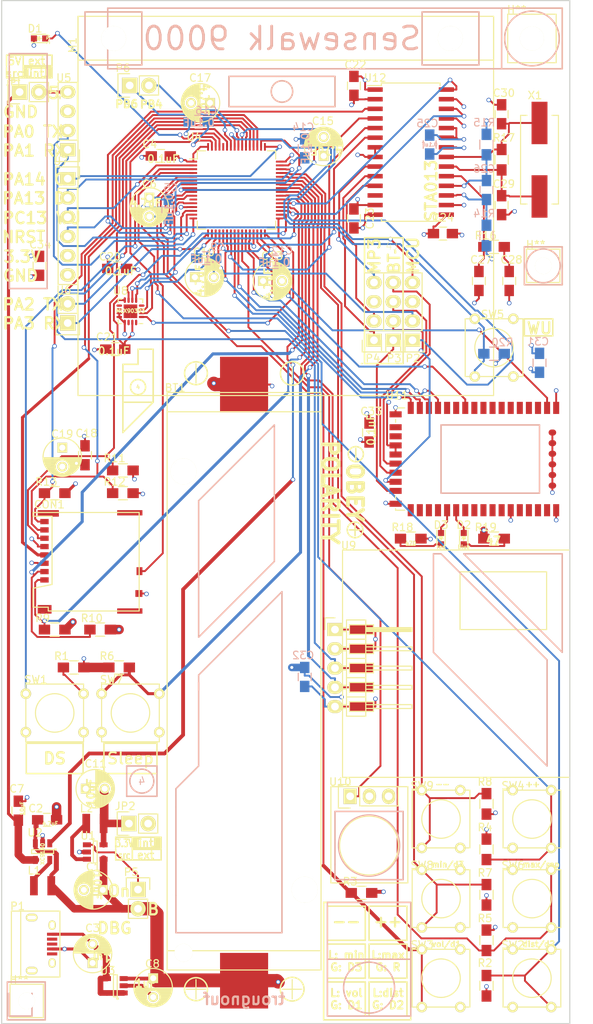
<source format=kicad_pcb>
(kicad_pcb (version 4) (host pcbnew 4.0.2-stable)
  (title_block (title "SenseWalk2: Minimalistic version") (rev 1) (company "University of Central Florida\\nSenior Design G23\\nBenoit Brummer\\n\\n\\n"))
  (layers (0 F.Cu signal) (1 In1.Cu power hide) (2 In2.Cu power hide) (31 B.Cu signal) (34 B.Paste user) (35 F.Paste user) (36 B.SilkS user) (37 F.SilkS user) (38 B.Mask user) (39 F.Mask user) (44 Edge.Cuts user))
  (net 0 "")
  (net 1 GND)
  (net 2 +BATT)
  (net 3 +5V)
  (net 4 +3V3)
  (net 5 PD2_SD-CMD)
  (net 6 PC10_SD-D2)
  (net 7 PC11_SD-D3)
  (net 8 PC12_SD-CK)
  (net 9 PC8_SD-D0)
  (net 10 PC9_SD-D1)
  (net 11 PA15_SD-DET)
  (net 12 "Net-(L2-Pad1)")
  (net 13 /in5)
  (net 14 /in6)
  (net 15 /in7)
  (net 16 /in8)
  (net 17 /in1)
  (net 18 /in2)
  (net 19 /in3)
  (net 20 /in4)
  (net 21 PC13_dbg)
  (net 22 NRST)
  (net 23 PC0_MP3-SCL)
  (net 24 PC1_MP3-SDA)
  (net 25 PC2_MAG-MISO)
  (net 26 PA0_las)
  (net 27 PA1_las)
  (net 28 PA2_UART)
  (net 29 PA3_UART)
  (net 30 PA4_BTpcm-Sync)
  (net 31 PA5_MP3-SCK)
  (net 32 PA6_BT-RTS)
  (net 33 PA7_MP3-SDI)
  (net 34 PC4_BT-RX)
  (net 35 PC5_BT-TX)
  (net 36 PB1_BT-CTS)
  (net 37 PB2_BT-GP2)
  (net 38 PB10_MAG-SPC)
  (net 39 "Net-(D1-Pad2)")
  (net 40 PB12_MAG-INT)
  (net 41 PB13_MAG-TRIG)
  (net 42 PB14_MP3-RST)
  (net 43 PB15_MAG-MOSI)
  (net 44 PC6_MP3-DR)
  (net 45 PA9_GPS-RX)
  (net 46 PA13_dbg)
  (net 47 PA14_dbg)
  (net 48 PB3_BTpcm-CLK)
  (net 49 PB5_BTpcm-IN)
  (net 50 PB7_GPS-TX)
  (net 51 PB9_MAG-CS)
  (net 52 "Net-(P4-Pad4)")
  (net 53 "Net-(P4-Pad1)")
  (net 54 "Net-(P4-Pad2)")
  (net 55 "Net-(C26-Pad1)")
  (net 56 "Net-(C28-Pad1)")
  (net 57 "Net-(C29-Pad1)")
  (net 58 "Net-(C27-Pad1)")
  (net 59 "Net-(D2-Pad2)")
  (net 60 "Net-(D2-Pad1)")
  (net 61 "Net-(D3-Pad2)")
  (net 62 "Net-(D3-Pad1)")
  (net 63 "Net-(P3-Pad1)")
  (net 64 "Net-(P3-Pad2)")
  (net 65 "Net-(P3-Pad3)")
  (net 66 "Net-(P3-Pad4)")
  (net 67 "Net-(L1-Pad2)")
  (net 68 "Net-(C3-Pad2)")
  (net 69 "Net-(C26-Pad2)")
  (net 70 "Net-(C30-Pad1)")
  (net 71 PB0_mic)
  (net 72 PB11_BT-GP9)
  (net 73 x-in-1)
  (net 74 x-in-2)
  (net 75 /3VEN)
  (net 76 /5VEN)
  (net 77 "Net-(C7-Pad1)")
  (net 78 "Net-(C11-Pad2)")
  (module con-trougnouf:mountinghole2.2 (layer F.Cu) (at 40.3 172)
    (fp_text reference H** (at -1 -2.8) (layer F.SilkS))
    (fp_text value H2.2)
    (pad "" np_thru_hole circle (at 0 0) (size 2.2 2.2) (drill 2.2) (layers *.Cu *.Mask F.SilkS))
  )
  (module con-trougnouf:INMP401-bb (layer F.Cu) (at 83 145 90)
    (fp_text reference U10 (at 1.9 -1.3 180) (layer F.SilkS))
    (fp_text value ADMP401-BB)
    (pad 1 thru_hole rect (at 0 0 90) (size 2.032 1.7272) (drill 1.016) (layers *.Cu *.Mask F.SilkS) (net 71 PB0_mic))
    (pad 2 thru_hole oval (at 0 2.54 90) (size 2.032 1.7272) (drill 1.016) (layers *.Cu *.Mask F.SilkS) (net 1 GND))
    (pad 3 thru_hole oval (at 0 5.08 90) (size 2.032 1.7272) (drill 1.016) (layers *.Cu *.Mask F.SilkS) (net 4 +3V3))
  )
  (module Pin_Headers:Pin_Header_Straight_1x04 (layer F.Cu) (at 86.15 84.82 180)
    (fp_text reference P4 (at 0.15 -2.38 180) (layer F.SilkS))
    (fp_text value CONN_01X04)
    (pad 1 thru_hole rect (at 0 0 180) (size 2.032 1.7272) (drill 1.016) (layers *.Cu *.Mask F.SilkS) (net 53 "Net-(P4-Pad1)"))
    (pad 2 thru_hole oval (at 0 2.54 180) (size 2.032 1.7272) (drill 1.016) (layers *.Cu *.Mask F.SilkS) (net 54 "Net-(P4-Pad2)"))
    (pad 3 thru_hole oval (at 0 5.08 180) (size 2.032 1.7272) (drill 1.016) (layers *.Cu *.Mask F.SilkS))
    (pad 4 thru_hole oval (at 0 7.62 180) (size 2.032 1.7272) (drill 1.016) (layers *.Cu *.Mask F.SilkS) (net 52 "Net-(P4-Pad4)"))
  )
  (module con-trougnouf:18650BatteryHolder (layer F.Cu) (at 69 173 270)
    (fp_text reference BT1 (at -81.9 9.1 360) (layer F.SilkS))
    (fp_text value Battery)
    (pad "" np_thru_hole oval (at -70.87 8 270) (size 3.45 3.45) (drill 3.45) (layers *.Cu *.Mask F.SilkS))
    (pad 1 smd rect (at -3.67 0 270) (size 7.34 6.35) (layers F.Cu F.Paste F.Mask) (net 2 +BATT))
    (pad 2 smd rect (at -82.33 0 270) (size 7.34 6.35) (layers F.Cu F.Paste F.Mask) (net 1 GND))
    (pad "" np_thru_hole oval (at -7.34 8 270) (size 2.39 2.39) (drill 2.39) (layers *.Cu *.Mask F.SilkS))
    (pad "" np_thru_hole oval (at -15.67 -8 270) (size 3.45 3.45) (drill 3.45) (layers *.Cu *.Mask F.SilkS))
  )
  (module con-trougnouf:LS20031+H (layer F.Cu) (at 81 123)
    (fp_text reference U9 (at 1.8 -11.1) (layer F.SilkS))
    (fp_text value LS20031)
    (pad 5 thru_hole rect (at 0 0) (size 2.032 1.7272) (drill 1.016) (layers *.Cu *.Mask F.SilkS) (net 1 GND))
    (pad 4 thru_hole oval (at 0 2.54) (size 2.032 1.7272) (drill 1.016) (layers *.Cu *.Mask F.SilkS) (net 1 GND))
    (pad 3 thru_hole oval (at 0 5.08) (size 2.032 1.7272) (drill 1.016) (layers *.Cu *.Mask F.SilkS) (net 50 PB7_GPS-TX))
    (pad 2 thru_hole oval (at 0 7.62) (size 2.032 1.7272) (drill 1.016) (layers *.Cu *.Mask F.SilkS) (net 45 PA9_GPS-RX))
    (pad 1 thru_hole oval (at 0 10.16) (size 2.032 1.7272) (drill 1.016) (layers *.Cu *.Mask F.SilkS) (net 4 +3V3))
    (pad 5 smd rect (at 3.49 0) (size 3.05 1.27) (layers F.Cu F.Paste F.Mask) (net 1 GND))
    (pad 4 smd rect (at 3.49 2.54) (size 3.05 1.27) (layers F.Cu F.Paste F.Mask) (net 1 GND))
    (pad 3 smd rect (at 3.49 5.08) (size 3.05 1.27) (layers F.Cu F.Paste F.Mask) (net 50 PB7_GPS-TX))
    (pad 2 smd rect (at 3.49 7.62) (size 3.05 1.27) (layers F.Cu F.Paste F.Mask) (net 45 PA9_GPS-RX))
    (pad 1 smd rect (at 3.49 10.16) (size 3.05 1.27) (layers F.Cu F.Paste F.Mask) (net 4 +3V3))
  )
  (module Capacitors_ThroughHole:C_Radial_D5_L11_P2.5 (layer F.Cu) (at 50.35 157.35 180)
    (fp_text reference C1 (at 1.25 3.05 180) (layer F.SilkS))
    (fp_text value 10uF)
    (pad 1 thru_hole rect (at 0 0 180) (size 1.3 1.3) (drill 0.8) (layers *.Cu *.Mask F.SilkS) (net 2 +BATT))
    (pad 2 thru_hole circle (at 2.5 0 180) (size 1.3 1.3) (drill 0.8) (layers *.Cu *.Mask F.SilkS) (net 1 GND))
  )
  (module con-trougnouf:MicroSD (layer F.Cu) (at 42.65 112.05 90)
    (fp_text reference CON1 (at 5.55 0.65 180) (layer F.SilkS))
    (fp_text value uSD_Card)
    (pad 6 smd rect (at -2.2 0 90) (size 0.7 1.1) (layers F.Cu F.Paste F.Mask) (net 1 GND))
    (pad 3 smd rect (at 1.1 0 90) (size 0.7 1.1) (layers F.Cu F.Paste F.Mask) (net 5 PD2_SD-CMD))
    (pad ~ smd rect (at 4.38 0.5 90) (size 0.86 2.8) (layers F.Cu F.Paste F.Mask))
    (pad 1 smd rect (at 3.3 0 90) (size 0.7 1.1) (layers F.Cu F.Paste F.Mask) (net 6 PC10_SD-D2))
    (pad 2 smd rect (at 2.2 0 90) (size 0.7 1.1) (layers F.Cu F.Paste F.Mask) (net 7 PC11_SD-D3))
    (pad 4 smd rect (at 0 0 90) (size 0.7 1.1) (layers F.Cu F.Paste F.Mask) (net 4 +3V3))
    (pad 5 smd rect (at -1.1 0 90) (size 0.7 1.1) (layers F.Cu F.Paste F.Mask) (net 8 PC12_SD-CK))
    (pad 7 smd rect (at -3.3 0 90) (size 0.7 1.1) (layers F.Cu F.Paste F.Mask) (net 9 PC8_SD-D0))
    (pad 8 smd rect (at -4.4 0 90) (size 0.7 1.1) (layers F.Cu F.Paste F.Mask) (net 10 PC9_SD-D1))
    (pad ~ smd rect (at -8.28 0.015 90) (size 1.14 1.83) (layers F.Cu F.Paste F.Mask))
    (pad ~ smd rect (at -8.5 11.265 90) (size 0.7 3.33) (layers F.Cu F.Paste F.Mask))
    (pad 6 smd rect (at -6.19 12.465 90) (size 0.9 0.93) (layers F.Cu F.Paste F.Mask) (net 1 GND))
    (pad 9 smd rect (at -3.24 12.54 90) (size 1.05 0.78) (layers F.Cu F.Paste F.Mask) (net 11 PA15_SD-DET))
    (pad ~ smd rect (at 4.46 11.265 90) (size 0.7 3.33) (layers F.Cu F.Paste F.Mask))
  )
  (module BT:RN-52 (layer F.Cu) (at 102 100.5 270)
    (fp_text reference U11 (at -8.4 12.8 360) (layer F.SilkS))
    (fp_text value RN-52)
    (pad 28 smd rect (at 6.75 11 270) (size 1.6 0.8) (layers F.Cu F.Paste F.Mask))
    (pad 27 smd rect (at 5.9 13 270) (size 0.8 1.6) (layers F.Cu F.Paste F.Mask) (net 1 GND))
    (pad 19 smd rect (at -4.2 13 270) (size 0.8 1.6) (layers F.Cu F.Paste F.Mask))
    (pad 1 smd rect (at -6.75 -8.2 270) (size 1.6 0.8) (layers F.Cu F.Paste F.Mask) (net 1 GND))
    (pad 2 smd rect (at -6.75 -7 270) (size 1.6 0.8) (layers F.Cu F.Paste F.Mask) (net 37 PB2_BT-GP2))
    (pad 3 smd rect (at -6.75 -5.8 270) (size 1.6 0.8) (layers F.Cu F.Paste F.Mask))
    (pad 4 smd rect (at -6.75 -4.6 270) (size 1.6 0.8) (layers F.Cu F.Paste F.Mask))
    (pad 5 smd rect (at -6.75 -3.4 270) (size 1.6 0.8) (layers F.Cu F.Paste F.Mask))
    (pad 6 smd rect (at -6.75 -2.2 270) (size 1.6 0.8) (layers F.Cu F.Paste F.Mask))
    (pad 7 smd rect (at -6.75 -1 270) (size 1.6 0.8) (layers F.Cu F.Paste F.Mask))
    (pad 8 smd rect (at -6.75 0.2 270) (size 1.6 0.8) (layers F.Cu F.Paste F.Mask))
    (pad 9 smd rect (at -6.75 1.4 270) (size 1.6 0.8) (layers F.Cu F.Paste F.Mask))
    (pad 10 smd rect (at -6.75 2.6 270) (size 1.6 0.8) (layers F.Cu F.Paste F.Mask))
    (pad 11 smd rect (at -6.75 3.8 270) (size 1.6 0.8) (layers F.Cu F.Paste F.Mask) (net 72 PB11_BT-GP9))
    (pad 12 smd rect (at -6.75 5 270) (size 1.6 0.8) (layers F.Cu F.Paste F.Mask))
    (pad 13 smd rect (at -6.75 6.2 270) (size 1.6 0.8) (layers F.Cu F.Paste F.Mask))
    (pad 14 smd rect (at -6.75 7.4 270) (size 1.6 0.8) (layers F.Cu F.Paste F.Mask) (net 32 PA6_BT-RTS))
    (pad 15 smd rect (at -6.75 8.6 270) (size 1.6 0.8) (layers F.Cu F.Paste F.Mask) (net 36 PB1_BT-CTS))
    (pad 16 smd rect (at -6.75 9.8 270) (size 1.6 0.8) (layers F.Cu F.Paste F.Mask) (net 35 PC5_BT-TX))
    (pad 17 smd rect (at -6.75 11 270) (size 1.6 0.8) (layers F.Cu F.Paste F.Mask) (net 34 PC4_BT-RX))
    (pad 18 smd rect (at -5.9 13 270) (size 0.8 1.6) (layers F.Cu F.Paste F.Mask) (net 1 GND))
    (pad 20 smd rect (at -3 13 270) (size 0.8 1.6) (layers F.Cu F.Paste F.Mask))
    (pad 21 smd rect (at -1.8 13 270) (size 0.8 1.6) (layers F.Cu F.Paste F.Mask) (net 4 +3V3))
    (pad 22 smd rect (at -0.6 13 270) (size 0.8 1.6) (layers F.Cu F.Paste F.Mask) (net 4 +3V3))
    (pad 23 smd rect (at 0.6 13 270) (size 0.8 1.6) (layers F.Cu F.Paste F.Mask) (net 66 "Net-(P3-Pad4)"))
    (pad 24 smd rect (at 1.8 13 270) (size 0.8 1.6) (layers F.Cu F.Paste F.Mask) (net 65 "Net-(P3-Pad3)"))
    (pad 25 smd rect (at 3 13 270) (size 0.8 1.6) (layers F.Cu F.Paste F.Mask) (net 64 "Net-(P3-Pad2)"))
    (pad 26 smd rect (at 4.2 13 270) (size 0.8 1.6) (layers F.Cu F.Paste F.Mask) (net 63 "Net-(P3-Pad1)"))
    (pad 29 smd rect (at 6.75 9.8 270) (size 1.6 0.8) (layers F.Cu F.Paste F.Mask))
    (pad 30 smd rect (at 6.75 8.6 270) (size 1.6 0.8) (layers F.Cu F.Paste F.Mask))
    (pad 31 smd rect (at 6.75 7.4 270) (size 1.6 0.8) (layers F.Cu F.Paste F.Mask))
    (pad 32 smd rect (at 6.75 6.2 270) (size 1.6 0.8) (layers F.Cu F.Paste F.Mask) (net 62 "Net-(D3-Pad1)"))
    (pad 33 smd rect (at 6.75 5 270) (size 1.6 0.8) (layers F.Cu F.Paste F.Mask) (net 60 "Net-(D2-Pad1)"))
    (pad 34 smd rect (at 6.75 3.8 270) (size 1.6 0.8) (layers F.Cu F.Paste F.Mask))
    (pad 35 smd rect (at 6.75 2.6 270) (size 1.6 0.8) (layers F.Cu F.Paste F.Mask))
    (pad 36 smd rect (at 6.75 1.4 270) (size 1.6 0.8) (layers F.Cu F.Paste F.Mask))
    (pad 37 smd rect (at 6.75 0.2 270) (size 1.6 0.8) (layers F.Cu F.Paste F.Mask))
    (pad 38 smd rect (at 6.75 -1 270) (size 1.6 0.8) (layers F.Cu F.Paste F.Mask))
    (pad 39 smd rect (at 6.75 -2.2 270) (size 1.6 0.8) (layers F.Cu F.Paste F.Mask))
    (pad 40 smd rect (at 6.75 -3.4 270) (size 1.6 0.8) (layers F.Cu F.Paste F.Mask))
    (pad 41 smd rect (at 6.75 -4.6 270) (size 1.6 0.8) (layers F.Cu F.Paste F.Mask))
    (pad 42 smd rect (at 6.75 -5.8 270) (size 1.6 0.8) (layers F.Cu F.Paste F.Mask))
    (pad 43 smd rect (at 6.75 -7 270) (size 1.6 0.8) (layers F.Cu F.Paste F.Mask))
    (pad 44 smd rect (at 6.75 -8.2 270) (size 1.6 0.8) (layers F.Cu F.Paste F.Mask) (net 1 GND))
    (pad 45 smd oval (at 3.5 -7.7 270) (size 0.8 1) (layers F.Cu F.Paste F.Mask) (net 1 GND))
    (pad 46 smd oval (at 2.1 -7.7 270) (size 0.8 1) (layers F.Cu F.Paste F.Mask) (net 1 GND))
    (pad 47 smd oval (at 0.7 -7.7 270) (size 0.8 1) (layers F.Cu F.Paste F.Mask) (net 1 GND))
    (pad 48 smd oval (at -0.7 -7.7 270) (size 0.8 1) (layers F.Cu F.Paste F.Mask) (net 1 GND))
    (pad 49 smd oval (at -2.1 -7.7 270) (size 0.8 1) (layers F.Cu F.Paste F.Mask) (net 1 GND))
    (pad 50 smd oval (at -3.5 -7.7 270) (size 0.8 1) (layers F.Cu F.Paste F.Mask) (net 1 GND))
  )
  (module Capacitors_ThroughHole:C_Radial_D5_L11_P2.5 (layer F.Cu) (at 49 167 90)
    (fp_text reference C3 (at 4.6 0 180) (layer F.SilkS))
    (fp_text value 1uF)
    (pad 1 thru_hole rect (at 0 0 90) (size 1.3 1.3) (drill 0.8) (layers *.Cu *.Mask F.SilkS) (net 1 GND))
    (pad 2 thru_hole circle (at 2.5 0 90) (size 1.3 1.3) (drill 0.8) (layers *.Cu *.Mask F.SilkS) (net 68 "Net-(C3-Pad2)"))
  )
  (module Capacitors_SMD:C_0805_HandSoldering (layer F.Cu) (at 58 60.5)
    (fp_text reference C4 (at -1.45 -1.55 180) (layer F.SilkS))
    (fp_text value 0.1uF)
    (pad 1 smd rect (at -1.25 0) (size 1.5 1.25) (layers F.Cu F.Paste F.Mask) (net 1 GND))
    (pad 2 smd rect (at 1.25 0) (size 1.5 1.25) (layers F.Cu F.Paste F.Mask) (net 4 +3V3))
  )
  (module Capacitors_ThroughHole:C_Radial_D5_L11_P2.5 (layer F.Cu) (at 56.5 66 270)
    (fp_text reference C6 (at -1.8 0 360) (layer F.SilkS))
    (fp_text value 4.7uF)
    (pad 1 thru_hole rect (at 0 0 270) (size 1.3 1.3) (drill 0.8) (layers *.Cu *.Mask F.SilkS) (net 1 GND))
    (pad 2 thru_hole circle (at 2.5 0 270) (size 1.3 1.3) (drill 0.8) (layers *.Cu *.Mask F.SilkS) (net 4 +3V3))
  )
  (module Capacitors_SMD:C_0805_HandSoldering (layer F.Cu) (at 39.2 146.9 90)
    (fp_text reference C7 (at 2.9 -0.2 180) (layer F.SilkS))
    (fp_text value 10uF)
    (pad 1 smd rect (at -1.25 0 90) (size 1.5 1.25) (layers F.Cu F.Paste F.Mask) (net 77 "Net-(C7-Pad1)"))
    (pad 2 smd rect (at 1.25 0 90) (size 1.5 1.25) (layers F.Cu F.Paste F.Mask) (net 1 GND))
  )
  (module Capacitors_ThroughHole:C_Radial_D5_L11_P2.5 (layer F.Cu) (at 57 169 270)
    (fp_text reference C8 (at -1.9 0.1 360) (layer F.SilkS))
    (fp_text value 1uF)
    (pad 1 thru_hole rect (at 0 0 270) (size 1.3 1.3) (drill 0.8) (layers *.Cu *.Mask F.SilkS) (net 2 +BATT))
    (pad 2 thru_hole circle (at 2.5 0 270) (size 1.3 1.3) (drill 0.8) (layers *.Cu *.Mask F.SilkS) (net 1 GND))
  )
  (module Capacitors_ThroughHole:C_Radial_D5_L11_P2.5 (layer F.Cu) (at 62.5 76.5)
    (fp_text reference C10 (at 1.2 -3.3) (layer F.SilkS))
    (fp_text value 4.7uF)
    (pad 1 thru_hole rect (at 0 0) (size 1.3 1.3) (drill 0.8) (layers *.Cu *.Mask F.SilkS) (net 1 GND))
    (pad 2 thru_hole circle (at 2.5 0) (size 1.3 1.3) (drill 0.8) (layers *.Cu *.Mask F.SilkS) (net 4 +3V3))
  )
  (module Capacitors_ThroughHole:C_Radial_D5_L11_P2.5 (layer F.Cu) (at 64.5 53.5 180)
    (fp_text reference C17 (at 1.3 3.3 180) (layer F.SilkS))
    (fp_text value 4.7uF)
    (pad 1 thru_hole rect (at 0 0 180) (size 1.3 1.3) (drill 0.8) (layers *.Cu *.Mask F.SilkS) (net 1 GND))
    (pad 2 thru_hole circle (at 2.5 0 180) (size 1.3 1.3) (drill 0.8) (layers *.Cu *.Mask F.SilkS) (net 4 +3V3))
  )
  (module Inductors_NEOSID:Neosid_Inductor_SM-NE29_SMD1008 (layer F.Cu) (at 42.4 156.8 180)
    (fp_text reference L1 (at 1.1 2 180) (layer F.SilkS))
    (fp_text value 4.7uH)
    (pad 2 smd rect (at 1.14554 0 180) (size 1.02108 2.54) (layers F.Cu F.Paste F.Mask) (net 67 "Net-(L1-Pad2)"))
    (pad 1 smd rect (at -1.14554 0 180) (size 1.02108 2.54) (layers F.Cu F.Paste F.Mask) (net 2 +BATT))
  )
  (module Inductors_NEOSID:Neosid_Inductor_SM-NE29_SMD1008 (layer F.Cu) (at 49.31 148.58)
    (fp_text reference L2 (at -1.11 -1.98 180) (layer F.SilkS))
    (fp_text value 4.7uH)
    (pad 2 smd rect (at 1.14554 0) (size 1.02108 2.54) (layers F.Cu F.Paste F.Mask) (net 78 "Net-(C11-Pad2)"))
    (pad 1 smd rect (at -1.14554 0) (size 1.02108 2.54) (layers F.Cu F.Paste F.Mask) (net 12 "Net-(L2-Pad1)"))
  )
  (module Connect:USB_Micro-B (layer F.Cu) (at 42.1 164.5 270)
    (fp_text reference P1 (at -5 3 360) (layer F.SilkS))
    (fp_text value USB_B)
    (pad 1 smd rect (at -1.3009 -1.56254) (size 1.35 0.4) (layers F.Cu F.Paste F.Mask) (net 68 "Net-(C3-Pad2)"))
    (pad 2 smd rect (at -0.6509 -1.56254) (size 1.35 0.4) (layers F.Cu F.Paste F.Mask))
    (pad 3 smd rect (at -0.0009 -1.56254) (size 1.35 0.4) (layers F.Cu F.Paste F.Mask))
    (pad 4 smd rect (at 0.6491 -1.56254) (size 1.35 0.4) (layers F.Cu F.Paste F.Mask) (net 1 GND))
    (pad 5 smd rect (at 1.2991 -1.56254) (size 1.35 0.4) (layers F.Cu F.Paste F.Mask))
    (pad 6 thru_hole oval (at -2.5009 -1.56254) (size 0.95 1.25) (drill oval 0.55 0.85) (layers *.Cu *.Mask F.SilkS))
    (pad 6 thru_hole oval (at 2.4991 -1.56254) (size 0.95 1.25) (drill oval 0.55 0.85) (layers *.Cu *.Mask F.SilkS))
    (pad 6 thru_hole oval (at -3.5009 1.13746) (size 1.55 1) (drill oval 1.15 0.5) (layers *.Cu *.Mask F.SilkS))
    (pad 6 thru_hole oval (at 3.4991 1.13746) (size 1.55 1) (drill oval 1.15 0.5) (layers *.Cu *.Mask F.SilkS))
  )
  (module Buttons_Switches_ThroughHole:SW_PUSH_SMALL (layer F.Cu) (at 44 134)
    (fp_text reference SW1 (at -2.5 -4.4) (layer F.SilkS))
    (fp_text value SW_PUSH)
    (pad 1 thru_hole circle (at 3.81 -2.54) (size 1.397 1.397) (drill 0.8128) (layers *.Cu *.Mask F.SilkS) (net 13 /in5))
    (pad 2 thru_hole circle (at 3.81 2.54) (size 1.397 1.397) (drill 0.8128) (layers *.Cu *.Mask F.SilkS) (net 4 +3V3))
    (pad 1 thru_hole circle (at -3.81 -2.54) (size 1.397 1.397) (drill 0.8128) (layers *.Cu *.Mask F.SilkS) (net 13 /in5))
    (pad 2 thru_hole circle (at -3.81 2.54) (size 1.397 1.397) (drill 0.8128) (layers *.Cu *.Mask F.SilkS) (net 4 +3V3))
  )
  (module Buttons_Switches_ThroughHole:SW_PUSH_SMALL (layer F.Cu) (at 107 169 270)
    (fp_text reference SW2 (at -4.4 2.5 360) (layer F.SilkS))
    (fp_text value SW_PUSH)
    (pad 1 thru_hole circle (at 3.81 -2.54 270) (size 1.397 1.397) (drill 0.8128) (layers *.Cu *.Mask F.SilkS) (net 14 /in6))
    (pad 2 thru_hole circle (at 3.81 2.54 270) (size 1.397 1.397) (drill 0.8128) (layers *.Cu *.Mask F.SilkS) (net 4 +3V3))
    (pad 1 thru_hole circle (at -3.81 -2.54 270) (size 1.397 1.397) (drill 0.8128) (layers *.Cu *.Mask F.SilkS) (net 14 /in6))
    (pad 2 thru_hole circle (at -3.81 2.54 270) (size 1.397 1.397) (drill 0.8128) (layers *.Cu *.Mask F.SilkS) (net 4 +3V3))
  )
  (module Buttons_Switches_ThroughHole:SW_PUSH_SMALL (layer F.Cu) (at 95 169 90)
    (fp_text reference SW3 (at 4.4 -2.5 180) (layer F.SilkS))
    (fp_text value SW_PUSH)
    (pad 1 thru_hole circle (at 3.81 -2.54 90) (size 1.397 1.397) (drill 0.8128) (layers *.Cu *.Mask F.SilkS) (net 15 /in7))
    (pad 2 thru_hole circle (at 3.81 2.54 90) (size 1.397 1.397) (drill 0.8128) (layers *.Cu *.Mask F.SilkS) (net 4 +3V3))
    (pad 1 thru_hole circle (at -3.81 -2.54 90) (size 1.397 1.397) (drill 0.8128) (layers *.Cu *.Mask F.SilkS) (net 15 /in7))
    (pad 2 thru_hole circle (at -3.81 2.54 90) (size 1.397 1.397) (drill 0.8128) (layers *.Cu *.Mask F.SilkS) (net 4 +3V3))
  )
  (module Buttons_Switches_ThroughHole:SW_PUSH_SMALL (layer F.Cu) (at 107 148 270)
    (fp_text reference SW4 (at -4.4 2.5 360) (layer F.SilkS))
    (fp_text value SW_PUSH)
    (pad 1 thru_hole circle (at 3.81 -2.54 270) (size 1.397 1.397) (drill 0.8128) (layers *.Cu *.Mask F.SilkS) (net 16 /in8))
    (pad 2 thru_hole circle (at 3.81 2.54 270) (size 1.397 1.397) (drill 0.8128) (layers *.Cu *.Mask F.SilkS) (net 4 +3V3))
    (pad 1 thru_hole circle (at -3.81 -2.54 270) (size 1.397 1.397) (drill 0.8128) (layers *.Cu *.Mask F.SilkS) (net 16 /in8))
    (pad 2 thru_hole circle (at -3.81 2.54 270) (size 1.397 1.397) (drill 0.8128) (layers *.Cu *.Mask F.SilkS) (net 4 +3V3))
  )
  (module Buttons_Switches_ThroughHole:SW_PUSH_SMALL (layer F.Cu) (at 107 158.5 270)
    (fp_text reference SW6 (at -4.4 2.5 360) (layer F.SilkS))
    (fp_text value SW_PUSH)
    (pad 1 thru_hole circle (at 3.81 -2.54 270) (size 1.397 1.397) (drill 0.8128) (layers *.Cu *.Mask F.SilkS) (net 17 /in1))
    (pad 2 thru_hole circle (at 3.81 2.54 270) (size 1.397 1.397) (drill 0.8128) (layers *.Cu *.Mask F.SilkS) (net 4 +3V3))
    (pad 1 thru_hole circle (at -3.81 -2.54 270) (size 1.397 1.397) (drill 0.8128) (layers *.Cu *.Mask F.SilkS) (net 17 /in1))
    (pad 2 thru_hole circle (at -3.81 2.54 270) (size 1.397 1.397) (drill 0.8128) (layers *.Cu *.Mask F.SilkS) (net 4 +3V3))
  )
  (module Buttons_Switches_ThroughHole:SW_PUSH_SMALL (layer F.Cu) (at 54 134)
    (fp_text reference SW7 (at -2.5 -4.4) (layer F.SilkS))
    (fp_text value SW_PUSH)
    (pad 1 thru_hole circle (at 3.81 -2.54) (size 1.397 1.397) (drill 0.8128) (layers *.Cu *.Mask F.SilkS) (net 18 /in2))
    (pad 2 thru_hole circle (at 3.81 2.54) (size 1.397 1.397) (drill 0.8128) (layers *.Cu *.Mask F.SilkS) (net 4 +3V3))
    (pad 1 thru_hole circle (at -3.81 -2.54) (size 1.397 1.397) (drill 0.8128) (layers *.Cu *.Mask F.SilkS) (net 18 /in2))
    (pad 2 thru_hole circle (at -3.81 2.54) (size 1.397 1.397) (drill 0.8128) (layers *.Cu *.Mask F.SilkS) (net 4 +3V3))
  )
  (module Buttons_Switches_ThroughHole:SW_PUSH_SMALL (layer F.Cu) (at 95 158.5 90)
    (fp_text reference SW8 (at 4.4 -2.5 180) (layer F.SilkS))
    (fp_text value SW_PUSH)
    (pad 1 thru_hole circle (at 3.81 -2.54 90) (size 1.397 1.397) (drill 0.8128) (layers *.Cu *.Mask F.SilkS) (net 19 /in3))
    (pad 2 thru_hole circle (at 3.81 2.54 90) (size 1.397 1.397) (drill 0.8128) (layers *.Cu *.Mask F.SilkS) (net 4 +3V3))
    (pad 1 thru_hole circle (at -3.81 -2.54 90) (size 1.397 1.397) (drill 0.8128) (layers *.Cu *.Mask F.SilkS) (net 19 /in3))
    (pad 2 thru_hole circle (at -3.81 2.54 90) (size 1.397 1.397) (drill 0.8128) (layers *.Cu *.Mask F.SilkS) (net 4 +3V3))
  )
  (module Buttons_Switches_ThroughHole:SW_PUSH_SMALL (layer F.Cu) (at 95 148 90)
    (fp_text reference SW9 (at 4.4 -2.5 180) (layer F.SilkS))
    (fp_text value SW_PUSH)
    (pad 1 thru_hole circle (at 3.81 -2.54 90) (size 1.397 1.397) (drill 0.8128) (layers *.Cu *.Mask F.SilkS) (net 20 /in4))
    (pad 2 thru_hole circle (at 3.81 2.54 90) (size 1.397 1.397) (drill 0.8128) (layers *.Cu *.Mask F.SilkS) (net 4 +3V3))
    (pad 1 thru_hole circle (at -3.81 -2.54 90) (size 1.397 1.397) (drill 0.8128) (layers *.Cu *.Mask F.SilkS) (net 20 /in4))
    (pad 2 thru_hole circle (at -3.81 2.54 90) (size 1.397 1.397) (drill 0.8128) (layers *.Cu *.Mask F.SilkS) (net 4 +3V3))
  )
  (module TO_SOT_Packages_SMD:SOT-23-5 (layer F.Cu) (at 42.4 152.3 270)
    (fp_text reference U2 (at -2.5 1 360) (layer F.SilkS))
    (fp_text value XC9140)
    (pad 1 smd rect (at -1.1 -0.95 270) (size 1.06 0.65) (layers F.Cu F.Paste F.Mask) (net 76 /5VEN))
    (pad 2 smd rect (at -1.1 0 270) (size 1.06 0.65) (layers F.Cu F.Paste F.Mask) (net 1 GND))
    (pad 3 smd rect (at -1.1 0.95 270) (size 1.06 0.65) (layers F.Cu F.Paste F.Mask) (net 2 +BATT))
    (pad 4 smd rect (at 1.1 0.95 270) (size 1.06 0.65) (layers F.Cu F.Paste F.Mask) (net 77 "Net-(C7-Pad1)"))
    (pad 5 smd rect (at 1.1 -0.95 270) (size 1.06 0.65) (layers F.Cu F.Paste F.Mask) (net 67 "Net-(L1-Pad2)"))
  )
  (module TO_SOT_Packages_SMD:SOT-23-5 (layer F.Cu) (at 52 170 180)
    (fp_text reference U3 (at 1 2 180) (layer F.SilkS))
    (fp_text value MCP73811/2)
    (pad 1 smd rect (at -1.1 -0.95 180) (size 1.06 0.65) (layers F.Cu F.Paste F.Mask) (net 68 "Net-(C3-Pad2)"))
    (pad 2 smd rect (at -1.1 0 180) (size 1.06 0.65) (layers F.Cu F.Paste F.Mask) (net 1 GND))
    (pad 3 smd rect (at -1.1 0.95 180) (size 1.06 0.65) (layers F.Cu F.Paste F.Mask) (net 2 +BATT))
    (pad 4 smd rect (at 1.1 0.95 180) (size 1.06 0.65) (layers F.Cu F.Paste F.Mask) (net 68 "Net-(C3-Pad2)"))
    (pad 5 smd rect (at 1.1 -0.95 180) (size 1.06 0.65) (layers F.Cu F.Paste F.Mask) (net 68 "Net-(C3-Pad2)"))
  )
  (module Housings_QFP:LQFP-64_10x10mm_Pitch0.5mm (layer F.Cu) (at 68 65)
    (fp_text reference U4 (at -5.6 -7) (layer F.SilkS))
    (fp_text value STM32L476R)
    (pad 1 smd rect (at -5.7 -3.75) (size 1 0.25) (layers F.Cu F.Paste F.Mask) (net 4 +3V3))
    (pad 2 smd rect (at -5.7 -3.25) (size 1 0.25) (layers F.Cu F.Paste F.Mask) (net 21 PC13_dbg))
    (pad 3 smd rect (at -5.7 -2.75) (size 1 0.25) (layers F.Cu F.Paste F.Mask) (net 13 /in5))
    (pad 4 smd rect (at -5.7 -2.25) (size 1 0.25) (layers F.Cu F.Paste F.Mask) (net 14 /in6))
    (pad 5 smd rect (at -5.7 -1.75) (size 1 0.25) (layers F.Cu F.Paste F.Mask) (net 15 /in7))
    (pad 6 smd rect (at -5.7 -1.25) (size 1 0.25) (layers F.Cu F.Paste F.Mask) (net 16 /in8))
    (pad 7 smd rect (at -5.7 -0.75) (size 1 0.25) (layers F.Cu F.Paste F.Mask) (net 22 NRST))
    (pad 8 smd rect (at -5.7 -0.25) (size 1 0.25) (layers F.Cu F.Paste F.Mask) (net 23 PC0_MP3-SCL))
    (pad 9 smd rect (at -5.7 0.25) (size 1 0.25) (layers F.Cu F.Paste F.Mask) (net 24 PC1_MP3-SDA))
    (pad 10 smd rect (at -5.7 0.75) (size 1 0.25) (layers F.Cu F.Paste F.Mask) (net 25 PC2_MAG-MISO))
    (pad 11 smd rect (at -5.7 1.25) (size 1 0.25) (layers F.Cu F.Paste F.Mask))
    (pad 12 smd rect (at -5.7 1.75) (size 1 0.25) (layers F.Cu F.Paste F.Mask) (net 1 GND))
    (pad 13 smd rect (at -5.7 2.25) (size 1 0.25) (layers F.Cu F.Paste F.Mask) (net 4 +3V3))
    (pad 14 smd rect (at -5.7 2.75) (size 1 0.25) (layers F.Cu F.Paste F.Mask) (net 26 PA0_las))
    (pad 15 smd rect (at -5.7 3.25) (size 1 0.25) (layers F.Cu F.Paste F.Mask) (net 27 PA1_las))
    (pad 16 smd rect (at -5.7 3.75) (size 1 0.25) (layers F.Cu F.Paste F.Mask) (net 28 PA2_UART))
    (pad 17 smd rect (at -3.75 5.7 90) (size 1 0.25) (layers F.Cu F.Paste F.Mask) (net 29 PA3_UART))
    (pad 18 smd rect (at -3.25 5.7 90) (size 1 0.25) (layers F.Cu F.Paste F.Mask) (net 1 GND))
    (pad 19 smd rect (at -2.75 5.7 90) (size 1 0.25) (layers F.Cu F.Paste F.Mask) (net 4 +3V3))
    (pad 20 smd rect (at -2.25 5.7 90) (size 1 0.25) (layers F.Cu F.Paste F.Mask) (net 30 PA4_BTpcm-Sync))
    (pad 21 smd rect (at -1.75 5.7 90) (size 1 0.25) (layers F.Cu F.Paste F.Mask) (net 31 PA5_MP3-SCK))
    (pad 22 smd rect (at -1.25 5.7 90) (size 1 0.25) (layers F.Cu F.Paste F.Mask) (net 32 PA6_BT-RTS))
    (pad 23 smd rect (at -0.75 5.7 90) (size 1 0.25) (layers F.Cu F.Paste F.Mask) (net 33 PA7_MP3-SDI))
    (pad 24 smd rect (at -0.25 5.7 90) (size 1 0.25) (layers F.Cu F.Paste F.Mask) (net 34 PC4_BT-RX))
    (pad 25 smd rect (at 0.25 5.7 90) (size 1 0.25) (layers F.Cu F.Paste F.Mask) (net 35 PC5_BT-TX))
    (pad 26 smd rect (at 0.75 5.7 90) (size 1 0.25) (layers F.Cu F.Paste F.Mask) (net 71 PB0_mic))
    (pad 27 smd rect (at 1.25 5.7 90) (size 1 0.25) (layers F.Cu F.Paste F.Mask) (net 36 PB1_BT-CTS))
    (pad 28 smd rect (at 1.75 5.7 90) (size 1 0.25) (layers F.Cu F.Paste F.Mask) (net 37 PB2_BT-GP2))
    (pad 29 smd rect (at 2.25 5.7 90) (size 1 0.25) (layers F.Cu F.Paste F.Mask) (net 38 PB10_MAG-SPC))
    (pad 30 smd rect (at 2.75 5.7 90) (size 1 0.25) (layers F.Cu F.Paste F.Mask) (net 72 PB11_BT-GP9))
    (pad 31 smd rect (at 3.25 5.7 90) (size 1 0.25) (layers F.Cu F.Paste F.Mask) (net 1 GND))
    (pad 32 smd rect (at 3.75 5.7 90) (size 1 0.25) (layers F.Cu F.Paste F.Mask) (net 4 +3V3))
    (pad 33 smd rect (at 5.7 3.75) (size 1 0.25) (layers F.Cu F.Paste F.Mask) (net 40 PB12_MAG-INT))
    (pad 34 smd rect (at 5.7 3.25) (size 1 0.25) (layers F.Cu F.Paste F.Mask) (net 41 PB13_MAG-TRIG))
    (pad 35 smd rect (at 5.7 2.75) (size 1 0.25) (layers F.Cu F.Paste F.Mask) (net 42 PB14_MP3-RST))
    (pad 36 smd rect (at 5.7 2.25) (size 1 0.25) (layers F.Cu F.Paste F.Mask) (net 43 PB15_MAG-MOSI))
    (pad 37 smd rect (at 5.7 1.75) (size 1 0.25) (layers F.Cu F.Paste F.Mask) (net 44 PC6_MP3-DR))
    (pad 38 smd rect (at 5.7 1.25) (size 1 0.25) (layers F.Cu F.Paste F.Mask) (net 76 /5VEN))
    (pad 39 smd rect (at 5.7 0.75) (size 1 0.25) (layers F.Cu F.Paste F.Mask) (net 9 PC8_SD-D0))
    (pad 40 smd rect (at 5.7 0.25) (size 1 0.25) (layers F.Cu F.Paste F.Mask) (net 10 PC9_SD-D1))
    (pad 41 smd rect (at 5.7 -0.25) (size 1 0.25) (layers F.Cu F.Paste F.Mask) (net 17 /in1))
    (pad 42 smd rect (at 5.7 -0.75) (size 1 0.25) (layers F.Cu F.Paste F.Mask) (net 45 PA9_GPS-RX))
    (pad 43 smd rect (at 5.7 -1.25) (size 1 0.25) (layers F.Cu F.Paste F.Mask) (net 18 /in2))
    (pad 44 smd rect (at 5.7 -1.75) (size 1 0.25) (layers F.Cu F.Paste F.Mask) (net 19 /in3))
    (pad 45 smd rect (at 5.7 -2.25) (size 1 0.25) (layers F.Cu F.Paste F.Mask) (net 20 /in4))
    (pad 46 smd rect (at 5.7 -2.75) (size 1 0.25) (layers F.Cu F.Paste F.Mask) (net 46 PA13_dbg))
    (pad 47 smd rect (at 5.7 -3.25) (size 1 0.25) (layers F.Cu F.Paste F.Mask) (net 1 GND))
    (pad 48 smd rect (at 5.7 -3.75) (size 1 0.25) (layers F.Cu F.Paste F.Mask) (net 4 +3V3))
    (pad 49 smd rect (at 3.75 -5.7 90) (size 1 0.25) (layers F.Cu F.Paste F.Mask) (net 47 PA14_dbg))
    (pad 50 smd rect (at 3.25 -5.7 90) (size 1 0.25) (layers F.Cu F.Paste F.Mask) (net 11 PA15_SD-DET))
    (pad 51 smd rect (at 2.75 -5.7 90) (size 1 0.25) (layers F.Cu F.Paste F.Mask) (net 6 PC10_SD-D2))
    (pad 52 smd rect (at 2.25 -5.7 90) (size 1 0.25) (layers F.Cu F.Paste F.Mask) (net 7 PC11_SD-D3))
    (pad 53 smd rect (at 1.75 -5.7 90) (size 1 0.25) (layers F.Cu F.Paste F.Mask) (net 8 PC12_SD-CK))
    (pad 54 smd rect (at 1.25 -5.7 90) (size 1 0.25) (layers F.Cu F.Paste F.Mask) (net 5 PD2_SD-CMD))
    (pad 55 smd rect (at 0.75 -5.7 90) (size 1 0.25) (layers F.Cu F.Paste F.Mask) (net 48 PB3_BTpcm-CLK))
    (pad 56 smd rect (at 0.25 -5.7 90) (size 1 0.25) (layers F.Cu F.Paste F.Mask) (net 73 x-in-1))
    (pad 57 smd rect (at -0.25 -5.7 90) (size 1 0.25) (layers F.Cu F.Paste F.Mask) (net 49 PB5_BTpcm-IN))
    (pad 58 smd rect (at -0.75 -5.7 90) (size 1 0.25) (layers F.Cu F.Paste F.Mask) (net 74 x-in-2))
    (pad 59 smd rect (at -1.25 -5.7 90) (size 1 0.25) (layers F.Cu F.Paste F.Mask) (net 50 PB7_GPS-TX))
    (pad 60 smd rect (at -1.75 -5.7 90) (size 1 0.25) (layers F.Cu F.Paste F.Mask))
    (pad 61 smd rect (at -2.25 -5.7 90) (size 1 0.25) (layers F.Cu F.Paste F.Mask) (net 39 "Net-(D1-Pad2)"))
    (pad 62 smd rect (at -2.75 -5.7 90) (size 1 0.25) (layers F.Cu F.Paste F.Mask) (net 51 PB9_MAG-CS))
    (pad 63 smd rect (at -3.25 -5.7 90) (size 1 0.25) (layers F.Cu F.Paste F.Mask) (net 1 GND))
    (pad 64 smd rect (at -3.75 -5.7 90) (size 1 0.25) (layers F.Cu F.Paste F.Mask) (net 4 +3V3))
  )
  (module con-trougnouf:Socket_Strip_Straight_1x04_3467 (layer F.Cu) (at 45.72 59.69 90)
    (fp_text reference U5 (at 9.49 -0.52 180) (layer F.SilkS))
    (fp_text value Lightware_SF10/A)
    (pad 3 thru_hole rect (at 0 0 90) (size 1.7272 2.032) (drill 1.016) (layers *.Cu *.Mask F.SilkS) (net 27 PA1_las))
    (pad 4 thru_hole oval (at 2.54 0 90) (size 1.7272 2.032) (drill 1.016) (layers *.Cu *.Mask F.SilkS) (net 26 PA0_las))
    (pad 6 thru_hole oval (at 5.08 0 90) (size 1.7272 2.032) (drill 1.016) (layers *.Cu *.Mask F.SilkS) (net 1 GND))
    (pad 7 thru_hole oval (at 7.62 0 90) (size 1.7272 2.032) (drill 1.016) (layers *.Cu *.Mask F.SilkS) (net 3 +5V))
  )
  (module Housings_DFN_QFN:QFN-16-1EP_3x3mm_Pitch0.5mm (layer F.Cu) (at 54 81 180)
    (fp_text reference U8 (at 1.3 2.7 360) (layer F.SilkS))
    (fp_text value MLX90393)
    (pad 1 smd oval (at -1.475 -0.75 180) (size 0.75 0.3) (layers F.Cu F.Paste F.Mask) (net 40 PB12_MAG-INT))
    (pad 2 smd oval (at -1.475 -0.25 180) (size 0.75 0.3) (layers F.Cu F.Paste F.Mask) (net 51 PB9_MAG-CS))
    (pad 3 smd oval (at -1.475 0.25 180) (size 0.75 0.3) (layers F.Cu F.Paste F.Mask) (net 38 PB10_MAG-SPC))
    (pad 4 smd oval (at -1.475 0.75 180) (size 0.75 0.3) (layers F.Cu F.Paste F.Mask))
    (pad 5 smd oval (at -0.75 1.475 270) (size 0.75 0.3) (layers F.Cu F.Paste F.Mask) (net 43 PB15_MAG-MOSI))
    (pad 6 smd oval (at -0.25 1.475 270) (size 0.75 0.3) (layers F.Cu F.Paste F.Mask) (net 25 PC2_MAG-MISO))
    (pad 7 smd oval (at 0.25 1.475 270) (size 0.75 0.3) (layers F.Cu F.Paste F.Mask) (net 41 PB13_MAG-TRIG))
    (pad 8 smd oval (at 0.75 1.475 270) (size 0.75 0.3) (layers F.Cu F.Paste F.Mask) (net 4 +3V3))
    (pad 9 smd oval (at 1.475 0.75 180) (size 0.75 0.3) (layers F.Cu F.Paste F.Mask))
    (pad 10 smd oval (at 1.475 0.25 180) (size 0.75 0.3) (layers F.Cu F.Paste F.Mask))
    (pad 11 smd oval (at 1.475 -0.25 180) (size 0.75 0.3) (layers F.Cu F.Paste F.Mask) (net 1 GND))
    (pad 12 smd oval (at 1.475 -0.75 180) (size 0.75 0.3) (layers F.Cu F.Paste F.Mask) (net 1 GND))
    (pad 13 smd oval (at 0.75 -1.475 270) (size 0.75 0.3) (layers F.Cu F.Paste F.Mask) (net 1 GND))
    (pad 14 smd oval (at 0.25 -1.475 270) (size 0.75 0.3) (layers F.Cu F.Paste F.Mask))
    (pad 15 smd oval (at -0.25 -1.475 270) (size 0.75 0.3) (layers F.Cu F.Paste F.Mask) (net 4 +3V3))
    (pad 16 smd oval (at -0.75 -1.475 270) (size 0.75 0.3) (layers F.Cu F.Paste F.Mask))
    (pad 17 smd rect (at 0.45 0.45 180) (size 0.9 0.9) (layers F.Cu F.Paste F.Mask))
    (pad 17 smd rect (at 0.45 -0.45 180) (size 0.9 0.9) (layers F.Cu F.Paste F.Mask))
    (pad 17 smd rect (at -0.45 0.45 180) (size 0.9 0.9) (layers F.Cu F.Paste F.Mask))
    (pad 17 smd rect (at -0.45 -0.45 180) (size 0.9 0.9) (layers F.Cu F.Paste F.Mask))
  )
  (module Housings_SOIC:SOIC-28_7.5x17.9mm_Pitch1.27mm (layer F.Cu) (at 91 60)
    (fp_text reference U12 (at -4.7 -9.8) (layer F.SilkS))
    (fp_text value STA013)
    (pad 1 smd rect (at -4.7 -8.255) (size 2 0.6) (layers F.Cu F.Paste F.Mask) (net 4 +3V3))
    (pad 2 smd rect (at -4.7 -6.985) (size 2 0.6) (layers F.Cu F.Paste F.Mask) (net 1 GND))
    (pad 3 smd rect (at -4.7 -5.715) (size 2 0.6) (layers F.Cu F.Paste F.Mask) (net 24 PC1_MP3-SDA))
    (pad 4 smd rect (at -4.7 -4.445) (size 2 0.6) (layers F.Cu F.Paste F.Mask) (net 23 PC0_MP3-SCL))
    (pad 5 smd rect (at -4.7 -3.175) (size 2 0.6) (layers F.Cu F.Paste F.Mask) (net 33 PA7_MP3-SDI))
    (pad 6 smd rect (at -4.7 -1.905) (size 2 0.6) (layers F.Cu F.Paste F.Mask) (net 31 PA5_MP3-SCK))
    (pad 7 smd rect (at -4.7 -0.635) (size 2 0.6) (layers F.Cu F.Paste F.Mask) (net 4 +3V3))
    (pad 8 smd rect (at -4.7 0.635) (size 2 0.6) (layers F.Cu F.Paste F.Mask) (net 4 +3V3))
    (pad 9 smd rect (at -4.7 1.905) (size 2 0.6) (layers F.Cu F.Paste F.Mask) (net 52 "Net-(P4-Pad4)"))
    (pad 10 smd rect (at -4.7 3.175) (size 2 0.6) (layers F.Cu F.Paste F.Mask) (net 53 "Net-(P4-Pad1)"))
    (pad 11 smd rect (at -4.7 4.445) (size 2 0.6) (layers F.Cu F.Paste F.Mask) (net 54 "Net-(P4-Pad2)"))
    (pad 12 smd rect (at -4.7 5.715) (size 2 0.6) (layers F.Cu F.Paste F.Mask))
    (pad 13 smd rect (at -4.7 6.985) (size 2 0.6) (layers F.Cu F.Paste F.Mask) (net 1 GND))
    (pad 14 smd rect (at -4.7 8.255) (size 2 0.6) (layers F.Cu F.Paste F.Mask) (net 4 +3V3))
    (pad 15 smd rect (at 4.7 8.255) (size 2 0.6) (layers F.Cu F.Paste F.Mask) (net 1 GND))
    (pad 16 smd rect (at 4.7 6.985) (size 2 0.6) (layers F.Cu F.Paste F.Mask) (net 4 +3V3))
    (pad 17 smd rect (at 4.7 5.715) (size 2 0.6) (layers F.Cu F.Paste F.Mask) (net 69 "Net-(C26-Pad2)"))
    (pad 18 smd rect (at 4.7 4.445) (size 2 0.6) (layers F.Cu F.Paste F.Mask) (net 55 "Net-(C26-Pad1)"))
    (pad 19 smd rect (at 4.7 3.175) (size 2 0.6) (layers F.Cu F.Paste F.Mask) (net 58 "Net-(C27-Pad1)"))
    (pad 20 smd rect (at 4.7 1.905) (size 2 0.6) (layers F.Cu F.Paste F.Mask) (net 57 "Net-(C29-Pad1)"))
    (pad 21 smd rect (at 4.7 0.635) (size 2 0.6) (layers F.Cu F.Paste F.Mask) (net 70 "Net-(C30-Pad1)"))
    (pad 22 smd rect (at 4.7 -0.635) (size 2 0.6) (layers F.Cu F.Paste F.Mask) (net 1 GND))
    (pad 23 smd rect (at 4.7 -1.905) (size 2 0.6) (layers F.Cu F.Paste F.Mask) (net 4 +3V3))
    (pad 24 smd rect (at 4.7 -3.175) (size 2 0.6) (layers F.Cu F.Paste F.Mask) (net 4 +3V3))
    (pad 25 smd rect (at 4.7 -4.445) (size 2 0.6) (layers F.Cu F.Paste F.Mask) (net 1 GND))
    (pad 26 smd rect (at 4.7 -5.715) (size 2 0.6) (layers F.Cu F.Paste F.Mask) (net 42 PB14_MP3-RST))
    (pad 27 smd rect (at 4.7 -6.985) (size 2 0.6) (layers F.Cu F.Paste F.Mask) (net 1 GND))
    (pad 28 smd rect (at 4.7 -8.255) (size 2 0.6) (layers F.Cu F.Paste F.Mask) (net 44 PC6_MP3-DR))
  )
  (module Capacitors_SMD:C_0805_HandSoldering (layer F.Cu) (at 48 100 90)
    (fp_text reference C19 (at 2.8 -3 180) (layer F.SilkS))
    (fp_text value 0.1uF)
    (pad 1 smd rect (at -1.25 0 90) (size 1.5 1.25) (layers F.Cu F.Paste F.Mask) (net 4 +3V3))
    (pad 2 smd rect (at 1.25 0 90) (size 1.5 1.25) (layers F.Cu F.Paste F.Mask) (net 1 GND))
  )
  (module Capacitors_SMD:C_0805_HandSoldering (layer F.Cu) (at 52.25 75.35 180)
    (fp_text reference C20 (at 0.95 1.55 180) (layer F.SilkS))
    (fp_text value 0.1uF)
    (pad 1 smd rect (at -1.25 0 180) (size 1.5 1.25) (layers F.Cu F.Paste F.Mask) (net 1 GND))
    (pad 2 smd rect (at 1.25 0 180) (size 1.5 1.25) (layers F.Cu F.Paste F.Mask) (net 4 +3V3))
  )
  (module Capacitors_SMD:C_0805_HandSoldering (layer F.Cu) (at 52 86)
    (fp_text reference C21 (at -1.1 -1.6 180) (layer F.SilkS))
    (fp_text value 0.1uF)
    (pad 1 smd rect (at -1.25 0) (size 1.5 1.25) (layers F.Cu F.Paste F.Mask) (net 1 GND))
    (pad 2 smd rect (at 1.25 0) (size 1.5 1.25) (layers F.Cu F.Paste F.Mask) (net 4 +3V3))
  )
  (module Capacitors_SMD:C_0805_HandSoldering (layer F.Cu) (at 83.5 51.25 90)
    (fp_text reference C22 (at 2.75 0.2 180) (layer F.SilkS))
    (fp_text value 0.1uF)
    (pad 1 smd rect (at -1.25 0 90) (size 1.5 1.25) (layers F.Cu F.Paste F.Mask) (net 1 GND))
    (pad 2 smd rect (at 1.25 0 90) (size 1.5 1.25) (layers F.Cu F.Paste F.Mask) (net 4 +3V3))
  )
  (module Capacitors_SMD:C_0805_HandSoldering (layer F.Cu) (at 83.5 68.75 270)
    (fp_text reference C23 (at 0 -2.1 270) (layer F.SilkS))
    (fp_text value 0.1uF)
    (pad 1 smd rect (at -1.25 0 270) (size 1.5 1.25) (layers F.Cu F.Paste F.Mask) (net 1 GND))
    (pad 2 smd rect (at 1.25 0 270) (size 1.5 1.25) (layers F.Cu F.Paste F.Mask) (net 4 +3V3))
  )
  (module Capacitors_SMD:C_0805_HandSoldering (layer F.Cu) (at 95.25 70.75)
    (fp_text reference C24 (at 0 -2.1) (layer F.SilkS))
    (fp_text value 0.1uF)
    (pad 1 smd rect (at -1.25 0) (size 1.5 1.25) (layers F.Cu F.Paste F.Mask) (net 1 GND))
    (pad 2 smd rect (at 1.25 0) (size 1.5 1.25) (layers F.Cu F.Paste F.Mask) (net 4 +3V3))
  )
  (module Capacitors_SMD:C_0805_HandSoldering (layer B.Cu) (at 93.5 59 90)
    (fp_text reference C25 (at 2.8 -0.3 180) (layer B.SilkS) (effects (justify mirror)))
    (fp_text value 0.1uF)
    (pad 1 smd rect (at -1.25 0 90) (size 1.5 1.25) (layers B.Cu B.Paste B.Mask) (net 1 GND))
    (pad 2 smd rect (at 1.25 0 90) (size 1.5 1.25) (layers B.Cu B.Paste B.Mask) (net 4 +3V3))
  )
  (module Capacitors_SMD:C_0805_HandSoldering (layer B.Cu) (at 101 65 270)
    (fp_text reference C26 (at -2.8 0.3 360) (layer B.SilkS) (effects (justify mirror)))
    (fp_text value 0.1uF)
    (pad 1 smd rect (at -1.25 0 270) (size 1.5 1.25) (layers B.Cu B.Paste B.Mask) (net 55 "Net-(C26-Pad1)"))
    (pad 2 smd rect (at 1.25 0 270) (size 1.5 1.25) (layers B.Cu B.Paste B.Mask) (net 69 "Net-(C26-Pad2)"))
  )
  (module Capacitors_SMD:C_0805_HandSoldering (layer F.Cu) (at 100 77 270)
    (fp_text reference C27 (at -2.8 -0.3 360) (layer F.SilkS))
    (fp_text value 470pF)
    (pad 1 smd rect (at -1.25 0 270) (size 1.5 1.25) (layers F.Cu F.Paste F.Mask) (net 58 "Net-(C27-Pad1)"))
    (pad 2 smd rect (at 1.25 0 270) (size 1.5 1.25) (layers F.Cu F.Paste F.Mask) (net 1 GND))
  )
  (module Capacitors_SMD:C_0805_HandSoldering (layer F.Cu) (at 104 77 270)
    (fp_text reference C28 (at -2.8 -0.3 360) (layer F.SilkS))
    (fp_text value 4.7nF)
    (pad 1 smd rect (at -1.25 0 270) (size 1.5 1.25) (layers F.Cu F.Paste F.Mask) (net 56 "Net-(C28-Pad1)"))
    (pad 2 smd rect (at 1.25 0 270) (size 1.5 1.25) (layers F.Cu F.Paste F.Mask) (net 1 GND))
  )
  (module Capacitors_SMD:C_0805_HandSoldering (layer F.Cu) (at 103 67 270)
    (fp_text reference C29 (at -2.8 -0.3 360) (layer F.SilkS))
    (fp_text value 22pF)
    (pad 1 smd rect (at -1.25 0 270) (size 1.5 1.25) (layers F.Cu F.Paste F.Mask) (net 57 "Net-(C29-Pad1)"))
    (pad 2 smd rect (at 1.25 0 270) (size 1.5 1.25) (layers F.Cu F.Paste F.Mask) (net 1 GND))
  )
  (module Capacitors_SMD:C_0805_HandSoldering (layer F.Cu) (at 103 55 90)
    (fp_text reference C30 (at 2.8 0.3 180) (layer F.SilkS))
    (fp_text value 22pF)
    (pad 1 smd rect (at -1.25 0 90) (size 1.5 1.25) (layers F.Cu F.Paste F.Mask) (net 70 "Net-(C30-Pad1)"))
    (pad 2 smd rect (at 1.25 0 90) (size 1.5 1.25) (layers F.Cu F.Paste F.Mask) (net 1 GND))
  )
  (module LEDs:LED_0603 (layer F.Cu) (at 42 45)
    (fp_text reference D1 (at -0.6 -1.3) (layer F.SilkS))
    (fp_text value Led_Small)
    (pad 2 smd rect (at 0.7493 0 180) (size 0.79756 0.79756) (layers F.Cu F.Paste F.Mask) (net 39 "Net-(D1-Pad2)"))
    (pad 1 smd rect (at -0.7493 0 180) (size 0.79756 0.79756) (layers F.Cu F.Paste F.Mask) (net 1 GND))
  )
  (module LEDs:LED_0603 (layer F.Cu) (at 98 111 270)
    (fp_text reference D2 (at -1.8 0 360) (layer F.SilkS))
    (fp_text value Led_B)
    (pad 2 smd rect (at 0.7493 0 90) (size 0.79756 0.79756) (layers F.Cu F.Paste F.Mask) (net 59 "Net-(D2-Pad2)"))
    (pad 1 smd rect (at -0.7493 0 90) (size 0.79756 0.79756) (layers F.Cu F.Paste F.Mask) (net 60 "Net-(D2-Pad1)"))
  )
  (module LEDs:LED_0603 (layer F.Cu) (at 95 111 270)
    (fp_text reference D3 (at -1.8 0 360) (layer F.SilkS))
    (fp_text value Led_R)
    (pad 2 smd rect (at 0.7493 0 90) (size 0.79756 0.79756) (layers F.Cu F.Paste F.Mask) (net 61 "Net-(D3-Pad2)"))
    (pad 1 smd rect (at -0.7493 0 90) (size 0.79756 0.79756) (layers F.Cu F.Paste F.Mask) (net 62 "Net-(D3-Pad1)"))
  )
  (module Pin_Headers:Pin_Header_Straight_1x04 (layer F.Cu) (at 91.23 84.82 180)
    (fp_text reference P2 (at -0.07 -2.38 180) (layer F.SilkS))
    (fp_text value CONN_01X04)
    (pad 1 thru_hole rect (at 0 0 180) (size 2.032 1.7272) (drill 1.016) (layers *.Cu *.Mask F.SilkS) (net 48 PB3_BTpcm-CLK))
    (pad 2 thru_hole oval (at 0 2.54 180) (size 2.032 1.7272) (drill 1.016) (layers *.Cu *.Mask F.SilkS) (net 30 PA4_BTpcm-Sync))
    (pad 3 thru_hole oval (at 0 5.08 180) (size 2.032 1.7272) (drill 1.016) (layers *.Cu *.Mask F.SilkS))
    (pad 4 thru_hole oval (at 0 7.62 180) (size 2.032 1.7272) (drill 1.016) (layers *.Cu *.Mask F.SilkS) (net 49 PB5_BTpcm-IN))
  )
  (module Pin_Headers:Pin_Header_Straight_1x04 (layer F.Cu) (at 88.69 84.82 180)
    (fp_text reference P3 (at -0.11 -2.38 180) (layer F.SilkS))
    (fp_text value CONN_01X04)
    (pad 1 thru_hole rect (at 0 0 180) (size 2.032 1.7272) (drill 1.016) (layers *.Cu *.Mask F.SilkS) (net 63 "Net-(P3-Pad1)"))
    (pad 2 thru_hole oval (at 0 2.54 180) (size 2.032 1.7272) (drill 1.016) (layers *.Cu *.Mask F.SilkS) (net 64 "Net-(P3-Pad2)"))
    (pad 3 thru_hole oval (at 0 5.08 180) (size 2.032 1.7272) (drill 1.016) (layers *.Cu *.Mask F.SilkS) (net 65 "Net-(P3-Pad3)"))
    (pad 4 thru_hole oval (at 0 7.62 180) (size 2.032 1.7272) (drill 1.016) (layers *.Cu *.Mask F.SilkS) (net 66 "Net-(P3-Pad4)"))
  )
  (module Resistors_SMD:R_0805_HandSoldering (layer F.Cu) (at 46.5 128 180)
    (fp_text reference R1 (at 1.6 1.5 180) (layer F.SilkS))
    (fp_text value 10K)
    (pad 1 smd rect (at -1.35 0 180) (size 1.5 1.3) (layers F.Cu F.Paste F.Mask) (net 1 GND))
    (pad 2 smd rect (at 1.35 0 180) (size 1.5 1.3) (layers F.Cu F.Paste F.Mask) (net 13 /in5))
  )
  (module Resistors_SMD:R_0805_HandSoldering (layer F.Cu) (at 101 170 90)
    (fp_text reference R2 (at 3 -0.2 180) (layer F.SilkS))
    (fp_text value 10K)
    (pad 1 smd rect (at -1.35 0 90) (size 1.5 1.3) (layers F.Cu F.Paste F.Mask) (net 1 GND))
    (pad 2 smd rect (at 1.35 0 90) (size 1.5 1.3) (layers F.Cu F.Paste F.Mask) (net 14 /in6))
  )
  (module Resistors_SMD:R_0805_HandSoldering (layer F.Cu) (at 84.5 157.75 180)
    (fp_text reference R3 (at 1.5 1.5 180) (layer F.SilkS))
    (fp_text value 10K)
    (pad 1 smd rect (at -1.35 0 180) (size 1.5 1.3) (layers F.Cu F.Paste F.Mask) (net 1 GND))
    (pad 2 smd rect (at 1.35 0 180) (size 1.5 1.3) (layers F.Cu F.Paste F.Mask) (net 15 /in7))
  )
  (module Resistors_SMD:R_0805_HandSoldering (layer F.Cu) (at 101 152 270)
    (fp_text reference R4 (at -2.9 0.2 360) (layer F.SilkS))
    (fp_text value 10K)
    (pad 1 smd rect (at -1.35 0 270) (size 1.5 1.3) (layers F.Cu F.Paste F.Mask) (net 1 GND))
    (pad 2 smd rect (at 1.35 0 270) (size 1.5 1.3) (layers F.Cu F.Paste F.Mask) (net 16 /in8))
  )
  (module Resistors_SMD:R_0805_HandSoldering (layer F.Cu) (at 101 164 270)
    (fp_text reference R5 (at -2.9 0.2 360) (layer F.SilkS))
    (fp_text value 10K)
    (pad 1 smd rect (at -1.35 0 270) (size 1.5 1.3) (layers F.Cu F.Paste F.Mask) (net 1 GND))
    (pad 2 smd rect (at 1.35 0 270) (size 1.5 1.3) (layers F.Cu F.Paste F.Mask) (net 17 /in1))
  )
  (module Resistors_SMD:R_0805_HandSoldering (layer F.Cu) (at 52.5 128)
    (fp_text reference R6 (at -1.6 -1.5) (layer F.SilkS))
    (fp_text value 10K)
    (pad 1 smd rect (at -1.35 0) (size 1.5 1.3) (layers F.Cu F.Paste F.Mask) (net 1 GND))
    (pad 2 smd rect (at 1.35 0) (size 1.5 1.3) (layers F.Cu F.Paste F.Mask) (net 18 /in2))
  )
  (module Resistors_SMD:R_0805_HandSoldering (layer F.Cu) (at 101 158 90)
    (fp_text reference R7 (at 2.9 -0.2 180) (layer F.SilkS))
    (fp_text value 10K)
    (pad 1 smd rect (at -1.35 0 90) (size 1.5 1.3) (layers F.Cu F.Paste F.Mask) (net 1 GND))
    (pad 2 smd rect (at 1.35 0 90) (size 1.5 1.3) (layers F.Cu F.Paste F.Mask) (net 19 /in3))
  )
  (module Resistors_SMD:R_0805_HandSoldering (layer F.Cu) (at 101 146 90)
    (fp_text reference R8 (at 2.9 -0.2 180) (layer F.SilkS))
    (fp_text value 10K)
    (pad 1 smd rect (at -1.35 0 90) (size 1.5 1.3) (layers F.Cu F.Paste F.Mask) (net 1 GND))
    (pad 2 smd rect (at 1.35 0 90) (size 1.5 1.3) (layers F.Cu F.Paste F.Mask) (net 20 /in4))
  )
  (module Resistors_SMD:R_0805_HandSoldering (layer F.Cu) (at 44 123)
    (fp_text reference R9 (at -1.6 -1.5) (layer F.SilkS))
    (fp_text value 47K)
    (pad 1 smd rect (at -1.35 0) (size 1.5 1.3) (layers F.Cu F.Paste F.Mask) (net 10 PC9_SD-D1))
    (pad 2 smd rect (at 1.35 0) (size 1.5 1.3) (layers F.Cu F.Paste F.Mask) (net 4 +3V3))
  )
  (module Resistors_SMD:R_0805_HandSoldering (layer F.Cu) (at 50 123)
    (fp_text reference R10 (at -1.1 -1.5) (layer F.SilkS))
    (fp_text value 47K)
    (pad 1 smd rect (at -1.35 0) (size 1.5 1.3) (layers F.Cu F.Paste F.Mask) (net 9 PC8_SD-D0))
    (pad 2 smd rect (at 1.35 0) (size 1.5 1.3) (layers F.Cu F.Paste F.Mask) (net 4 +3V3))
  )
  (module Resistors_SMD:R_0805_HandSoldering (layer F.Cu) (at 53 102)
    (fp_text reference R11 (at -1.1 -1.6) (layer F.SilkS))
    (fp_text value 47K)
    (pad 1 smd rect (at -1.35 0) (size 1.5 1.3) (layers F.Cu F.Paste F.Mask) (net 5 PD2_SD-CMD))
    (pad 2 smd rect (at 1.35 0) (size 1.5 1.3) (layers F.Cu F.Paste F.Mask) (net 4 +3V3))
  )
  (module Resistors_SMD:R_0805_HandSoldering (layer F.Cu) (at 53 105 180)
    (fp_text reference R12 (at 1.1 1.5 180) (layer F.SilkS))
    (fp_text value 47K)
    (pad 1 smd rect (at -1.35 0 180) (size 1.5 1.3) (layers F.Cu F.Paste F.Mask) (net 4 +3V3))
    (pad 2 smd rect (at 1.35 0 180) (size 1.5 1.3) (layers F.Cu F.Paste F.Mask) (net 7 PC11_SD-D3))
  )
  (module Resistors_SMD:R_0805_HandSoldering (layer F.Cu) (at 44 105 180)
    (fp_text reference R13 (at 1.1 1.5 180) (layer F.SilkS))
    (fp_text value 47K)
    (pad 1 smd rect (at -1.35 0 180) (size 1.5 1.3) (layers F.Cu F.Paste F.Mask) (net 4 +3V3))
    (pad 2 smd rect (at 1.35 0 180) (size 1.5 1.3) (layers F.Cu F.Paste F.Mask) (net 6 PC10_SD-D2))
  )
  (module Resistors_SMD:R_0805_HandSoldering (layer B.Cu) (at 101 71 90)
    (fp_text reference R14 (at 2.9 -0.3 180) (layer B.SilkS) (effects (justify mirror)))
    (fp_text value 4.7)
    (pad 1 smd rect (at -1.35 0 90) (size 1.5 1.3) (layers B.Cu B.Paste B.Mask) (net 4 +3V3))
    (pad 2 smd rect (at 1.35 0 90) (size 1.5 1.3) (layers B.Cu B.Paste B.Mask) (net 69 "Net-(C26-Pad2)"))
  )
  (module Resistors_SMD:R_0805_HandSoldering (layer B.Cu) (at 101 59 270)
    (fp_text reference R15 (at -2.9 0.3 360) (layer B.SilkS) (effects (justify mirror)))
    (fp_text value 4.7)
    (pad 1 smd rect (at -1.35 0 270) (size 1.5 1.3) (layers B.Cu B.Paste B.Mask) (net 1 GND))
    (pad 2 smd rect (at 1.35 0 270) (size 1.5 1.3) (layers B.Cu B.Paste B.Mask) (net 55 "Net-(C26-Pad1)"))
  )
  (module Resistors_SMD:R_0805_HandSoldering (layer F.Cu) (at 102 72.5)
    (fp_text reference R16 (at -1.1 -1.5) (layer F.SilkS))
    (fp_text value 1k)
    (pad 1 smd rect (at -1.35 0) (size 1.5 1.3) (layers F.Cu F.Paste F.Mask) (net 58 "Net-(C27-Pad1)"))
    (pad 2 smd rect (at 1.35 0) (size 1.5 1.3) (layers F.Cu F.Paste F.Mask) (net 56 "Net-(C28-Pad1)"))
  )
  (module Resistors_SMD:R_0805_HandSoldering (layer F.Cu) (at 103 61 270)
    (fp_text reference R17 (at -2.9 -0.3 360) (layer F.SilkS))
    (fp_text value 1M)
    (pad 1 smd rect (at -1.35 0 270) (size 1.5 1.3) (layers F.Cu F.Paste F.Mask) (net 70 "Net-(C30-Pad1)"))
    (pad 2 smd rect (at 1.35 0 270) (size 1.5 1.3) (layers F.Cu F.Paste F.Mask) (net 57 "Net-(C29-Pad1)"))
  )
  (module Resistors_SMD:R_0805_HandSoldering (layer F.Cu) (at 91 111 180)
    (fp_text reference R18 (at 1.1 1.5 180) (layer F.SilkS))
    (fp_text value 470)
    (pad 1 smd rect (at -1.35 0 180) (size 1.5 1.3) (layers F.Cu F.Paste F.Mask) (net 4 +3V3))
    (pad 2 smd rect (at 1.35 0 180) (size 1.5 1.3) (layers F.Cu F.Paste F.Mask) (net 61 "Net-(D3-Pad2)"))
  )
  (module Resistors_SMD:R_0805_HandSoldering (layer F.Cu) (at 102 111)
    (fp_text reference R19 (at -1.1 -1.5) (layer F.SilkS))
    (fp_text value 47)
    (pad 1 smd rect (at -1.35 0) (size 1.5 1.3) (layers F.Cu F.Paste F.Mask) (net 4 +3V3))
    (pad 2 smd rect (at 1.35 0) (size 1.5 1.3) (layers F.Cu F.Paste F.Mask) (net 59 "Net-(D2-Pad2)"))
  )
  (module Crystals:Crystal_HC49-SD_SMD (layer F.Cu) (at 108 61 90)
    (fp_text reference X1 (at 8.5 -0.6 180) (layer F.SilkS))
    (fp_text value 14.7456MHz)
    (pad 1 smd rect (at -4.84886 0 90) (size 5.6007 2.10058) (layers F.Cu F.Paste F.Mask) (net 57 "Net-(C29-Pad1)"))
    (pad 2 smd rect (at 4.84886 0 90) (size 5.6007 2.10058) (layers F.Cu F.Paste F.Mask) (net 70 "Net-(C30-Pad1)"))
  )
  (module Capacitors_SMD:C_0805_HandSoldering (layer F.Cu) (at 43 148.1)
    (fp_text reference C2 (at -1.5 -1.5) (layer F.SilkS))
    (fp_text value 4.7uF)
    (pad 1 smd rect (at -1.25 0) (size 1.5 1.25) (layers F.Cu F.Paste F.Mask) (net 2 +BATT))
    (pad 2 smd rect (at 1.25 0) (size 1.5 1.25) (layers F.Cu F.Paste F.Mask) (net 1 GND))
  )
  (module Capacitors_SMD:C_0805_HandSoldering (layer B.Cu) (at 59 67.5 270)
    (fp_text reference C5 (at -2.8 -0.3 360) (layer B.SilkS) (effects (justify mirror)))
    (fp_text value 0.1uF)
    (pad 1 smd rect (at -1.25 0 270) (size 1.5 1.25) (layers B.Cu B.Paste B.Mask) (net 1 GND))
    (pad 2 smd rect (at 1.25 0 270) (size 1.5 1.25) (layers B.Cu B.Paste B.Mask) (net 4 +3V3))
  )
  (module Capacitors_SMD:C_0805_HandSoldering (layer B.Cu) (at 64 74)
    (fp_text reference C9 (at 1.5 -1.5 180) (layer B.SilkS) (effects (justify mirror)))
    (fp_text value 0.1uF)
    (pad 1 smd rect (at -1.25 0) (size 1.5 1.25) (layers B.Cu B.Paste B.Mask) (net 1 GND))
    (pad 2 smd rect (at 1.25 0) (size 1.5 1.25) (layers B.Cu B.Paste B.Mask) (net 4 +3V3))
  )
  (module Capacitors_ThroughHole:C_Radial_D5_L11_P2.5 (layer F.Cu) (at 48.1 144)
    (fp_text reference C11 (at 1.3 -3.3 180) (layer F.SilkS))
    (fp_text value 10uF)
    (pad 1 thru_hole rect (at 0 0) (size 1.3 1.3) (drill 0.8) (layers *.Cu *.Mask F.SilkS) (net 1 GND))
    (pad 2 thru_hole circle (at 2.5 0) (size 1.3 1.3) (drill 0.8) (layers *.Cu *.Mask F.SilkS) (net 78 "Net-(C11-Pad2)"))
  )
  (module Capacitors_SMD:C_0805_HandSoldering (layer B.Cu) (at 73 74.5)
    (fp_text reference C12 (at 1 -1.5) (layer B.SilkS) (effects (justify mirror)))
    (fp_text value 0.1uF)
    (pad 1 smd rect (at -1.25 0) (size 1.5 1.25) (layers B.Cu B.Paste B.Mask) (net 1 GND))
    (pad 2 smd rect (at 1.25 0) (size 1.5 1.25) (layers B.Cu B.Paste B.Mask) (net 4 +3V3))
  )
  (module Capacitors_ThroughHole:C_Radial_D5_L11_P2.5 (layer F.Cu) (at 71.5 77)
    (fp_text reference C13 (at 1.2 -3.3) (layer F.SilkS))
    (fp_text value 4.7uF)
    (pad 1 thru_hole rect (at 0 0) (size 1.3 1.3) (drill 0.8) (layers *.Cu *.Mask F.SilkS) (net 1 GND))
    (pad 2 thru_hole circle (at 2.5 0) (size 1.3 1.3) (drill 0.8) (layers *.Cu *.Mask F.SilkS) (net 4 +3V3))
  )
  (module Capacitors_SMD:C_0805_HandSoldering (layer B.Cu) (at 77 59.5 90)
    (fp_text reference C14 (at 2.8 -0.2 360) (layer B.SilkS) (effects (justify mirror)))
    (fp_text value 0.1uF)
    (pad 1 smd rect (at -1.25 0 90) (size 1.5 1.25) (layers B.Cu B.Paste B.Mask) (net 1 GND))
    (pad 2 smd rect (at 1.25 0 90) (size 1.5 1.25) (layers B.Cu B.Paste B.Mask) (net 4 +3V3))
  )
  (module Capacitors_ThroughHole:C_Radial_D5_L11_P2.5 (layer F.Cu) (at 79.5 60.5 90)
    (fp_text reference C15 (at 4.6 -0.1 180) (layer F.SilkS))
    (fp_text value 4.7uF)
    (pad 1 thru_hole rect (at 0 0 90) (size 1.3 1.3) (drill 0.8) (layers *.Cu *.Mask F.SilkS) (net 1 GND))
    (pad 2 thru_hole circle (at 2.5 0 90) (size 1.3 1.3) (drill 0.8) (layers *.Cu *.Mask F.SilkS) (net 4 +3V3))
  )
  (module Capacitors_SMD:C_0805_HandSoldering (layer B.Cu) (at 63 56 180)
    (fp_text reference C16 (at -1 1.5 180) (layer B.SilkS) (effects (justify mirror)))
    (fp_text value 0.1uF)
    (pad 1 smd rect (at -1.25 0 180) (size 1.5 1.25) (layers B.Cu B.Paste B.Mask) (net 1 GND))
    (pad 2 smd rect (at 1.25 0 180) (size 1.5 1.25) (layers B.Cu B.Paste B.Mask) (net 4 +3V3))
  )
  (module Capacitors_ThroughHole:C_Radial_D5_L11_P2.5 (layer F.Cu) (at 45 99 270)
    (fp_text reference C18 (at -1.9 -3.2 360) (layer F.SilkS))
    (fp_text value 47uF)
    (pad 1 thru_hole rect (at 0 0 270) (size 1.3 1.3) (drill 0.8) (layers *.Cu *.Mask F.SilkS) (net 1 GND))
    (pad 2 thru_hole circle (at 2.5 0 270) (size 1.3 1.3) (drill 0.8) (layers *.Cu *.Mask F.SilkS) (net 4 +3V3))
  )
  (module TO_SOT_Packages_SMD:SOT-23-5 (layer F.Cu) (at 49.35 152.35)
    (fp_text reference U1 (at -0.95 -2.15 180) (layer F.SilkS))
    (fp_text value PAM2301)
    (pad 1 smd rect (at -1.1 -0.95) (size 1.06 0.65) (layers F.Cu F.Paste F.Mask) (net 75 /3VEN))
    (pad 2 smd rect (at -1.1 0) (size 1.06 0.65) (layers F.Cu F.Paste F.Mask) (net 1 GND))
    (pad 3 smd rect (at -1.1 0.95) (size 1.06 0.65) (layers F.Cu F.Paste F.Mask) (net 12 "Net-(L2-Pad1)"))
    (pad 4 smd rect (at 1.1 0.95) (size 1.06 0.65) (layers F.Cu F.Paste F.Mask) (net 2 +BATT))
    (pad 5 smd rect (at 1.1 -0.95) (size 1.06 0.65) (layers F.Cu F.Paste F.Mask) (net 78 "Net-(C11-Pad2)"))
  )
  (module Capacitors_SMD:C_0805_HandSoldering (layer B.Cu) (at 108 87.8 90)
    (fp_text reference C31 (at 2.8 -0.2 180) (layer B.SilkS) (effects (justify mirror)))
    (fp_text value 0.1uF)
    (pad 1 smd rect (at -1.25 0 90) (size 1.5 1.25) (layers B.Cu B.Paste B.Mask) (net 1 GND))
    (pad 2 smd rect (at 1.25 0 90) (size 1.5 1.25) (layers B.Cu B.Paste B.Mask) (net 4 +3V3))
  )
  (module Socket_Strips:Socket_Strip_Straight_1x02 (layer F.Cu) (at 53.9 51.2)
    (fp_text reference P6 (at -0.9 -2.3) (layer F.SilkS))
    (fp_text value CONN_01X02)
    (pad 1 thru_hole rect (at 0 0) (size 2.032 2.032) (drill 1.016) (layers *.Cu *.Mask F.SilkS) (net 74 x-in-2))
    (pad 2 thru_hole oval (at 2.54 0) (size 2.032 2.032) (drill 1.016) (layers *.Cu *.Mask F.SilkS) (net 73 x-in-1))
  )
  (module Resistors_SMD:R_0805_HandSoldering (layer B.Cu) (at 102 86.6 180)
    (fp_text reference R20 (at -1.1 1.5 180) (layer B.SilkS) (effects (justify mirror)))
    (fp_text value 10K)
    (pad 1 smd rect (at -1.35 0 180) (size 1.5 1.3) (layers B.Cu B.Paste B.Mask) (net 4 +3V3))
    (pad 2 smd rect (at 1.35 0 180) (size 1.5 1.3) (layers B.Cu B.Paste B.Mask) (net 22 NRST))
  )
  (module Buttons_Switches_ThroughHole:SW_PUSH_SMALL (layer F.Cu) (at 102 85.8 90)
    (fp_text reference SW5 (at 4.4 -0.2 180) (layer F.SilkS))
    (fp_text value SW_PUSH)
    (pad 1 thru_hole circle (at 3.81 -2.54 90) (size 1.397 1.397) (drill 0.8128) (layers *.Cu *.Mask F.SilkS) (net 22 NRST))
    (pad 2 thru_hole circle (at 3.81 2.54 90) (size 1.397 1.397) (drill 0.8128) (layers *.Cu *.Mask F.SilkS) (net 1 GND))
    (pad 1 thru_hole circle (at -3.81 -2.54 90) (size 1.397 1.397) (drill 0.8128) (layers *.Cu *.Mask F.SilkS) (net 22 NRST))
    (pad 2 thru_hole circle (at -3.81 2.54 90) (size 1.397 1.397) (drill 0.8128) (layers *.Cu *.Mask F.SilkS) (net 1 GND))
  )
  (module Socket_Strips:Socket_Strip_Straight_1x02 (layer F.Cu) (at 45.72 82.55 90)
    (fp_text reference U6 (at 4.35 -0.52 180) (layer F.SilkS))
    (fp_text value UART)
    (pad 1 thru_hole rect (at 0 0 90) (size 2.032 2.032) (drill 1.016) (layers *.Cu *.Mask F.SilkS) (net 29 PA3_UART))
    (pad 2 thru_hole oval (at 2.54 0 90) (size 2.032 2.032) (drill 1.016) (layers *.Cu *.Mask F.SilkS) (net 28 PA2_UART))
  )
  (module Socket_Strips:Socket_Strip_Straight_1x06 (layer F.Cu) (at 45.72 63.5 270)
    (fp_text reference U7 (at -2.3 0.92 360) (layer F.SilkS))
    (fp_text value DebugPins)
    (pad 1 thru_hole rect (at 0 0 270) (size 1.7272 2.032) (drill 1.016) (layers *.Cu *.Mask F.SilkS) (net 47 PA14_dbg))
    (pad 2 thru_hole oval (at 2.54 0 270) (size 1.7272 2.032) (drill 1.016) (layers *.Cu *.Mask F.SilkS) (net 46 PA13_dbg))
    (pad 3 thru_hole oval (at 5.08 0 270) (size 1.7272 2.032) (drill 1.016) (layers *.Cu *.Mask F.SilkS) (net 21 PC13_dbg))
    (pad 4 thru_hole oval (at 7.62 0 270) (size 1.7272 2.032) (drill 1.016) (layers *.Cu *.Mask F.SilkS) (net 22 NRST))
    (pad 5 thru_hole oval (at 10.16 0 270) (size 1.7272 2.032) (drill 1.016) (layers *.Cu *.Mask F.SilkS) (net 4 +3V3))
    (pad 6 thru_hole oval (at 12.7 0 270) (size 1.7272 2.032) (drill 1.016) (layers *.Cu *.Mask F.SilkS) (net 1 GND))
  )
  (module Capacitors_SMD:C_0805_HandSoldering (layer B.Cu) (at 77 129.25 90)
    (fp_text reference C32 (at 2.85 -0.2 180) (layer B.SilkS) (effects (justify mirror)))
    (fp_text value 0.1uF)
    (pad 1 smd rect (at -1.25 0 90) (size 1.5 1.25) (layers B.Cu B.Paste B.Mask) (net 4 +3V3))
    (pad 2 smd rect (at 1.25 0 90) (size 1.5 1.25) (layers B.Cu B.Paste B.Mask) (net 1 GND))
  )
  (module Capacitors_SMD:C_0805_HandSoldering (layer F.Cu) (at 85.5 97 90)
    (fp_text reference C33 (at 2.8 0.3 180) (layer F.SilkS))
    (fp_text value 0.1uF)
    (pad 1 smd rect (at -1.25 0 90) (size 1.5 1.25) (layers F.Cu F.Paste F.Mask) (net 4 +3V3))
    (pad 2 smd rect (at 1.25 0 90) (size 1.5 1.25) (layers F.Cu F.Paste F.Mask) (net 1 GND))
  )
  (module Capacitors_SMD:C_0805_HandSoldering (layer F.Cu) (at 42 75 270)
    (fp_text reference C34 (at -2.8 -0.1 360) (layer F.SilkS))
    (fp_text value 0.1uF)
    (pad 1 smd rect (at -1.25 0 270) (size 1.5 1.25) (layers F.Cu F.Paste F.Mask) (net 4 +3V3))
    (pad 2 smd rect (at 1.25 0 270) (size 1.5 1.25) (layers F.Cu F.Paste F.Mask) (net 1 GND))
  )
  (module Pin_Headers:Pin_Header_Straight_1x02 (layer F.Cu) (at 39.37 52.07 90)
    (fp_text reference JP1 (at 1.27 -0.77 180) (layer F.SilkS) (effects (font (size 0.75 0.75))))
    (fp_text value Jumper_NC_Small)
    (pad 1 thru_hole rect (at 0 0 90) (size 2.032 2.032) (drill 1.016) (layers *.Cu *.Mask F.SilkS) (net 77 "Net-(C7-Pad1)"))
    (pad 2 thru_hole oval (at 0 2.54 90) (size 2.032 2.032) (drill 1.016) (layers *.Cu *.Mask F.SilkS) (net 3 +5V))
  )
  (module Pin_Headers:Pin_Header_Straight_1x02 (layer F.Cu) (at 53.8 148.6 90)
    (fp_text reference JP2 (at 2.3 -0.5 180) (layer F.SilkS))
    (fp_text value Jumper_NC_Small)
    (pad 1 thru_hole rect (at 0 0 90) (size 2.032 2.032) (drill 1.016) (layers *.Cu *.Mask F.SilkS) (net 78 "Net-(C11-Pad2)"))
    (pad 2 thru_hole oval (at 0 2.54 90) (size 2.032 2.032) (drill 1.016) (layers *.Cu *.Mask F.SilkS) (net 4 +3V3))
  )
  (module Pin_Headers:Pin_Header_Straight_1x02 (layer F.Cu) (at 55 157.3)
    (fp_text reference P5 (at -0.9 -2.3) (layer F.SilkS))
    (fp_text value CONN_01X02)
    (pad 1 thru_hole rect (at 0 0) (size 2.032 2.032) (drill 1.016) (layers *.Cu *.Mask F.SilkS) (net 75 /3VEN))
    (pad 2 thru_hole oval (at 0 2.54) (size 2.032 2.032) (drill 1.016) (layers *.Cu *.Mask F.SilkS) (net 2 +BATT))
  )
  (module con-trougnouf:LaserHolder (layer F.Cu) (at 74 45 90)
    (fp_text reference M1 (at -0.889 -27.6225 90) (layer F.SilkS))
    (fp_text value LaserBracket)
    (pad 11 np_thru_hole oval (at 0 22.225 90) (size 3.302 3.302) (drill 3.302) (layers *.Cu *.Mask F.SilkS))
    (pad 12 np_thru_hole oval (at 0 -22.225 90) (size 3.302 3.302) (drill 3.302) (layers *.Cu *.Mask F.SilkS))
  )
  (module con-trougnouf:mountinghole3.2 (layer F.Cu) (at 107 45)
    (fp_text reference H** (at -2 -3.8) (layer F.SilkS))
    (fp_text value 3.2H)
    (pad "" np_thru_hole circle (at 0 0) (size 3.2 3.2) (drill 3.2) (layers *.Cu *.Mask F.SilkS))
  )
  (module con-trougnouf:mountinghole2.2 (layer F.Cu) (at 108.5 75)
    (fp_text reference H** (at -1 -2.8) (layer F.SilkS))
    (fp_text value H2.2)
    (pad "" np_thru_hole circle (at 0 0) (size 2.2 2.2) (drill 2.2) (layers *.Cu *.Mask F.SilkS))
  )
  (gr_line (start 37.75 174.5) (end 37.75 169.5) (angle 90) (layer F.SilkS) (width 0.2))
  (gr_line (start 42.75 174.5) (end 37.75 174.5) (angle 90) (layer F.SilkS) (width 0.2))
  (gr_line (start 42.75 169.5) (end 42.75 174.5) (angle 90) (layer F.SilkS) (width 0.2))
  (gr_line (start 37.75 169.5) (end 42.75 169.5) (angle 90) (layer F.SilkS) (width 0.2))
  (gr_line (start 37.75 174.5) (end 37.75 169.5) (angle 90) (layer B.SilkS) (width 0.2))
  (gr_line (start 42.75 174.5) (end 37.75 174.5) (angle 90) (layer B.SilkS) (width 0.2))
  (gr_line (start 42.75 169.5) (end 42.75 174.5) (angle 90) (layer B.SilkS) (width 0.2))
  (gr_line (start 37.75 169.5) (end 42.75 169.5) (angle 90) (layer B.SilkS) (width 0.2))
  (gr_line (start 103 49) (end 103 41.1) (angle 90) (layer F.SilkS) (width 0.2))
  (gr_line (start 111 49) (end 103.1 49) (angle 90) (layer F.SilkS) (width 0.2))
  (gr_line (start 111 41) (end 111 49) (angle 90) (layer F.SilkS) (width 0.2))
  (gr_line (start 103 41) (end 111 41) (angle 90) (layer F.SilkS) (width 0.2))
  (gr_text 4 (at 55.5 143) (layer B.SilkS) (effects (font (size 1 1) (thickness 0.125)) (justify mirror)))
  (gr_line (start 53.5 145) (end 57.5 145) (angle 90) (layer B.SilkS) (width 0.2))
  (gr_line (start 53.5 141) (end 53.5 145) (angle 90) (layer B.SilkS) (width 0.2))
  (gr_line (start 57.5 141) (end 53.5 141) (angle 90) (layer B.SilkS) (width 0.2))
  (gr_line (start 57.5 145) (end 57.5 141) (angle 90) (layer B.SilkS) (width 0.2))
  (gr_text 5 (at 108.5 75) (layer F.SilkS) (effects (font (size 1 1) (thickness 0.125))))
  (gr_text 8 (at 107 45) (layer F.SilkS) (effects (font (size 0.5 0.5) (thickness 0.125))))
  (gr_text 4 (at 55 91) (layer F.SilkS) (effects (font (size 0.5 0.5) (thickness 0.125))))
  (gr_line (start 38 174) (end 38 171) (angle 90) (layer B.SilkS) (width 0.2))
  (gr_line (start 41 174) (end 38 174) (angle 90) (layer B.SilkS) (width 0.2))
  (gr_line (start 41 171) (end 41 174) (angle 90) (layer B.SilkS) (width 0.2))
  (gr_line (start 103 49) (end 103 41) (angle 90) (layer B.SilkS) (width 0.2))
  (gr_line (start 106 77.5) (end 106 72.5) (angle 90) (layer F.SilkS) (width 0.2))
  (gr_line (start 111 77.5) (end 106 77.5) (angle 90) (layer F.SilkS) (width 0.2))
  (gr_line (start 111 72.5) (end 111 77.5) (angle 90) (layer F.SilkS) (width 0.2))
  (gr_line (start 106 72.5) (end 111 72.5) (angle 90) (layer F.SilkS) (width 0.2))
  (gr_line (start 106 77.5) (end 106 72.5) (angle 90) (layer B.SilkS) (width 0.2))
  (gr_line (start 111 77.5) (end 106 77.5) (angle 90) (layer B.SilkS) (width 0.2))
  (gr_line (start 111 72.5) (end 111 77.5) (angle 90) (layer B.SilkS) (width 0.2))
  (gr_line (start 106 72.5) (end 111 72.5) (angle 90) (layer B.SilkS) (width 0.2))
  (gr_line (start 53 93) (end 53 89) (angle 90) (layer F.SilkS) (width 0.2))
  (gr_line (start 57 93) (end 53 93) (angle 90) (layer F.SilkS) (width 0.2))
  (gr_line (start 57 89) (end 57 93) (angle 90) (layer F.SilkS) (width 0.2))
  (gr_line (start 53 89) (end 57 89) (angle 90) (layer F.SilkS) (width 0.2))
  (gr_circle (center 55 91) (end 55 92) (layer F.SilkS) (width 0.2))
  (gr_line (start 53 97) (end 53 88) (angle 90) (layer F.SilkS) (width 0.2))
  (gr_line (start 57 93) (end 53 97) (angle 90) (layer F.SilkS) (width 0.2))
  (gr_line (start 57 86) (end 57 93) (angle 90) (layer F.SilkS) (width 0.2))
  (gr_line (start 55 86) (end 57 86) (angle 90) (layer F.SilkS) (width 0.2))
  (gr_line (start 55 88) (end 55 86) (angle 90) (layer F.SilkS) (width 0.2))
  (gr_line (start 53 88) (end 55 88) (angle 90) (layer F.SilkS) (width 0.2))
  (gr_circle (center 85.5 151.5) (end 87.5 155) (layer B.SilkS) (width 0.2))
  (gr_circle (center 85.5 151.5) (end 88 154.5) (layer F.SilkS) (width 0.2))
  (gr_circle (center 74 52) (end 75 53) (layer B.SilkS) (width 0.2))
  (gr_circle (center 74 52) (end 75 53) (layer F.SilkS) (width 0.2))
  (gr_line (start 67 54) (end 67 50) (angle 90) (layer F.SilkS) (width 0.2))
  (gr_line (start 81 54) (end 67 54) (angle 90) (layer F.SilkS) (width 0.2))
  (gr_line (start 81 50) (end 81 54) (angle 90) (layer F.SilkS) (width 0.2))
  (gr_line (start 67 50) (end 81 50) (angle 90) (layer F.SilkS) (width 0.2))
  (gr_line (start 67 54) (end 67 50) (angle 90) (layer B.SilkS) (width 0.2))
  (gr_line (start 81 54) (end 67 54) (angle 90) (layer B.SilkS) (width 0.2))
  (gr_line (start 81 50) (end 81 54) (angle 90) (layer B.SilkS) (width 0.2))
  (gr_line (start 67 50) (end 81 50) (angle 90) (layer B.SilkS) (width 0.2))
  (gr_line (start 90 156) (end 88 156) (angle 90) (layer B.SilkS) (width 0.2))
  (gr_line (start 90 147) (end 90 156) (angle 90) (layer B.SilkS) (width 0.2))
  (gr_line (start 88 147) (end 90 147) (angle 90) (layer B.SilkS) (width 0.2))
  (gr_line (start 81 156) (end 83 156) (angle 90) (layer B.SilkS) (width 0.2))
  (gr_line (start 81 154) (end 81 156) (angle 90) (layer B.SilkS) (width 0.2))
  (gr_line (start 81 154) (end 81 147) (angle 90) (layer B.SilkS) (width 0.2))
  (gr_line (start 88 156) (end 83 156) (angle 90) (layer B.SilkS) (width 0.2))
  (gr_line (start 81 147) (end 88 147) (angle 90) (layer B.SilkS) (width 0.2))
  (gr_circle (center 55.5 143) (end 56 144.5) (layer B.SilkS) (width 0.2))
  (gr_line (start 60 144) (end 60 144.9) (angle 90) (layer B.SilkS) (width 0.2))
  (gr_line (start 63 141) (end 60 144) (angle 90) (layer B.SilkS) (width 0.2))
  (gr_line (start 60 146.4) (end 60 144.9) (angle 90) (layer B.SilkS) (width 0.2))
  (gr_line (start 60 158.1) (end 60 146.4) (angle 90) (layer B.SilkS) (width 0.2))
  (gr_text V (at 44.7 52.75) (layer F.SilkS) (effects (font (size 0.5 0.5) (thickness 0.125))))
  (gr_line (start 57.2 151.6) (end 57.1 151.6) (angle 90) (layer F.SilkS) (width 0.2))
  (gr_line (start 57.2 150.6) (end 57.2 151.6) (angle 90) (layer F.SilkS) (width 0.2))
  (gr_line (start 57.3 150.6) (end 57.2 150.6) (angle 90) (layer F.SilkS) (width 0.2))
  (gr_line (start 57.3 151.6) (end 57.3 150.6) (angle 90) (layer F.SilkS) (width 0.2))
  (gr_line (start 57.4 151.6) (end 57.3 151.6) (angle 90) (layer F.SilkS) (width 0.2))
  (gr_line (start 57.4 150.6) (end 57.4 151.6) (angle 90) (layer F.SilkS) (width 0.2))
  (gr_line (start 57.5 150.6) (end 57.4 150.6) (angle 90) (layer F.SilkS) (width 0.2))
  (gr_line (start 57.5 151.6) (end 57.5 150.6) (angle 90) (layer F.SilkS) (width 0.2))
  (gr_line (start 57.6 151.6) (end 57.5 151.6) (angle 90) (layer F.SilkS) (width 0.2))
  (gr_line (start 57.6 150.6) (end 57.6 151.6) (angle 90) (layer F.SilkS) (width 0.2))
  (gr_line (start 57.7 150.6) (end 57.6 150.6) (angle 90) (layer F.SilkS) (width 0.2))
  (gr_line (start 57.7 151.6) (end 57.7 150.6) (angle 90) (layer F.SilkS) (width 0.2))
  (gr_line (start 57.8 151.6) (end 57.7 151.6) (angle 90) (layer F.SilkS) (width 0.2))
  (gr_line (start 57.8 150.6) (end 57.8 151.6) (angle 90) (layer F.SilkS) (width 0.2))
  (gr_line (start 57.9 150.6) (end 57.8 150.6) (angle 90) (layer F.SilkS) (width 0.2))
  (gr_line (start 57.9 151.7) (end 57.9 150.6) (angle 90) (layer F.SilkS) (width 0.2))
  (gr_line (start 55 150.6) (end 55.1 150.6) (angle 90) (layer F.SilkS) (width 0.2))
  (gr_line (start 55 151.6) (end 55 150.6) (angle 90) (layer F.SilkS) (width 0.2))
  (gr_line (start 54.9 151.6) (end 55 151.6) (angle 90) (layer F.SilkS) (width 0.2))
  (gr_line (start 54.9 150.6) (end 54.9 151.6) (angle 90) (layer F.SilkS) (width 0.2))
  (gr_line (start 54.8 150.6) (end 54.9 150.6) (angle 90) (layer F.SilkS) (width 0.2))
  (gr_line (start 54.8 151.6) (end 54.8 150.6) (angle 90) (layer F.SilkS) (width 0.2))
  (gr_line (start 54.7 151.6) (end 54.8 151.6) (angle 90) (layer F.SilkS) (width 0.2))
  (gr_line (start 54.7 150.6) (end 54.7 151.6) (angle 90) (layer F.SilkS) (width 0.2))
  (gr_line (start 54.6 150.6) (end 54.7 150.6) (angle 90) (layer F.SilkS) (width 0.2))
  (gr_line (start 54.6 151.6) (end 54.6 150.6) (angle 90) (layer F.SilkS) (width 0.2))
  (gr_line (start 54.5 151.6) (end 54.6 151.6) (angle 90) (layer F.SilkS) (width 0.2))
  (gr_line (start 54.5 150.6) (end 54.5 151.6) (angle 90) (layer F.SilkS) (width 0.2))
  (gr_line (start 54.4 150.6) (end 54.5 150.6) (angle 90) (layer F.SilkS) (width 0.2))
  (gr_line (start 54.4 151.6) (end 54.4 150.6) (angle 90) (layer F.SilkS) (width 0.2))
  (gr_line (start 52.05 153.4) (end 58.05 153.4) (angle 90) (layer F.SilkS) (width 0.2))
  (gr_line (start 58.05 153.4) (end 58.05 152) (angle 90) (layer F.SilkS) (width 0.2))
  (gr_line (start 52.05 152) (end 52.05 153.4) (angle 90) (layer F.SilkS) (width 0.2))
  (gr_line (start 58.05 151.8) (end 58.05 150.4) (angle 90) (layer F.SilkS) (width 0.2))
  (gr_line (start 58.05 150.4) (end 52.05 150.4) (angle 90) (layer F.SilkS) (width 0.2))
  (gr_line (start 52.05 150.4) (end 52.05 151.8) (angle 90) (layer F.SilkS) (width 0.2))
  (gr_text "3.3V\nsrc" (at 53.2 152) (layer F.SilkS) (effects (font (size 1 0.7) (thickness 0.175))))
  (gr_line (start 54.25 150.4) (end 54.25 153.4) (angle 90) (layer F.SilkS) (width 0.2))
  (gr_text ext (at 56 152.75) (layer F.SilkS) (effects (font (size 1 1) (thickness 0.2))))
  (gr_line (start 58.05 151.8) (end 54.25 151.8) (angle 90) (layer F.SilkS) (width 0.2))
  (gr_line (start 54.25 152) (end 58.05 152) (angle 90) (layer F.SilkS) (width 0.2))
  (gr_text int (at 56.05 151.15) (layer F.SilkS) (effects (font (size 1 1) (thickness 0.2))))
  (gr_line (start 42.65 50) (end 42.85 50) (angle 90) (layer F.SilkS) (width 0.2))
  (gr_line (start 42.85 50) (end 42.85 49) (angle 90) (layer F.SilkS) (width 0.2))
  (gr_line (start 42.75 48.9) (end 42.75 48.8) (angle 90) (layer F.SilkS) (width 0.2))
  (gr_line (start 40.75 48.9) (end 42.75 48.9) (angle 90) (layer F.SilkS) (width 0.2))
  (gr_line (start 43.45 49) (end 43.45 50) (angle 90) (layer F.SilkS) (width 0.2))
  (gr_line (start 43.25 49) (end 43.45 49) (angle 90) (layer F.SilkS) (width 0.2))
  (gr_line (start 43.25 50) (end 43.25 49) (angle 90) (layer F.SilkS) (width 0.2))
  (gr_line (start 43.05 50) (end 43.25 50) (angle 90) (layer F.SilkS) (width 0.2))
  (gr_line (start 43.05 49) (end 43.05 50) (angle 90) (layer F.SilkS) (width 0.2))
  (gr_line (start 42.85 49) (end 43.05 49) (angle 90) (layer F.SilkS) (width 0.2))
  (gr_line (start 40.45 50) (end 40.65 50) (angle 90) (layer F.SilkS) (width 0.2))
  (gr_line (start 40.45 49) (end 40.45 50) (angle 90) (layer F.SilkS) (width 0.2))
  (gr_line (start 40.25 49) (end 40.45 49) (angle 90) (layer F.SilkS) (width 0.2))
  (gr_line (start 40.25 50) (end 40.25 49) (angle 90) (layer F.SilkS) (width 0.2))
  (gr_line (start 40.05 50) (end 40.25 50) (angle 90) (layer F.SilkS) (width 0.2))
  (gr_line (start 40.05 49) (end 40.05 50) (angle 90) (layer F.SilkS) (width 0.2))
  (gr_text int (at 41.6 49.6) (layer F.SilkS) (effects (font (size 1 1) (thickness 0.2))))
  (gr_line (start 39.85 48.8) (end 43.65 48.8) (angle 90) (layer F.SilkS) (width 0.2))
  (gr_line (start 43.65 48.6) (end 39.85 48.6) (angle 90) (layer F.SilkS) (width 0.2))
  (gr_text ext (at 41.6 47.95) (layer F.SilkS) (effects (font (size 1 1) (thickness 0.2))))
  (gr_line (start 39.85 47.2) (end 39.85 50.2) (angle 90) (layer F.SilkS) (width 0.2))
  (gr_text "5V\nsrc" (at 38.7 48.8) (layer F.SilkS) (effects (font (size 1 1) (thickness 0.2))))
  (gr_line (start 37.65 47.2) (end 37.65 48.6) (angle 90) (layer F.SilkS) (width 0.2))
  (gr_line (start 43.65 47.2) (end 37.65 47.2) (angle 90) (layer F.SilkS) (width 0.2))
  (gr_line (start 43.65 48.6) (end 43.65 47.2) (angle 90) (layer F.SilkS) (width 0.2))
  (gr_line (start 37.65 48.8) (end 37.65 50.2) (angle 90) (layer F.SilkS) (width 0.2))
  (gr_line (start 43.65 50.2) (end 43.65 48.8) (angle 90) (layer F.SilkS) (width 0.2))
  (gr_line (start 37.65 50.2) (end 43.65 50.2) (angle 90) (layer F.SilkS) (width 0.2))
  (gr_circle (center 83.75 99.85) (end 83.75 100.85) (layer F.SilkS) (width 0.2))
  (gr_line (start 83.75 100.6) (end 83.75 99.1) (angle 90) (layer F.SilkS) (width 0.2))
  (gr_text XC9140 (at 42.4 152.6 90) (layer F.SilkS) (effects (font (size 0.5 0.5) (thickness 0.125))))
  (gr_text 10uF (at 39.7 146.6 90) (layer F.SilkS) (effects (font (size 0.5 0.5) (thickness 0.125))))
  (gr_text 4.7uF (at 43.4 148.6) (layer F.SilkS) (effects (font (size 0.5 0.5) (thickness 0.125))))
  (gr_text 10uF (at 48.8 144.5 90) (layer F.SilkS) (effects (font (size 1 1) (thickness 0.25))))
  (gr_text 10uF (at 49.6 156.8 270) (layer F.SilkS) (effects (font (size 1 1) (thickness 0.25))))
  (gr_text 1uF (at 56 169.7) (layer F.SilkS) (effects (font (size 1 1) (thickness 0.25))))
  (gr_text 1uF (at 50 166.3 180) (layer F.SilkS) (effects (font (size 1 1) (thickness 0.25))))
  (gr_text 3.3V (at 43.15 45.1 90) (layer F.SilkS) (effects (font (size 0.4 0.4) (thickness 0.1))))
  (gr_text 0.1uF (at 93.5 59) (layer B.SilkS) (effects (font (size 0.5 0.5) (thickness 0.125)) (justify mirror)))
  (gr_text STA013 (at 93.7 65.1 90) (layer F.SilkS) (effects (font (size 1.5 1.5) (thickness 0.3))))
  (gr_line (start 88.9 73.3) (end 89 73.3) (angle 90) (layer F.SilkS) (width 0.2))
  (gr_line (start 88.9 73.2) (end 89 73.2) (angle 90) (layer F.SilkS) (width 0.2))
  (gr_line (start 88.9 73.1) (end 89 73.1) (angle 90) (layer F.SilkS) (width 0.2))
  (gr_line (start 88.9 73) (end 89 73) (angle 90) (layer F.SilkS) (width 0.2))
  (gr_text 4J (at 88.5 72.4) (layer F.SilkS) (effects (font (size 1 1) (thickness 0.0625))))
  (gr_line (start 84.9 87.9) (end 84.9 83.5) (angle 90) (layer F.SilkS) (width 0.2))
  (gr_line (start 90 87.9) (end 84.9 87.9) (angle 90) (layer F.SilkS) (width 0.2))
  (gr_line (start 84.5 87.9) (end 84.6 87.9) (angle 90) (layer F.SilkS) (width 0.2))
  (gr_line (start 90 87.8) (end 90 87.9) (angle 90) (layer F.SilkS) (width 0.2))
  (gr_line (start 90 71.3) (end 90 87.8) (angle 90) (layer F.SilkS) (width 0.2))
  (gr_line (start 84.9 71.3) (end 90 71.3) (angle 90) (layer F.SilkS) (width 0.2))
  (gr_line (start 84.9 71.4) (end 84.9 71.3) (angle 90) (layer F.SilkS) (width 0.2))
  (gr_line (start 84.9 75.9) (end 84.9 71.4) (angle 90) (layer F.SilkS) (width 0.2))
  (gr_text 470 (at 91 111.6) (layer F.SilkS) (effects (font (size 0.5 0.5) (thickness 0.125))))
  (gr_text blue (at 98 112.1) (layer F.SilkS) (effects (font (size 0.5 0.5) (thickness 0.125))))
  (gr_text red (at 95 112.1) (layer F.SilkS) (effects (font (size 0.5 0.5) (thickness 0.125))))
  (gr_text 47 (at 101.9 111.25) (layer F.SilkS) (effects (font (size 1 1) (thickness 0.25))))
  (gr_text 0.1uF (at 85.75 96.65 90) (layer F.SilkS) (effects (font (size 1 1) (thickness 0.1875))))
  (gr_text 4.7uF (at 63.15 76.9 90) (layer F.SilkS) (effects (font (size 1 1) (thickness 0.25))))
  (gr_text 4.7uF (at 72.2 77.4 90) (layer F.SilkS) (effects (font (size 1 1) (thickness 0.25))))
  (gr_text 4.7uF (at 79.9 59.8 180) (layer F.SilkS) (effects (font (size 1 1) (thickness 0.25))))
  (gr_text 4.7uF (at 63.8 53.1 270) (layer F.SilkS) (effects (font (size 1 1) (thickness 0.25))))
  (gr_text 4.7uF (at 56 66.7) (layer F.SilkS) (effects (font (size 1 1) (thickness 0.25))))
  (gr_text 0.1uF (at 77.1 59.5 90) (layer B.SilkS) (effects (font (size 1 1) (thickness 0.1875)) (justify mirror)))
  (gr_text 0.1uF (at 73 74.55) (layer B.SilkS) (effects (font (size 1 1) (thickness 0.1875)) (justify mirror)))
  (gr_text 0.1uF (at 64 74.1) (layer B.SilkS) (effects (font (size 1 1) (thickness 0.1875)) (justify mirror)))
  (gr_text 0.1uF (at 59.1 67.5 90) (layer B.SilkS) (effects (font (size 1 1) (thickness 0.1875)) (justify mirror)))
  (gr_text 0.1uF (at 63.05 56.1) (layer B.SilkS) (effects (font (size 1 1) (thickness 0.1875)) (justify mirror)))
  (gr_text 0.1uF (at 58.3 60.9) (layer F.SilkS) (effects (font (size 1 1) (thickness 0.1875))))
  (gr_text 0.1uF (at 51.8 86.25) (layer F.SilkS) (effects (font (size 1 1) (thickness 0.1875))))
  (gr_text MLX90393 (at 54 80.95) (layer F.SilkS) (effects (font (size 0.5 0.5) (thickness 0.125))))
  (gr_text 0.1uF (at 52.7 75.7) (layer F.SilkS) (effects (font (size 1 1) (thickness 0.1875))))
  (gr_text PB6 (at 53.5 53.65) (layer F.SilkS) (effects (font (size 1 1) (thickness 0.25))))
  (gr_text PB4 (at 56.75 53.7) (layer F.SilkS) (effects (font (size 1 1) (thickness 0.25))))
  (gr_text ++ (at 107.1 143.4) (layer F.SilkS) (effects (font (size 0.75 0.75) (thickness 0.1875))))
  (gr_text -- (at 95.2 143.4) (layer F.SilkS) (effects (font (size 0.75 0.75) (thickness 0.1875))))
  (gr_text max/rep (at 108.2 154) (layer F.SilkS) (effects (font (size 0.75 0.75) (thickness 0.1875))))
  (gr_text min/d3 (at 95.9 154) (layer F.SilkS) (effects (font (size 0.75 0.75) (thickness 0.1875))))
  (gr_text dist/d2 (at 107.9 164.5) (layer F.SilkS) (effects (font (size 0.75 0.75) (thickness 0.1875))))
  (gr_text vol/d1 (at 95.7 164.5) (layer F.SilkS) (effects (font (size 0.75 0.75) (thickness 0.1875))))
  (gr_circle (center 75.35 89.2) (end 75.4 90.75) (layer F.SilkS) (width 0.2))
  (gr_text trougnouf (at 69 171.75) (layer B.SilkS) (effects (font (size 1.5 1.5) (thickness 0.3)) (justify mirror)))
  (gr_text ++ (at 88 161.5) (layer F.SilkS) (effects (font (size 1.5 1.5) (thickness 0.3))))
  (gr_text -- (at 82.5 161.5) (layer F.SilkS) (effects (font (size 1.5 1.5) (thickness 0.3))))
  (gr_line (start 106 84.25) (end 106 82) (angle 90) (layer F.SilkS) (width 0.2))
  (gr_line (start 109.75 84.25) (end 106 84.25) (angle 90) (layer F.SilkS) (width 0.2))
  (gr_line (start 109.75 82) (end 109.75 84.25) (angle 90) (layer F.SilkS) (width 0.2))
  (gr_line (start 106 82) (end 109.75 82) (angle 90) (layer F.SilkS) (width 0.2))
  (gr_text WU (at 108 83.25) (layer F.SilkS) (effects (font (size 1.5 1.5) (thickness 0.3))))
  (gr_text "L:dist\nG: D2" (at 88 171.75) (layer F.SilkS) (effects (font (size 1 1) (thickness 0.25))))
  (gr_text "L: vol\nG: D1" (at 82.5 171.75) (layer F.SilkS) (effects (font (size 1 1) (thickness 0.25))))
  (gr_text "L:max\nG: R" (at 88 166.75) (layer F.SilkS) (effects (font (size 1 1) (thickness 0.25))))
  (gr_text "L: min\nG: D3" (at 82.5 166.75) (layer F.SilkS) (effects (font (size 1 1) (thickness 0.25))))
  (gr_text DS (at 44 140) (layer F.SilkS) (effects (font (size 1.5 1.5) (thickness 0.3))))
  (gr_text Sleep (at 54 140) (layer F.SilkS) (effects (font (size 1.5 1.5) (thickness 0.25))))
  (gr_circle (center 85.5 170.25) (end 87.75 172.75) (layer B.SilkS) (width 0.2))
  (gr_line (start 91 166.5) (end 80 166.5) (angle 90) (layer B.SilkS) (width 0.2))
  (gr_line (start 63 131) (end 63 130) (angle 90) (layer B.SilkS) (width 0.2))
  (gr_line (start 63 129) (end 63 131) (angle 90) (layer B.SilkS) (width 0.2))
  (gr_line (start 74 118) (end 63 129) (angle 90) (layer B.SilkS) (width 0.2))
  (gr_line (start 74 130) (end 74 118) (angle 90) (layer B.SilkS) (width 0.2))
  (gr_line (start 60 163) (end 63 163) (angle 90) (layer B.SilkS) (width 0.2))
  (gr_line (start 60 158) (end 60 163) (angle 90) (layer B.SilkS) (width 0.2))
  (gr_line (start 63 130) (end 63 141) (angle 90) (layer B.SilkS) (width 0.2))
  (gr_text "Sensewalk 9000" (at 74 45) (layer B.SilkS) (effects (font (size 3 3) (thickness 0.375)) (justify mirror)))
  (gr_circle (center 108.5 75) (end 109.5 77) (layer F.SilkS) (width 0.2))
  (gr_circle (center 108.5 75) (end 109.5 77) (layer B.SilkS) (width 0.2))
  (gr_circle (center 107 45) (end 109 48) (layer B.SilkS) (width 0.2))
  (gr_circle (center 107 45) (end 109 48) (layer F.SilkS) (width 0.2))
  (gr_line (start 111 126) (end 98 113) (angle 90) (layer B.SilkS) (width 0.2))
  (gr_line (start 111 113) (end 111 126) (angle 90) (layer B.SilkS) (width 0.2))
  (gr_line (start 98 113) (end 111 113) (angle 90) (layer B.SilkS) (width 0.2))
  (gr_line (start 94 113) (end 94 124) (angle 90) (layer B.SilkS) (width 0.2))
  (gr_line (start 95 113) (end 94 113) (angle 90) (layer B.SilkS) (width 0.2))
  (gr_line (start 106 124) (end 95 113) (angle 90) (layer B.SilkS) (width 0.2))
  (gr_line (start 91 159) (end 80 159) (angle 90) (layer B.SilkS) (width 0.2))
  (gr_line (start 91 174) (end 91 159) (angle 90) (layer B.SilkS) (width 0.2))
  (gr_line (start 80 174) (end 91 174) (angle 90) (layer B.SilkS) (width 0.2))
  (gr_line (start 80 159) (end 80 174) (angle 90) (layer B.SilkS) (width 0.2))
  (gr_line (start 43 47) (end 38 47) (angle 90) (layer B.SilkS) (width 0.2))
  (gr_line (start 43 78) (end 43 47) (angle 90) (layer B.SilkS) (width 0.2))
  (gr_line (start 38 78) (end 43 78) (angle 90) (layer B.SilkS) (width 0.2))
  (gr_line (start 38 47) (end 38 78) (angle 90) (layer B.SilkS) (width 0.2))
  (gr_line (start 95 105) (end 95 96) (angle 90) (layer B.SilkS) (width 0.2))
  (gr_line (start 108 105) (end 95 105) (angle 90) (layer B.SilkS) (width 0.2))
  (gr_line (start 108 96) (end 108 105) (angle 90) (layer B.SilkS) (width 0.2))
  (gr_line (start 95 96) (end 108 96) (angle 90) (layer B.SilkS) (width 0.2))
  (gr_line (start 111 49) (end 51 49) (angle 90) (layer B.SilkS) (width 0.2))
  (gr_line (start 111 41) (end 111 49) (angle 90) (layer B.SilkS) (width 0.2))
  (gr_line (start 51 41) (end 111 41) (angle 90) (layer B.SilkS) (width 0.2))
  (gr_line (start 51 49) (end 51 41) (angle 90) (layer B.SilkS) (width 0.2))
  (gr_line (start 63 106) (end 63 124) (angle 90) (layer B.SilkS) (width 0.2))
  (gr_line (start 73 96) (end 63 106) (angle 90) (layer B.SilkS) (width 0.2))
  (gr_line (start 73 114) (end 73 96) (angle 90) (layer B.SilkS) (width 0.2))
  (gr_line (start 63 124) (end 73 114) (angle 90) (layer B.SilkS) (width 0.2))
  (gr_line (start 94 126) (end 94 124) (angle 90) (layer B.SilkS) (width 0.2))
  (gr_line (start 109 141) (end 94 126) (angle 90) (layer B.SilkS) (width 0.2))
  (gr_line (start 109 127) (end 109 141) (angle 90) (layer B.SilkS) (width 0.2))
  (gr_line (start 106 124) (end 109 127) (angle 90) (layer B.SilkS) (width 0.2))
  (gr_line (start 74 163) (end 63 163) (angle 90) (layer B.SilkS) (width 0.2))
  (gr_line (start 74 130) (end 74 163) (angle 90) (layer B.SilkS) (width 0.2))
  (gr_circle (center 83.65 109.85) (end 83.9 110.85) (layer F.SilkS) (width 0.2))
  (gr_line (start 82.9 109.85) (end 84.4 109.85) (angle 90) (layer F.SilkS) (width 0.2))
  (gr_line (start 83.65 109.1) (end 83.65 110.6) (angle 90) (layer F.SilkS) (width 0.2))
  (gr_text "OBEY\nPOLARITY" (at 82 104.9 270) (layer F.SilkS) (effects (font (size 2 2) (thickness 0.5))))
  (gr_line (start 92.5 48.5) (end 92.5 41.5) (angle 90) (layer F.SilkS) (width 0.2))
  (gr_line (start 100 48.5) (end 92.5 48.5) (angle 90) (layer F.SilkS) (width 0.2))
  (gr_line (start 100 41.5) (end 100 48.5) (angle 90) (layer F.SilkS) (width 0.2))
  (gr_line (start 92.5 41.5) (end 100 41.5) (angle 90) (layer F.SilkS) (width 0.2))
  (gr_line (start 92.5 48.5) (end 92.5 41.5) (angle 90) (layer B.SilkS) (width 0.2))
  (gr_line (start 100 48.5) (end 92.5 48.5) (angle 90) (layer B.SilkS) (width 0.2))
  (gr_line (start 100 41.5) (end 100 48.5) (angle 90) (layer B.SilkS) (width 0.2))
  (gr_line (start 92.5 41.5) (end 100 41.5) (angle 90) (layer B.SilkS) (width 0.2))
  (gr_line (start 48 48.5) (end 48 41.5) (angle 90) (layer B.SilkS) (width 0.2))
  (gr_line (start 55.5 48.5) (end 48 48.5) (angle 90) (layer B.SilkS) (width 0.2))
  (gr_line (start 55.5 41.5) (end 55.5 48.5) (angle 90) (layer B.SilkS) (width 0.2))
  (gr_line (start 48 41.5) (end 55.5 41.5) (angle 90) (layer B.SilkS) (width 0.2))
  (gr_line (start 48 48.5) (end 48 41.5) (angle 90) (layer F.SilkS) (width 0.2))
  (gr_line (start 55.5 48.5) (end 48 48.5) (angle 90) (layer F.SilkS) (width 0.2))
  (gr_line (start 55.5 41.5) (end 55.5 48.5) (angle 90) (layer F.SilkS) (width 0.2))
  (gr_line (start 48 41.5) (end 55.5 41.5) (angle 90) (layer F.SilkS) (width 0.2))
  (gr_line (start 47.75 138) (end 47.75 138.5) (angle 90) (layer F.SilkS) (width 0.2))
  (gr_line (start 40.25 138) (end 47.75 138) (angle 90) (layer F.SilkS) (width 0.2))
  (gr_line (start 40.25 142) (end 40.25 138) (angle 90) (layer F.SilkS) (width 0.2))
  (gr_line (start 47.75 142) (end 40.25 142) (angle 90) (layer F.SilkS) (width 0.2))
  (gr_line (start 47.75 138) (end 47.75 142) (angle 90) (layer F.SilkS) (width 0.2))
  (gr_line (start 50.5 142) (end 50.5 138) (angle 90) (layer F.SilkS) (width 0.2))
  (gr_line (start 57.5 142) (end 50.5 142) (angle 90) (layer F.SilkS) (width 0.2))
  (gr_line (start 57.5 138) (end 57.5 142) (angle 90) (layer F.SilkS) (width 0.2))
  (gr_line (start 50.5 138) (end 57.5 138) (angle 90) (layer F.SilkS) (width 0.2))
  (gr_line (start 85.5 174) (end 85.5 169.5) (angle 90) (layer F.SilkS) (width 0.2))
  (gr_line (start 90.5 174) (end 85.5 174) (angle 90) (layer F.SilkS) (width 0.2))
  (gr_line (start 90.5 169.5) (end 90.5 174) (angle 90) (layer F.SilkS) (width 0.2))
  (gr_line (start 85.5 169.5) (end 90.5 169.5) (angle 90) (layer F.SilkS) (width 0.2))
  (gr_line (start 85.5 169) (end 85.5 164.5) (angle 90) (layer F.SilkS) (width 0.2))
  (gr_line (start 90.5 169) (end 85.5 169) (angle 90) (layer F.SilkS) (width 0.2))
  (gr_line (start 90.5 164.5) (end 90.5 169) (angle 90) (layer F.SilkS) (width 0.2))
  (gr_line (start 85.5 164.5) (end 90.5 164.5) (angle 90) (layer F.SilkS) (width 0.2))
  (gr_line (start 90.5 164) (end 90.5 163.5) (angle 90) (layer F.SilkS) (width 0.2))
  (gr_line (start 85.5 164) (end 90.5 164) (angle 90) (layer F.SilkS) (width 0.2))
  (gr_line (start 85.5 163.5) (end 85.5 164) (angle 90) (layer F.SilkS) (width 0.2))
  (gr_line (start 85 164) (end 85 159.5) (angle 90) (layer F.SilkS) (width 0.2))
  (gr_line (start 80 164) (end 85 164) (angle 90) (layer F.SilkS) (width 0.2))
  (gr_line (start 80 159.5) (end 80 164) (angle 90) (layer F.SilkS) (width 0.2))
  (gr_line (start 91 159.5) (end 91 160.5) (angle 90) (layer F.SilkS) (width 0.2))
  (gr_line (start 91 159) (end 91 159.5) (angle 90) (layer F.SilkS) (width 0.2))
  (gr_line (start 79.5 159) (end 91 159) (angle 90) (layer F.SilkS) (width 0.2))
  (gr_line (start 79.5 159.5) (end 79.5 159) (angle 90) (layer F.SilkS) (width 0.2))
  (gr_line (start 80 164.5) (end 80 169) (angle 90) (layer F.SilkS) (width 0.2))
  (gr_line (start 85 164.5) (end 80 164.5) (angle 90) (layer F.SilkS) (width 0.2))
  (gr_line (start 85 169) (end 85 164.5) (angle 90) (layer F.SilkS) (width 0.2))
  (gr_line (start 80 169) (end 85 169) (angle 90) (layer F.SilkS) (width 0.2))
  (gr_line (start 85 169.5) (end 85 174) (angle 90) (layer F.SilkS) (width 0.2))
  (gr_line (start 80 169.5) (end 85 169.5) (angle 90) (layer F.SilkS) (width 0.2))
  (gr_line (start 80 174) (end 80 169.5) (angle 90) (layer F.SilkS) (width 0.2))
  (gr_line (start 80 174) (end 85 174) (angle 90) (layer F.SilkS) (width 0.2))
  (gr_line (start 90.5 163.5) (end 90.5 159.5) (angle 90) (layer F.SilkS) (width 0.2))
  (gr_line (start 85.5 159.5) (end 85.5 163.5) (angle 90) (layer F.SilkS) (width 0.2))
  (gr_line (start 90.5 159.5) (end 85.5 159.5) (angle 90) (layer F.SilkS) (width 0.2))
  (gr_line (start 80 159.5) (end 85 159.5) (angle 90) (layer F.SilkS) (width 0.2))
  (gr_line (start 79.5 159) (end 91 159) (angle 90) (layer F.SilkS) (width 0.2))
  (gr_line (start 79.5 174.5) (end 79.5 159.5) (angle 90) (layer F.SilkS) (width 0.2))
  (gr_line (start 91 174.5) (end 79.5 174.5) (angle 90) (layer F.SilkS) (width 0.2))
  (gr_line (start 91 159.5) (end 91 174.5) (angle 90) (layer F.SilkS) (width 0.2))
  (gr_circle (center 62.65 89.175) (end 62.825 90.675) (layer F.SilkS) (width 0.2))
  (gr_circle (center 62.65 170.45) (end 63.35 171.8) (layer F.SilkS) (width 0.2))
  (gr_circle (center 75.35 170.45) (end 76.05 171.85) (layer F.SilkS) (width 0.2))
  (gr_text DBG (at 51.9 162.4) (layer F.SilkS) (effects (font (size 1.5 1.5) (thickness 0.3))))
  (gr_text On (at 52.5 157.5) (layer F.SilkS) (effects (font (size 1.5 1.5) (thickness 0.3))))
  (gr_text B (at 57 159.9) (layer F.SilkS) (effects (font (size 1.5 1.5) (thickness 0.3))))
  (gr_text MP3 (at 86.2 73.7 90) (layer F.SilkS) (effects (font (size 1.5 1.5) (thickness 0.3))))
  (gr_text MCU (at 91.3 73.6 90) (layer F.SilkS) (effects (font (size 1.5 1.5) (thickness 0.3))))
  (gr_text BT (at 88.8 74.7 90) (layer F.SilkS) (effects (font (size 1.5 1.5) (thickness 0.3))))
  (gr_text "PA3 RX" (at 41.3 82.6) (layer F.SilkS) (effects (font (size 1.5 1.5) (thickness 0.3))))
  (gr_text "PA2 TX" (at 41.1 80.1) (layer F.SilkS) (effects (font (size 1.5 1.5) (thickness 0.3))))
  (gr_text GND (at 39.5 76.3) (layer F.SilkS) (effects (font (size 1.5 1.5) (thickness 0.3))))
  (gr_text 3.3V (at 39.7 73.8) (layer F.SilkS) (effects (font (size 1.5 1.5) (thickness 0.3))))
  (gr_text NRST (at 39.9 71.2) (layer F.SilkS) (effects (font (size 1.5 1.5) (thickness 0.3))))
  (gr_text "PC13 WU" (at 42.3 68.7) (layer F.SilkS) (effects (font (size 1.5 1.5) (thickness 0.3))))
  (gr_text "PA13 DI" (at 41.6 66.1) (layer F.SilkS) (effects (font (size 1.5 1.5) (thickness 0.3))))
  (gr_text "PA14 CL" (at 41.9 63.6) (layer F.SilkS) (effects (font (size 1.5 1.5) (thickness 0.3))))
  (gr_text "PA1 RX" (at 41.3 59.8) (layer F.SilkS) (effects (font (size 1.5 1.5) (thickness 0.3))))
  (gr_text "PA0 TX" (at 41.1 57.3) (layer F.SilkS) (effects (font (size 1.5 1.5) (thickness 0.3))))
  (gr_text GND (at 39.5 54.7) (layer F.SilkS) (effects (font (size 1.5 1.5) (thickness 0.3))))
  (gr_text 5 (at 43.85 52.2) (layer F.SilkS) (effects (font (size 1.5 1.5) (thickness 0.3))))
  (gr_line (start 112 175) (end 37 175) (angle 90) (layer Edge.Cuts) (width 0.15))
  (gr_line (start 112 40) (end 112 175) (angle 90) (layer Edge.Cuts) (width 0.15))
  (gr_line (start 37 40) (end 112 40) (angle 90) (layer Edge.Cuts) (width 0.15))
  (gr_line (start 37 175) (end 37 40) (angle 90) (layer Edge.Cuts) (width 0.15))
  (via (at 104.2 108.5874) (size 0.6) (layers F.Cu B.Cu) (net 0))
  (segment (start 104.2 108.5874) (end 104.2 107.25) (width 0.25) (layer F.Cu) (net 0))
  (via (at 45.3 165.1491) (size 0.6) (drill 0.4) (layers F.Cu B.Cu) (net 1))
  (segment (start 45.3 165.1491) (end 45.3 165.1) (width 0.4) (layer B.Cu) (net 1))
  (segment (start 43.66254 165.1491) (end 45.3 165.1491) (width 0.4) (layer F.Cu) (net 1))
  (segment (start 45.3 165.1491) (end 47.1491 165.1491) (width 0.4) (layer F.Cu) (net 1))
  (segment (start 47.1491 165.1491) (end 49 167) (width 0.4) (layer F.Cu) (net 1))
  (segment (start 77 128) (end 75.3 128) (width 1) (layer B.Cu) (net 1))
  (via (at 75.3 128) (size 0.6) (drill 0.4) (layers F.Cu B.Cu) (net 1))
  (segment (start 69 90.67) (end 65.17 90.67) (width 1.75) (layer F.Cu) (net 1))
  (via (at 65 90.5) (size 0.6) (drill 0.4) (layers F.Cu B.Cu) (net 1))
  (segment (start 65.17 90.67) (end 65 90.5) (width 1.75) (layer F.Cu) (net 1))
  (via (at 72.695 90.8647) (size 0.6) (layers F.Cu B.Cu) (net 1))
  (segment (start 69 90.67) (end 72.5003 90.67) (width 0.25) (layer F.Cu) (net 1))
  (segment (start 72.5003 90.67) (end 72.695 90.8647) (width 0.25) (layer F.Cu) (net 1))
  (segment (start 81 125.54) (end 84.49 125.54) (width 0.25) (layer F.Cu) (net 1))
  (segment (start 81 123) (end 84.49 123) (width 0.25) (layer F.Cu) (net 1))
  (via (at 86.3403 124.27) (size 0.6) (layers F.Cu B.Cu) (net 1))
  (segment (start 84.49 123) (end 86.3403 123) (width 0.25) (layer F.Cu) (net 1))
  (segment (start 84.49 125.54) (end 86.3403 125.54) (width 0.25) (layer F.Cu) (net 1))
  (segment (start 86.3403 123) (end 86.3403 124.27) (width 0.25) (layer F.Cu) (net 1))
  (segment (start 86.3403 124.27) (end 86.3403 125.54) (width 0.25) (layer F.Cu) (net 1))
  (segment (start 85.75 157.6) (end 87.4 157.6) (width 0.5) (layer F.Cu) (net 1))
  (via (at 87.4 157.6) (size 0.6) (drill 0.4) (layers F.Cu B.Cu) (net 1))
  (segment (start 51.15 128) (end 47.85 128) (width 1.25) (layer F.Cu) (net 1))
  (segment (start 44.25 148.1) (end 44.25 146.4) (width 1.25) (layer F.Cu) (net 1))
  (via (at 44.25 146.4) (size 0.6) (drill 0.4) (layers F.Cu B.Cu) (net 1))
  (segment (start 42.4 151.2) (end 42.4 150.15) (width 0.5) (layer F.Cu) (net 1))
  (via (at 42.4 150.15) (size 0.6) (drill 0.4) (layers F.Cu B.Cu) (net 1))
  (segment (start 48.25 152.35) (end 47.25 152.35) (width 0.5) (layer F.Cu) (net 1))
  (via (at 47.25 152.35) (size 0.6) (drill 0.4) (layers F.Cu B.Cu) (net 1))
  (segment (start 53.1 170) (end 55.5 170) (width 0.5) (layer F.Cu) (net 1))
  (segment (start 55.5 170) (end 57 171.5) (width 0.5) (layer F.Cu) (net 1))
  (via (at 101 55.8687) (size 0.6) (layers F.Cu B.Cu) (net 1))
  (via (at 101 158.0781) (size 0.6) (layers F.Cu B.Cu) (net 1))
  (via (at 102.151 162.2602) (size 0.6) (layers F.Cu B.Cu) (net 1))
  (via (at 101 149.365) (size 0.6) (layers F.Cu B.Cu) (net 1))
  (via (at 101 170.0914) (size 0.6) (layers F.Cu B.Cu) (net 1))
  (via (at 47.85 126.8238) (size 0.6) (layers F.Cu B.Cu) (net 1))
  (via (at 98.0316 56.5613) (size 0.6) (layers F.Cu B.Cu) (net 1))
  (via (at 98.0322 59.4356) (size 0.6) (layers F.Cu B.Cu) (net 1))
  (via (at 40.8563 76.4434) (size 0.6) (layers F.Cu B.Cu) (net 1))
  (via (at 106.8463 88.5816) (size 0.6) (layers F.Cu B.Cu) (net 1))
  (via (at 104 79.9233) (size 0.6) (layers F.Cu B.Cu) (net 1))
  (via (at 99.4006 79.9088) (size 0.6) (layers F.Cu B.Cu) (net 1))
  (via (at 109.7 104.9278) (size 0.6) (layers F.Cu B.Cu) (net 1))
  (via (at 110.2 108.5528) (size 0.6) (layers F.Cu B.Cu) (net 1))
  (via (at 110.2 91.4603) (size 0.6) (layers F.Cu B.Cu) (net 1))
  (via (at 87.6941 106.2992) (size 0.6) (layers F.Cu B.Cu) (net 1))
  (via (at 56.1146 118.3) (size 0.6) (layers F.Cu B.Cu) (net 1))
  (via (at 98.0141 54.0038) (size 0.6) (layers F.Cu B.Cu) (net 1))
  (via (at 41.2507 45.915) (size 0.6) (layers F.Cu B.Cu) (net 1))
  (via (at 83.1814 53.762) (size 0.6) (layers F.Cu B.Cu) (net 1))
  (via (at 83.9932 66.2233) (size 0.6) (layers F.Cu B.Cu) (net 1))
  (via (at 89 93.6934) (size 0.6) (layers F.Cu B.Cu) (net 1))
  (via (at 40.3574 145.1359) (size 0.6) (layers F.Cu B.Cu) (net 1))
  (via (at 102.1842 147.1776) (size 0.6) (layers F.Cu B.Cu) (net 1))
  (via (at 104.7102 67.8192) (size 0.6) (layers F.Cu B.Cu) (net 1))
  (via (at 85.2047 94.4813) (size 0.6) (layers F.Cu B.Cu) (net 1))
  (via (at 101.2947 53.1232) (size 0.6) (layers F.Cu B.Cu) (net 1))
  (via (at 63.7076 72.3275) (size 0.6) (layers F.Cu B.Cu) (net 1))
  (via (at 75.326 61.2642) (size 0.6) (layers F.Cu B.Cu) (net 1))
  (via (at 60.2315 68.0671) (size 0.6) (layers F.Cu B.Cu) (net 1))
  (via (at 55.4848 60.6899) (size 0.6) (layers F.Cu B.Cu) (net 1))
  (via (at 62.296 59.0339) (size 0.6) (layers F.Cu B.Cu) (net 1))
  (via (at 53.25 84.0117) (size 0.6) (layers F.Cu B.Cu) (net 1))
  (via (at 55.0138 75.5091) (size 0.6) (layers F.Cu B.Cu) (net 1))
  (via (at 47.9047 97.4908) (size 0.6) (layers F.Cu B.Cu) (net 1))
  (via (at 49.244 86.0954) (size 0.6) (layers F.Cu B.Cu) (net 1))
  (via (at 92.7462 70.864) (size 0.6) (layers F.Cu B.Cu) (net 1))
  (via (at 40.964 114.1991) (size 0.6) (layers F.Cu B.Cu) (net 1))
  (via (at 81.8651 131.9029) (size 0.6) (layers F.Cu B.Cu) (net 1))
  (via (at 72.58 72.8474) (size 0.6) (layers F.Cu B.Cu) (net 1))
  (segment (start 101 55.8687) (end 101 57.65) (width 0.25) (layer B.Cu) (net 1))
  (segment (start 101 159.35) (end 101 158.0781) (width 0.25) (layer F.Cu) (net 1))
  (segment (start 101 162.65) (end 101.9753 162.65) (width 0.25) (layer F.Cu) (net 1))
  (segment (start 101.9753 162.4359) (end 101.9753 162.65) (width 0.25) (layer F.Cu) (net 1))
  (segment (start 102.151 162.2602) (end 101.9753 162.4359) (width 0.25) (layer F.Cu) (net 1))
  (segment (start 101 149.365) (end 101 150.65) (width 0.25) (layer F.Cu) (net 1))
  (segment (start 101 170.0914) (end 101 171.35) (width 0.25) (layer F.Cu) (net 1))
  (segment (start 47.85 128) (end 47.85 126.8238) (width 0.25) (layer F.Cu) (net 1))
  (segment (start 95.7 55.555) (end 97.0253 55.555) (width 0.25) (layer F.Cu) (net 1))
  (segment (start 98.0316 56.5613) (end 97.0253 55.555) (width 0.25) (layer F.Cu) (net 1))
  (segment (start 95.7 59.365) (end 97.0253 59.365) (width 0.25) (layer F.Cu) (net 1))
  (segment (start 97.0959 59.4356) (end 97.0253 59.365) (width 0.25) (layer F.Cu) (net 1))
  (segment (start 98.0322 59.4356) (end 97.0959 59.4356) (width 0.25) (layer F.Cu) (net 1))
  (segment (start 95.7 68.3544) (end 95.7 68.255) (width 0.25) (layer F.Cu) (net 1))
  (segment (start 94.2547 69.7997) (end 95.7 68.3544) (width 0.25) (layer F.Cu) (net 1))
  (segment (start 94 69.7997) (end 94.2547 69.7997) (width 0.25) (layer F.Cu) (net 1))
  (segment (start 94 70.75) (end 94 69.7997) (width 0.25) (layer F.Cu) (net 1))
  (segment (start 86.3 66.985) (end 84.9747 66.985) (width 0.25) (layer F.Cu) (net 1))
  (segment (start 42 76.25) (end 41.0497 76.25) (width 0.25) (layer F.Cu) (net 1))
  (segment (start 107.0497 88.785) (end 107.0497 89.05) (width 0.25) (layer B.Cu) (net 1))
  (segment (start 106.8463 88.5816) (end 107.0497 88.785) (width 0.25) (layer B.Cu) (net 1))
  (segment (start 108 89.05) (end 107.0497 89.05) (width 0.25) (layer B.Cu) (net 1))
  (segment (start 104 78.25) (end 104 79.9233) (width 0.25) (layer F.Cu) (net 1))
  (segment (start 100 78.25) (end 100 79.3253) (width 0.25) (layer F.Cu) (net 1))
  (segment (start 99.9841 79.3253) (end 100 79.3253) (width 0.25) (layer F.Cu) (net 1))
  (segment (start 99.4006 79.9088) (end 99.9841 79.3253) (width 0.25) (layer F.Cu) (net 1))
  (segment (start 95.2647 59.4356) (end 94.4503 60.25) (width 0.25) (layer B.Cu) (net 1))
  (segment (start 98.0322 59.4356) (end 95.2647 59.4356) (width 0.25) (layer B.Cu) (net 1))
  (segment (start 93.5 60.25) (end 94.4503 60.25) (width 0.25) (layer B.Cu) (net 1))
  (segment (start 109.7 98.4) (end 109.7 97) (width 0.25) (layer F.Cu) (net 1))
  (segment (start 109.7 99.8) (end 109.7 98.4) (width 0.25) (layer F.Cu) (net 1))
  (segment (start 109.7 101.2) (end 109.7 99.8) (width 0.25) (layer F.Cu) (net 1))
  (segment (start 109.7 102.6) (end 109.7 101.2) (width 0.25) (layer F.Cu) (net 1))
  (segment (start 109.7 104) (end 109.7 102.6) (width 0.25) (layer F.Cu) (net 1))
  (segment (start 109.7 104.9278) (end 109.7 104) (width 0.25) (layer F.Cu) (net 1))
  (segment (start 110.2 108.5528) (end 110.2 107.25) (width 0.25) (layer F.Cu) (net 1))
  (segment (start 110.2 91.4603) (end 110.2 93.75) (width 0.25) (layer F.Cu) (net 1))
  (segment (start 89 106.4) (end 87.8747 106.4) (width 0.25) (layer F.Cu) (net 1))
  (segment (start 87.7739 106.2992) (end 87.8747 106.4) (width 0.25) (layer F.Cu) (net 1))
  (segment (start 87.6941 106.2992) (end 87.7739 106.2992) (width 0.25) (layer F.Cu) (net 1))
  (segment (start 55.115 118.24) (end 55.9053 118.24) (width 0.25) (layer F.Cu) (net 1))
  (segment (start 55.9653 118.3) (end 55.9053 118.24) (width 0.25) (layer F.Cu) (net 1))
  (segment (start 56.1146 118.3) (end 55.9653 118.3) (width 0.25) (layer F.Cu) (net 1))
  (segment (start 41.0497 76.25) (end 40.8563 76.4434) (width 0.25) (layer F.Cu) (net 1))
  (segment (start 95.7 53.015) (end 97.0253 53.015) (width 0.25) (layer F.Cu) (net 1))
  (segment (start 97.0253 53.015) (end 98.0141 54.0038) (width 0.25) (layer F.Cu) (net 1))
  (segment (start 41.2507 45.915) (end 41.2507 45) (width 0.25) (layer F.Cu) (net 1))
  (segment (start 83.3681 53.5753) (end 83.5 53.5753) (width 0.25) (layer F.Cu) (net 1))
  (segment (start 83.1814 53.762) (end 83.3681 53.5753) (width 0.25) (layer F.Cu) (net 1))
  (segment (start 84.9747 66.985) (end 83.9932 66.985) (width 0.25) (layer F.Cu) (net 1))
  (segment (start 83.5 67.4782) (end 83.5 67.5) (width 0.25) (layer F.Cu) (net 1))
  (segment (start 83.9932 66.985) (end 83.5 67.4782) (width 0.25) (layer F.Cu) (net 1))
  (segment (start 83.9932 66.2233) (end 83.9932 66.985) (width 0.25) (layer F.Cu) (net 1))
  (segment (start 83.5 52.5) (end 83.5 53.0376) (width 0.25) (layer F.Cu) (net 1))
  (segment (start 83.5 53.0376) (end 83.5 53.5753) (width 0.25) (layer F.Cu) (net 1))
  (segment (start 84.9521 53.0376) (end 84.9747 53.015) (width 0.25) (layer F.Cu) (net 1))
  (segment (start 83.5 53.0376) (end 84.9521 53.0376) (width 0.25) (layer F.Cu) (net 1))
  (segment (start 86.3 53.015) (end 84.9747 53.015) (width 0.25) (layer F.Cu) (net 1))
  (segment (start 39.2 145.65) (end 40.1503 145.65) (width 0.25) (layer F.Cu) (net 1))
  (segment (start 40.1503 145.343) (end 40.1503 145.65) (width 0.25) (layer F.Cu) (net 1))
  (segment (start 40.3574 145.1359) (end 40.1503 145.343) (width 0.25) (layer F.Cu) (net 1))
  (segment (start 102.1477 147.1776) (end 101.9753 147.35) (width 0.25) (layer F.Cu) (net 1))
  (segment (start 102.1842 147.1776) (end 102.1477 147.1776) (width 0.25) (layer F.Cu) (net 1))
  (segment (start 101 147.35) (end 101.9753 147.35) (width 0.25) (layer F.Cu) (net 1))
  (segment (start 103 68.25) (end 103.9503 68.25) (width 0.25) (layer F.Cu) (net 1))
  (segment (start 104.3811 67.8192) (end 103.9503 68.25) (width 0.25) (layer F.Cu) (net 1))
  (segment (start 104.7102 67.8192) (end 104.3811 67.8192) (width 0.25) (layer F.Cu) (net 1))
  (segment (start 85.5 95.75) (end 85.5 94.6747) (width 0.25) (layer F.Cu) (net 1))
  (segment (start 85.3981 94.6747) (end 85.5 94.6747) (width 0.25) (layer F.Cu) (net 1))
  (segment (start 85.2047 94.4813) (end 85.3981 94.6747) (width 0.25) (layer F.Cu) (net 1))
  (segment (start 103 53.75) (end 102.0497 53.75) (width 0.25) (layer F.Cu) (net 1))
  (segment (start 101.4229 53.1232) (end 102.0497 53.75) (width 0.25) (layer F.Cu) (net 1))
  (segment (start 101.2947 53.1232) (end 101.4229 53.1232) (width 0.25) (layer F.Cu) (net 1))
  (segment (start 64.75 71.2851) (end 64.75 70.7) (width 0.25) (layer F.Cu) (net 1))
  (segment (start 63.7076 72.3275) (end 64.75 71.2851) (width 0.25) (layer F.Cu) (net 1))
  (segment (start 74.8402 61.75) (end 73.7 61.75) (width 0.25) (layer F.Cu) (net 1))
  (segment (start 75.326 61.2642) (end 74.8402 61.75) (width 0.25) (layer F.Cu) (net 1))
  (segment (start 75.5355 61.2642) (end 76.0497 60.75) (width 0.25) (layer B.Cu) (net 1))
  (segment (start 75.326 61.2642) (end 75.5355 61.2642) (width 0.25) (layer B.Cu) (net 1))
  (segment (start 77 60.75) (end 76.0497 60.75) (width 0.25) (layer B.Cu) (net 1))
  (segment (start 62.9854 73.0497) (end 62.75 73.0497) (width 0.25) (layer B.Cu) (net 1))
  (segment (start 63.7076 72.3275) (end 62.9854 73.0497) (width 0.25) (layer B.Cu) (net 1))
  (segment (start 62.75 74) (end 62.75 73.0497) (width 0.25) (layer B.Cu) (net 1))
  (segment (start 89 94.6) (end 89 93.6934) (width 0.25) (layer F.Cu) (net 1))
  (segment (start 56.75 60.5) (end 55.6747 60.5) (width 0.25) (layer F.Cu) (net 1))
  (segment (start 55.4848 60.6899) (end 55.6747 60.5) (width 0.25) (layer F.Cu) (net 1))
  (segment (start 64.25 56) (end 64.25 56.9503) (width 0.25) (layer B.Cu) (net 1))
  (segment (start 52.525 81.8252) (end 52.525 81.75) (width 0.25) (layer F.Cu) (net 1))
  (segment (start 53.1748 82.475) (end 52.525 81.8252) (width 0.25) (layer F.Cu) (net 1))
  (segment (start 53.25 82.475) (end 53.1748 82.475) (width 0.25) (layer F.Cu) (net 1))
  (segment (start 52.525 81.75) (end 52.525 81.25) (width 0.25) (layer F.Cu) (net 1))
  (segment (start 60.0495 67.8851) (end 60.2315 68.0671) (width 0.25) (layer F.Cu) (net 1))
  (segment (start 60.0495 67.0052) (end 60.0495 67.8851) (width 0.25) (layer F.Cu) (net 1))
  (segment (start 60.4158 66.6389) (end 60.0495 67.0052) (width 0.25) (layer F.Cu) (net 1))
  (segment (start 60.9339 66.6389) (end 60.4158 66.6389) (width 0.25) (layer F.Cu) (net 1))
  (segment (start 61.045 66.75) (end 60.9339 66.6389) (width 0.25) (layer F.Cu) (net 1))
  (segment (start 62.3 66.75) (end 61.045 66.75) (width 0.25) (layer F.Cu) (net 1))
  (segment (start 53.25 84.0117) (end 53.25 82.475) (width 0.25) (layer F.Cu) (net 1))
  (segment (start 53.5 75.35) (end 54.5753 75.35) (width 0.25) (layer F.Cu) (net 1))
  (segment (start 48 98.75) (end 48 97.6747) (width 0.25) (layer F.Cu) (net 1))
  (segment (start 47.9047 97.5794) (end 48 97.6747) (width 0.25) (layer F.Cu) (net 1))
  (segment (start 47.9047 97.4908) (end 47.9047 97.5794) (width 0.25) (layer F.Cu) (net 1))
  (segment (start 50.75 86) (end 49.6747 86) (width 0.25) (layer F.Cu) (net 1))
  (segment (start 49.5793 86.0954) (end 49.6747 86) (width 0.25) (layer F.Cu) (net 1))
  (segment (start 49.244 86.0954) (end 49.5793 86.0954) (width 0.25) (layer F.Cu) (net 1))
  (segment (start 62.296 58.9043) (end 62.296 59.0339) (width 0.25) (layer B.Cu) (net 1))
  (segment (start 64.25 56.9503) (end 62.296 58.9043) (width 0.25) (layer B.Cu) (net 1))
  (segment (start 62.8553 58.4746) (end 62.296 59.0339) (width 0.25) (layer F.Cu) (net 1))
  (segment (start 64.5269 58.4746) (end 62.8553 58.4746) (width 0.25) (layer F.Cu) (net 1))
  (segment (start 64.75 58.6977) (end 64.5269 58.4746) (width 0.25) (layer F.Cu) (net 1))
  (segment (start 64.75 59.3) (end 64.75 58.6977) (width 0.25) (layer F.Cu) (net 1))
  (segment (start 94 70.75) (end 92.9247 70.75) (width 0.25) (layer F.Cu) (net 1))
  (segment (start 92.8107 70.864) (end 92.9247 70.75) (width 0.25) (layer F.Cu) (net 1))
  (segment (start 92.7462 70.864) (end 92.8107 70.864) (width 0.25) (layer F.Cu) (net 1))
  (segment (start 42.65 114.25) (end 41.7747 114.25) (width 0.25) (layer F.Cu) (net 1))
  (segment (start 41.7238 114.1991) (end 41.7747 114.25) (width 0.25) (layer F.Cu) (net 1))
  (segment (start 40.964 114.1991) (end 41.7238 114.1991) (width 0.25) (layer F.Cu) (net 1))
  (segment (start 77.5536 129.0753) (end 77 129.0753) (width 0.25) (layer B.Cu) (net 1))
  (segment (start 80.3812 131.9029) (end 77.5536 129.0753) (width 0.25) (layer B.Cu) (net 1))
  (segment (start 81.8651 131.9029) (end 80.3812 131.9029) (width 0.25) (layer B.Cu) (net 1))
  (segment (start 77 128) (end 77 129.0753) (width 0.25) (layer B.Cu) (net 1))
  (segment (start 71.2579 71.5253) (end 71.25 71.5253) (width 0.25) (layer F.Cu) (net 1))
  (segment (start 72.58 72.8474) (end 71.2579 71.5253) (width 0.25) (layer F.Cu) (net 1))
  (segment (start 71.25 70.7) (end 71.25 71.5253) (width 0.25) (layer F.Cu) (net 1))
  (segment (start 71.8777 73.5497) (end 71.75 73.5497) (width 0.25) (layer B.Cu) (net 1))
  (segment (start 72.58 72.8474) (end 71.8777 73.5497) (width 0.25) (layer B.Cu) (net 1))
  (segment (start 71.75 74.5) (end 71.75 73.5497) (width 0.25) (layer B.Cu) (net 1))
  (segment (start 57.7997 66) (end 58.0497 66.25) (width 0.25) (layer B.Cu) (net 1))
  (segment (start 56.5 66) (end 57.7997 66) (width 0.25) (layer B.Cu) (net 1))
  (segment (start 59 66.25) (end 58.0497 66.25) (width 0.25) (layer B.Cu) (net 1))
  (segment (start 54.7344 75.5091) (end 55.0138 75.5091) (width 0.25) (layer F.Cu) (net 1))
  (segment (start 54.5753 75.35) (end 54.7344 75.5091) (width 0.25) (layer F.Cu) (net 1))
  (segment (start 43.54554 156.8) (end 43.54554 155.40446) (width 0.5) (layer F.Cu) (net 2))
  (segment (start 41.45 151.85) (end 41.45 151.2) (width 0.5) (layer F.Cu) (net 2))
  (segment (start 41.9 152.3) (end 41.45 151.85) (width 0.5) (layer F.Cu) (net 2))
  (segment (start 44 152.3) (end 41.9 152.3) (width 0.5) (layer F.Cu) (net 2))
  (segment (start 44.3 152.6) (end 44 152.3) (width 0.5) (layer F.Cu) (net 2))
  (segment (start 44.3 154.65) (end 44.3 152.6) (width 0.5) (layer F.Cu) (net 2))
  (segment (start 43.54554 155.40446) (end 44.3 154.65) (width 0.5) (layer F.Cu) (net 2))
  (segment (start 41.45 151.2) (end 41.45 148.4) (width 0.5) (layer F.Cu) (net 2))
  (segment (start 41.45 148.4) (end 41.75 148.1) (width 0.5) (layer F.Cu) (net 2))
  (segment (start 55 159.84) (end 46.58554 159.84) (width 1) (layer F.Cu) (net 2))
  (segment (start 46.58554 159.84) (end 43.54554 156.8) (width 1) (layer F.Cu) (net 2))
  (segment (start 55 159.84) (end 52.84 159.84) (width 1) (layer F.Cu) (net 2))
  (segment (start 52.84 159.84) (end 50.35 157.35) (width 1) (layer F.Cu) (net 2))
  (segment (start 53.1 169.05) (end 56.95 169.05) (width 0.5) (layer F.Cu) (net 2))
  (segment (start 56.95 169.05) (end 57 169) (width 0.5) (layer F.Cu) (net 2))
  (segment (start 57 169) (end 68.67 169) (width 1.25) (layer F.Cu) (net 2))
  (segment (start 68.67 169) (end 69 169.33) (width 1.25) (layer F.Cu) (net 2))
  (segment (start 69 169.33) (end 57.33 169.33) (width 1.75) (layer F.Cu) (net 2))
  (segment (start 57.33 169.33) (end 57.5 169.16) (width 1.75) (layer F.Cu) (net 2))
  (segment (start 57.5 169.16) (end 57.5 160.5) (width 1.75) (layer F.Cu) (net 2))
  (segment (start 57.5 160.5) (end 56.84 159.84) (width 1.75) (layer F.Cu) (net 2))
  (segment (start 56.84 159.84) (end 55 159.84) (width 1.75) (layer F.Cu) (net 2))
  (segment (start 69 169.33) (end 73.33 169.33) (width 1.75) (layer F.Cu) (net 2))
  (via (at 73.5 169.5) (size 0.6) (drill 0.4) (layers F.Cu B.Cu) (net 2))
  (segment (start 73.33 169.33) (end 73.5 169.5) (width 1.75) (layer F.Cu) (net 2))
  (segment (start 53.1 169.05) (end 53.9553 169.05) (width 0.25) (layer F.Cu) (net 2))
  (segment (start 65.1697 169) (end 65.4997 169.33) (width 0.25) (layer F.Cu) (net 2))
  (segment (start 57 169) (end 65.1697 169) (width 0.25) (layer F.Cu) (net 2))
  (segment (start 69 169.33) (end 65.4997 169.33) (width 0.25) (layer F.Cu) (net 2))
  (segment (start 57 169) (end 56.0247 169) (width 0.25) (layer F.Cu) (net 2))
  (segment (start 54.0053 169) (end 53.9553 169.05) (width 0.25) (layer F.Cu) (net 2))
  (segment (start 56.0247 169) (end 54.0053 169) (width 0.25) (layer F.Cu) (net 2))
  (segment (start 43.5455 156.8) (end 43.5455 155.2047) (width 0.25) (layer F.Cu) (net 2))
  (segment (start 41.45 151.6529) (end 41.45 151.2) (width 0.25) (layer F.Cu) (net 2))
  (segment (start 41.9004 152.1033) (end 41.45 151.6529) (width 0.25) (layer F.Cu) (net 2))
  (segment (start 43.3784 152.1033) (end 41.9004 152.1033) (width 0.25) (layer F.Cu) (net 2))
  (segment (start 44.0065 152.7314) (end 43.3784 152.1033) (width 0.25) (layer F.Cu) (net 2))
  (segment (start 44.0065 154.7437) (end 44.0065 152.7314) (width 0.25) (layer F.Cu) (net 2))
  (segment (start 43.5455 155.2047) (end 44.0065 154.7437) (width 0.25) (layer F.Cu) (net 2))
  (segment (start 41.45 149.3503) (end 41.75 149.0503) (width 0.25) (layer F.Cu) (net 2))
  (segment (start 41.75 148.1) (end 41.75 149.0503) (width 0.25) (layer F.Cu) (net 2))
  (segment (start 41.45 151.2) (end 41.45 149.3503) (width 0.25) (layer F.Cu) (net 2))
  (segment (start 50.45 153.3) (end 50.45 157.25) (width 1) (layer F.Cu) (net 2))
  (segment (start 50.45 157.25) (end 50.35 157.35) (width 1) (layer F.Cu) (net 2))
  (segment (start 50.4 157.3) (end 50.35 157.35) (width 1.25) (layer F.Cu) (net 2))
  (segment (start 41.91 52.07) (end 45.72 52.07) (width 0.4) (layer F.Cu) (net 3))
  (segment (start 100.65 111) (end 100.65 109.9) (width 1) (layer F.Cu) (net 4))
  (via (at 100.65 109.9) (size 0.6) (drill 0.4) (layers F.Cu B.Cu) (net 4))
  (segment (start 45.35 123) (end 45.4 123) (width 1) (layer F.Cu) (net 4))
  (segment (start 45.4 123) (end 46.4 122) (width 1) (layer F.Cu) (net 4))
  (via (at 46.4 122) (size 0.6) (drill 0.4) (layers F.Cu B.Cu) (net 4))
  (segment (start 51.35 123) (end 52.5 123) (width 1.25) (layer F.Cu) (net 4))
  (via (at 52.5 123) (size 0.6) (drill 0.4) (layers F.Cu B.Cu) (net 4))
  (segment (start 103.35 86.6) (end 103.35 86.75) (width 0.25) (layer B.Cu) (net 4))
  (segment (start 103.35 86.75) (end 102.2 87.9) (width 0.25) (layer B.Cu) (net 4))
  (via (at 102.2 87.9) (size 0.6) (drill 0.4) (layers F.Cu B.Cu) (net 4))
  (segment (start 81 133.16) (end 84.49 133.16) (width 0.25) (layer F.Cu) (net 4))
  (via (at 86.3403 132.1343) (size 0.6) (layers F.Cu B.Cu) (net 4))
  (segment (start 86.3403 132.1343) (end 86.3403 133.16) (width 0.25) (layer F.Cu) (net 4))
  (segment (start 84.49 133.16) (end 86.3403 133.16) (width 0.25) (layer F.Cu) (net 4))
  (segment (start 45.35 105) (end 45.5 105) (width 0.4) (layer F.Cu) (net 4))
  (segment (start 45.5 105) (end 46.75 103.75) (width 0.4) (layer F.Cu) (net 4))
  (via (at 46.75 103.75) (size 0.6) (drill 0.4) (layers F.Cu B.Cu) (net 4))
  (segment (start 89 98.7) (end 87.974402 98.7) (width 0.25) (layer F.Cu) (net 4))
  (via (at 88.1 93) (size 0.6) (drill 0.4) (layers F.Cu B.Cu) (net 4))
  (segment (start 87.874402 93.225598) (end 88.1 93) (width 0.25) (layer F.Cu) (net 4))
  (segment (start 87.874402 98.6) (end 87.874402 93.225598) (width 0.25) (layer F.Cu) (net 4))
  (segment (start 87.974402 98.7) (end 87.874402 98.6) (width 0.25) (layer F.Cu) (net 4))
  (via (at 54.5338 103.1591) (size 0.6) (layers F.Cu B.Cu) (net 4))
  (via (at 98.0321 66.985) (size 0.6) (layers F.Cu B.Cu) (net 4))
  (via (at 40.8747 73.6976) (size 0.6) (layers F.Cu B.Cu) (net 4))
  (via (at 84.9747 50.4796) (size 0.6) (layers F.Cu B.Cu) (net 4))
  (via (at 61.3359 57.5882) (size 0.6) (layers F.Cu B.Cu) (net 4))
  (via (at 54.25 84.0144) (size 0.6) (layers F.Cu B.Cu) (net 4))
  (via (at 98.0135 58.3132) (size 0.6) (layers F.Cu B.Cu) (net 4))
  (via (at 93.6106 111.0584) (size 0.6) (layers F.Cu B.Cu) (net 4))
  (via (at 106.9407 85.4907) (size 0.6) (layers F.Cu B.Cu) (net 4))
  (via (at 74.3913 73.3578) (size 0.6) (layers F.Cu B.Cu) (net 4))
  (via (at 55.6252 105.1046) (size 0.6) (layers F.Cu B.Cu) (net 4))
  (via (at 46.8646 101.0649) (size 0.6) (layers F.Cu B.Cu) (net 4))
  (via (at 40.9689 111.0249) (size 0.6) (layers F.Cu B.Cu) (net 4))
  (via (at 60.6748 67.2642) (size 0.6) (layers F.Cu B.Cu) (net 4))
  (via (at 75.3056 60.3817) (size 0.6) (layers F.Cu B.Cu) (net 4))
  (via (at 84.3536 97.9173) (size 0.6) (layers F.Cu B.Cu) (net 4))
  (via (at 84.6619 70.0134) (size 0.6) (layers F.Cu B.Cu) (net 4))
  (via (at 51 73.8284) (size 0.6) (layers F.Cu B.Cu) (net 4))
  (via (at 60.6987 61.0481) (size 0.6) (layers F.Cu B.Cu) (net 4))
  (via (at 75.8485 58.3048) (size 0.6) (layers F.Cu B.Cu) (net 4))
  (via (at 83.9939 60.3606) (size 0.6) (layers F.Cu B.Cu) (net 4))
  (via (at 97.7667 70.9414) (size 0.6) (layers F.Cu B.Cu) (net 4))
  (via (at 101.7168 74.1004) (size 0.6) (layers F.Cu B.Cu) (net 4))
  (segment (start 54.35 102) (end 54.35 102.9753) (width 0.25) (layer F.Cu) (net 4))
  (segment (start 54.35 102.9753) (end 54.5338 103.1591) (width 0.25) (layer F.Cu) (net 4))
  (segment (start 97.0253 58.095) (end 97.0253 56.825) (width 0.25) (layer F.Cu) (net 4))
  (segment (start 95.7 58.095) (end 97.0253 58.095) (width 0.25) (layer F.Cu) (net 4))
  (segment (start 95.7 56.825) (end 97.0253 56.825) (width 0.25) (layer F.Cu) (net 4))
  (segment (start 95.7 66.985) (end 98.0321 66.985) (width 0.25) (layer F.Cu) (net 4))
  (segment (start 86.3 59.365) (end 86.3 60.635) (width 0.25) (layer F.Cu) (net 4))
  (segment (start 42 73.75) (end 41.0497 73.75) (width 0.25) (layer F.Cu) (net 4))
  (segment (start 89 98.7) (end 89 99.9) (width 0.25) (layer F.Cu) (net 4))
  (segment (start 86.3 51.745) (end 84.9747 51.745) (width 0.25) (layer F.Cu) (net 4))
  (segment (start 40.9973 73.6976) (end 40.8747 73.6976) (width 0.25) (layer F.Cu) (net 4))
  (segment (start 41.0497 73.75) (end 40.9973 73.6976) (width 0.25) (layer F.Cu) (net 4))
  (segment (start 79.6587 132.2084) (end 77.9503 130.5) (width 0.25) (layer B.Cu) (net 4))
  (segment (start 79.6587 133.16) (end 79.6587 132.2084) (width 0.25) (layer B.Cu) (net 4))
  (segment (start 81 133.16) (end 79.6587 133.16) (width 0.25) (layer B.Cu) (net 4))
  (segment (start 77 130.5) (end 77.9503 130.5) (width 0.25) (layer B.Cu) (net 4))
  (segment (start 97.2435 58.3132) (end 97.0253 58.095) (width 0.25) (layer F.Cu) (net 4))
  (segment (start 98.0135 58.3132) (end 97.2435 58.3132) (width 0.25) (layer F.Cu) (net 4))
  (segment (start 95.0135 58.3132) (end 94.4503 57.75) (width 0.25) (layer B.Cu) (net 4))
  (segment (start 98.0135 58.3132) (end 95.0135 58.3132) (width 0.25) (layer B.Cu) (net 4))
  (segment (start 93.5 57.75) (end 94.4503 57.75) (width 0.25) (layer B.Cu) (net 4))
  (segment (start 54.25 84.0144) (end 54.25 82.475) (width 0.25) (layer F.Cu) (net 4))
  (segment (start 83.5 50) (end 84.4503 50) (width 0.25) (layer F.Cu) (net 4))
  (segment (start 84.9747 50.4796) (end 84.9747 51.745) (width 0.25) (layer F.Cu) (net 4))
  (segment (start 84.9299 50.4796) (end 84.4503 50) (width 0.25) (layer F.Cu) (net 4))
  (segment (start 84.9747 50.4796) (end 84.9299 50.4796) (width 0.25) (layer F.Cu) (net 4))
  (segment (start 92.35 111) (end 93.4253 111) (width 0.25) (layer F.Cu) (net 4))
  (segment (start 93.4837 111.0584) (end 93.4253 111) (width 0.25) (layer F.Cu) (net 4))
  (segment (start 93.6106 111.0584) (end 93.4837 111.0584) (width 0.25) (layer F.Cu) (net 4))
  (segment (start 108 86.55) (end 107.0497 86.55) (width 0.25) (layer B.Cu) (net 4))
  (segment (start 107.0497 85.5997) (end 107.0497 86.55) (width 0.25) (layer B.Cu) (net 4))
  (segment (start 106.9407 85.4907) (end 107.0497 85.5997) (width 0.25) (layer B.Cu) (net 4))
  (segment (start 74.25 74.5) (end 74.25 73.5497) (width 0.25) (layer B.Cu) (net 4))
  (segment (start 54.35 105) (end 55.4253 105) (width 0.25) (layer F.Cu) (net 4))
  (segment (start 55.5299 105.1046) (end 55.4253 105) (width 0.25) (layer F.Cu) (net 4))
  (segment (start 55.6252 105.1046) (end 55.5299 105.1046) (width 0.25) (layer F.Cu) (net 4))
  (segment (start 65.25 70.7) (end 65.25 71.5253) (width 0.25) (layer F.Cu) (net 4))
  (segment (start 63.238 59.3) (end 64.25 59.3) (width 0.25) (layer F.Cu) (net 4))
  (segment (start 62.3 60.238) (end 63.238 59.3) (width 0.25) (layer F.Cu) (net 4))
  (segment (start 62.3 61.25) (end 62.3 60.238) (width 0.25) (layer F.Cu) (net 4))
  (segment (start 74.3913 73.3413) (end 74.3913 73.3578) (width 0.25) (layer F.Cu) (net 4))
  (segment (start 71.75 70.7) (end 74.3913 73.3413) (width 0.25) (layer F.Cu) (net 4))
  (segment (start 74.3913 73.4084) (end 74.25 73.5497) (width 0.25) (layer B.Cu) (net 4))
  (segment (start 74.3913 73.3578) (end 74.3913 73.4084) (width 0.25) (layer B.Cu) (net 4))
  (segment (start 65 71.7753) (end 65 76.5) (width 0.25) (layer F.Cu) (net 4))
  (segment (start 65.25 71.5253) (end 65 71.7753) (width 0.25) (layer F.Cu) (net 4))
  (segment (start 48 101.25) (end 47.0497 101.25) (width 0.25) (layer F.Cu) (net 4))
  (segment (start 46.8646 101.0649) (end 47.0497 101.25) (width 0.25) (layer F.Cu) (net 4))
  (segment (start 86.3 68.255) (end 84.9747 68.255) (width 0.25) (layer F.Cu) (net 4))
  (segment (start 83.5 70) (end 84.4503 70) (width 0.25) (layer F.Cu) (net 4))
  (segment (start 84.9747 69.4756) (end 84.4503 70) (width 0.25) (layer F.Cu) (net 4))
  (segment (start 84.9747 68.255) (end 84.9747 69.4756) (width 0.25) (layer F.Cu) (net 4))
  (segment (start 42.65 112.05) (end 41.7747 112.05) (width 0.25) (layer F.Cu) (net 4))
  (segment (start 41.7747 111.8307) (end 41.7747 112.05) (width 0.25) (layer F.Cu) (net 4))
  (segment (start 40.9689 111.0249) (end 41.7747 111.8307) (width 0.25) (layer F.Cu) (net 4))
  (segment (start 61.75 56) (end 61.75 56.9503) (width 0.25) (layer B.Cu) (net 4))
  (segment (start 61.4605 67.2642) (end 61.4747 67.25) (width 0.25) (layer F.Cu) (net 4))
  (segment (start 60.6748 67.2642) (end 61.4605 67.2642) (width 0.25) (layer F.Cu) (net 4))
  (segment (start 62.3 67.25) (end 61.4747 67.25) (width 0.25) (layer F.Cu) (net 4))
  (segment (start 73.7 61.25) (end 74.5253 61.25) (width 0.25) (layer F.Cu) (net 4))
  (segment (start 74.5253 61.162) (end 74.5253 61.25) (width 0.25) (layer F.Cu) (net 4))
  (segment (start 75.3056 60.3817) (end 74.5253 61.162) (width 0.25) (layer F.Cu) (net 4))
  (segment (start 85.5 98.25) (end 84.5497 98.25) (width 0.25) (layer F.Cu) (net 4))
  (segment (start 84.5497 98.1134) (end 84.5497 98.25) (width 0.25) (layer F.Cu) (net 4))
  (segment (start 84.3536 97.9173) (end 84.5497 98.1134) (width 0.25) (layer F.Cu) (net 4))
  (segment (start 84.4637 70.0134) (end 84.4503 70) (width 0.25) (layer F.Cu) (net 4))
  (segment (start 84.6619 70.0134) (end 84.4637 70.0134) (width 0.25) (layer F.Cu) (net 4))
  (segment (start 51 73.8284) (end 51 75.35) (width 0.25) (layer F.Cu) (net 4))
  (segment (start 54.25 84.0497) (end 54.25 84.0144) (width 0.25) (layer F.Cu) (net 4))
  (segment (start 53.25 85.0497) (end 54.25 84.0497) (width 0.25) (layer F.Cu) (net 4))
  (segment (start 62.3 61.25) (end 61.4747 61.25) (width 0.25) (layer F.Cu) (net 4))
  (segment (start 61.2728 61.0481) (end 60.6987 61.0481) (width 0.25) (layer F.Cu) (net 4))
  (segment (start 61.4747 61.25) (end 61.2728 61.0481) (width 0.25) (layer F.Cu) (net 4))
  (segment (start 60.3253 60.6747) (end 60.3253 60.5) (width 0.25) (layer F.Cu) (net 4))
  (segment (start 60.6987 61.0481) (end 60.3253 60.6747) (width 0.25) (layer F.Cu) (net 4))
  (segment (start 59.25 60.5) (end 60.3253 60.5) (width 0.25) (layer F.Cu) (net 4))
  (segment (start 61.3359 57.3644) (end 61.3359 57.5882) (width 0.25) (layer B.Cu) (net 4))
  (segment (start 61.75 56.9503) (end 61.3359 57.3644) (width 0.25) (layer B.Cu) (net 4))
  (segment (start 57.7997 68.5) (end 58.0497 68.75) (width 0.25) (layer B.Cu) (net 4))
  (segment (start 56.5 68.5) (end 57.7997 68.5) (width 0.25) (layer B.Cu) (net 4))
  (segment (start 59 68.75) (end 58.0497 68.75) (width 0.25) (layer B.Cu) (net 4))
  (segment (start 75.9949 58.3048) (end 76.0497 58.25) (width 0.25) (layer B.Cu) (net 4))
  (segment (start 75.8485 58.3048) (end 75.9949 58.3048) (width 0.25) (layer B.Cu) (net 4))
  (segment (start 77 58.25) (end 76.0497 58.25) (width 0.25) (layer B.Cu) (net 4))
  (segment (start 86.3 60.635) (end 84.9747 60.635) (width 0.25) (layer F.Cu) (net 4))
  (segment (start 84.7003 60.3606) (end 84.9747 60.635) (width 0.25) (layer F.Cu) (net 4))
  (segment (start 83.9939 60.3606) (end 84.7003 60.3606) (width 0.25) (layer F.Cu) (net 4))
  (segment (start 96.5 70.75) (end 97.5753 70.75) (width 0.25) (layer F.Cu) (net 4))
  (segment (start 97.7667 70.9414) (end 97.5753 70.75) (width 0.25) (layer F.Cu) (net 4))
  (segment (start 53.25 86) (end 53.25 85.5248) (width 0.25) (layer F.Cu) (net 4))
  (segment (start 53.25 85.5248) (end 53.25 85.0497) (width 0.25) (layer F.Cu) (net 4))
  (segment (start 52.3284 79.525) (end 53.25 79.525) (width 0.25) (layer F.Cu) (net 4))
  (segment (start 51.8136 80.0398) (end 52.3284 79.525) (width 0.25) (layer F.Cu) (net 4))
  (segment (start 51.8136 82.2136) (end 51.8136 80.0398) (width 0.25) (layer F.Cu) (net 4))
  (segment (start 52.2909 82.6909) (end 51.8136 82.2136) (width 0.25) (layer F.Cu) (net 4))
  (segment (start 52.2909 84.5657) (end 52.2909 82.6909) (width 0.25) (layer F.Cu) (net 4))
  (segment (start 53.25 85.5248) (end 52.2909 84.5657) (width 0.25) (layer F.Cu) (net 4))
  (segment (start 65 75.2003) (end 65.25 74.9503) (width 0.25) (layer B.Cu) (net 4))
  (segment (start 65 76.5) (end 65 75.2003) (width 0.25) (layer B.Cu) (net 4))
  (segment (start 65.25 74) (end 65.25 74.9503) (width 0.25) (layer B.Cu) (net 4))
  (segment (start 101.0417 73.4253) (end 101 73.4253) (width 0.25) (layer B.Cu) (net 4))
  (segment (start 101.7168 74.1004) (end 101.0417 73.4253) (width 0.25) (layer B.Cu) (net 4))
  (segment (start 101 72.35) (end 101 73.4253) (width 0.25) (layer B.Cu) (net 4))
  (segment (start 51.65 102) (end 51.65 101.0247) (width 0.25) (layer F.Cu) (net 5))
  (segment (start 42.65 110.95) (end 41.7747 110.95) (width 0.25) (layer F.Cu) (net 5))
  (segment (start 51.65 101.0247) (end 50.7451 100.1198) (width 0.25) (layer F.Cu) (net 5))
  (segment (start 41.7747 110.5329) (end 41.7747 110.95) (width 0.25) (layer F.Cu) (net 5))
  (segment (start 40.4659 109.2241) (end 41.7747 110.5329) (width 0.25) (layer F.Cu) (net 5))
  (segment (start 40.4659 104.5918) (end 40.4659 109.2241) (width 0.25) (layer F.Cu) (net 5))
  (segment (start 44.9379 100.1198) (end 40.4659 104.5918) (width 0.25) (layer F.Cu) (net 5))
  (segment (start 50.7451 100.1198) (end 44.9379 100.1198) (width 0.25) (layer F.Cu) (net 5))
  (segment (start 69.25 59.3) (end 69.25 58.4747) (width 0.25) (layer F.Cu) (net 5))
  (segment (start 51.8254 99.0395) (end 50.7451 100.1198) (width 0.25) (layer F.Cu) (net 5))
  (segment (start 51.8254 84.0256) (end 51.8254 99.0395) (width 0.25) (layer F.Cu) (net 5))
  (segment (start 51.3063 83.5065) (end 51.8254 84.0256) (width 0.25) (layer F.Cu) (net 5))
  (segment (start 51.3063 79.9102) (end 51.3063 83.5065) (width 0.25) (layer F.Cu) (net 5))
  (segment (start 52.2124 79.0041) (end 51.3063 79.9102) (width 0.25) (layer F.Cu) (net 5))
  (segment (start 52.2124 70.7158) (end 52.2124 79.0041) (width 0.25) (layer F.Cu) (net 5))
  (segment (start 52.9995 69.9287) (end 52.2124 70.7158) (width 0.25) (layer F.Cu) (net 5))
  (segment (start 52.9995 60.9718) (end 52.9995 69.9287) (width 0.25) (layer F.Cu) (net 5))
  (segment (start 57.5158 56.4555) (end 52.9995 60.9718) (width 0.25) (layer F.Cu) (net 5))
  (segment (start 68.3759 56.4555) (end 57.5158 56.4555) (width 0.25) (layer F.Cu) (net 5))
  (segment (start 69.3507 57.4303) (end 68.3759 56.4555) (width 0.25) (layer F.Cu) (net 5))
  (segment (start 69.3507 57.9485) (end 69.3507 57.4303) (width 0.25) (layer F.Cu) (net 5))
  (segment (start 69.25 58.0492) (end 69.3507 57.9485) (width 0.25) (layer F.Cu) (net 5))
  (segment (start 69.25 58.4747) (end 69.25 58.0492) (width 0.25) (layer F.Cu) (net 5))
  (via (at 43.7094 103.4682) (size 0.6) (layers F.Cu B.Cu) (net 6))
  (via (at 43.9844 85.601) (size 0.6) (layers F.Cu B.Cu) (net 6))
  (segment (start 42.65 108.75) (end 41.7747 108.75) (width 0.25) (layer F.Cu) (net 6))
  (segment (start 41.4246 108.3999) (end 41.7747 108.75) (width 0.25) (layer F.Cu) (net 6))
  (segment (start 41.4246 107.0881) (end 41.4246 108.3999) (width 0.25) (layer F.Cu) (net 6))
  (segment (start 42.65 105.8627) (end 41.4246 107.0881) (width 0.25) (layer F.Cu) (net 6))
  (segment (start 42.65 105) (end 42.65 105.2156) (width 0.25) (layer F.Cu) (net 6))
  (segment (start 42.65 105.2156) (end 42.65 105.8627) (width 0.25) (layer F.Cu) (net 6))
  (segment (start 43.7094 104.1562) (end 43.7094 103.4682) (width 0.25) (layer F.Cu) (net 6))
  (segment (start 42.65 105.2156) (end 43.7094 104.1562) (width 0.25) (layer F.Cu) (net 6))
  (segment (start 43.7094 85.876) (end 43.9844 85.601) (width 0.25) (layer B.Cu) (net 6))
  (segment (start 43.7094 103.4682) (end 43.7094 85.876) (width 0.25) (layer B.Cu) (net 6))
  (segment (start 43.9844 79.8418) (end 43.9844 85.601) (width 0.25) (layer F.Cu) (net 6))
  (segment (start 47.5518 76.2744) (end 43.9844 79.8418) (width 0.25) (layer F.Cu) (net 6))
  (segment (start 47.5518 73.4657) (end 47.5518 76.2744) (width 0.25) (layer F.Cu) (net 6))
  (segment (start 51.6486 69.3689) (end 47.5518 73.4657) (width 0.25) (layer F.Cu) (net 6))
  (segment (start 51.6486 60.412) (end 51.6486 69.3689) (width 0.25) (layer F.Cu) (net 6))
  (segment (start 56.956 55.1046) (end 51.6486 60.412) (width 0.25) (layer F.Cu) (net 6))
  (segment (start 68.9902 55.1046) (end 56.956 55.1046) (width 0.25) (layer F.Cu) (net 6))
  (segment (start 70.75 56.8644) (end 68.9902 55.1046) (width 0.25) (layer F.Cu) (net 6))
  (segment (start 70.75 59.3) (end 70.75 56.8644) (width 0.25) (layer F.Cu) (net 6))
  (via (at 49.637 100.7584) (size 0.6) (layers F.Cu B.Cu) (net 7))
  (via (at 47.8614 85.7858) (size 0.6) (layers F.Cu B.Cu) (net 7))
  (segment (start 51.65 105) (end 51.65 104.0247) (width 0.25) (layer F.Cu) (net 7))
  (segment (start 42.65 109.85) (end 41.7747 109.85) (width 0.25) (layer F.Cu) (net 7))
  (segment (start 70.25 59.3) (end 70.25 58.4747) (width 0.25) (layer F.Cu) (net 7))
  (segment (start 50.4367 102.8114) (end 51.65 104.0247) (width 0.25) (layer F.Cu) (net 7))
  (segment (start 49.637 102.8114) (end 50.4367 102.8114) (width 0.25) (layer F.Cu) (net 7))
  (segment (start 42.8832 102.8114) (end 49.637 102.8114) (width 0.25) (layer F.Cu) (net 7))
  (segment (start 40.9697 104.7249) (end 42.8832 102.8114) (width 0.25) (layer F.Cu) (net 7))
  (segment (start 40.9697 109.045) (end 40.9697 104.7249) (width 0.25) (layer F.Cu) (net 7))
  (segment (start 41.7747 109.85) (end 40.9697 109.045) (width 0.25) (layer F.Cu) (net 7))
  (segment (start 49.637 102.8114) (end 49.637 100.7584) (width 0.25) (layer F.Cu) (net 7))
  (segment (start 49.637 87.5614) (end 47.8614 85.7858) (width 0.25) (layer B.Cu) (net 7))
  (segment (start 49.637 100.7584) (end 49.637 87.5614) (width 0.25) (layer B.Cu) (net 7))
  (segment (start 48.0021 85.6451) (end 47.8614 85.7858) (width 0.25) (layer F.Cu) (net 7))
  (segment (start 48.0021 73.6523) (end 48.0021 85.6451) (width 0.25) (layer F.Cu) (net 7))
  (segment (start 52.0989 69.5555) (end 48.0021 73.6523) (width 0.25) (layer F.Cu) (net 7))
  (segment (start 52.0989 60.5986) (end 52.0989 69.5555) (width 0.25) (layer F.Cu) (net 7))
  (segment (start 57.1426 55.5549) (end 52.0989 60.5986) (width 0.25) (layer F.Cu) (net 7))
  (segment (start 68.8036 55.5549) (end 57.1426 55.5549) (width 0.25) (layer F.Cu) (net 7))
  (segment (start 70.2513 57.0026) (end 68.8036 55.5549) (width 0.25) (layer F.Cu) (net 7))
  (segment (start 70.2513 58.4734) (end 70.2513 57.0026) (width 0.25) (layer F.Cu) (net 7))
  (segment (start 70.25 58.4747) (end 70.2513 58.4734) (width 0.25) (layer F.Cu) (net 7))
  (segment (start 42.65 113.15) (end 41.7747 113.15) (width 0.4) (layer F.Cu) (net 8))
  (segment (start 69.75 58.1861) (end 69.75 59.3) (width 0.25) (layer F.Cu) (net 8))
  (segment (start 69.801 58.1351) (end 69.75 58.1861) (width 0.25) (layer F.Cu) (net 8))
  (segment (start 69.801 57.1892) (end 69.801 58.1351) (width 0.25) (layer F.Cu) (net 8))
  (segment (start 68.617 56.0052) (end 69.801 57.1892) (width 0.25) (layer F.Cu) (net 8))
  (segment (start 57.3292 56.0052) (end 68.617 56.0052) (width 0.25) (layer F.Cu) (net 8))
  (segment (start 52.5492 60.7852) (end 57.3292 56.0052) (width 0.25) (layer F.Cu) (net 8))
  (segment (start 52.5492 69.7421) (end 52.5492 60.7852) (width 0.25) (layer F.Cu) (net 8))
  (segment (start 48.4925 73.7988) (end 52.5492 69.7421) (width 0.25) (layer F.Cu) (net 8))
  (segment (start 48.5 87.25) (end 48.4925 73.7988) (width 0.25) (layer F.Cu) (net 8))
  (segment (start 39.75 95) (end 48.5 87.25) (width 0.4) (layer F.Cu) (net 8))
  (segment (start 39.75 111.5) (end 39.75 95) (width 0.4) (layer F.Cu) (net 8))
  (segment (start 41.7747 113.15) (end 39.75 111.5) (width 0.4) (layer F.Cu) (net 8))
  (via (at 75.3625 86.1205) (size 0.6) (layers F.Cu B.Cu) (net 9))
  (via (at 40.9598 115.4257) (size 0.6) (layers F.Cu B.Cu) (net 9))
  (segment (start 48.65 123) (end 48.65 123.9753) (width 0.25) (layer F.Cu) (net 9))
  (segment (start 42.65 115.35) (end 41.7747 115.35) (width 0.25) (layer F.Cu) (net 9))
  (segment (start 40.9676 116.1571) (end 41.3294 115.7953) (width 0.25) (layer F.Cu) (net 9))
  (segment (start 40.9676 123.2373) (end 40.9676 116.1571) (width 0.25) (layer F.Cu) (net 9))
  (segment (start 41.7056 123.9753) (end 40.9676 123.2373) (width 0.25) (layer F.Cu) (net 9))
  (segment (start 48.65 123.9753) (end 41.7056 123.9753) (width 0.25) (layer F.Cu) (net 9))
  (segment (start 41.3294 115.7953) (end 41.7747 115.35) (width 0.25) (layer F.Cu) (net 9))
  (segment (start 40.9598 115.4257) (end 41.3294 115.7953) (width 0.25) (layer F.Cu) (net 9))
  (segment (start 73.7 65.75) (end 74.5253 65.75) (width 0.25) (layer F.Cu) (net 9))
  (segment (start 74.9141 86.5689) (end 75.3625 86.1205) (width 0.4) (layer B.Cu) (net 9))
  (segment (start 74.9141 86.569) (end 74.9141 86.5689) (width 0.25) (layer B.Cu) (net 9))
  (segment (start 64.882091 86.624799) (end 74.9141 86.569) (width 0.4) (layer B.Cu) (net 9))
  (segment (start 47.6285 104.8865) (end 64.882091 86.624799) (width 0.4) (layer B.Cu) (net 9))
  (segment (start 47.6285 108.757) (end 47.6285 104.8865) (width 0.4) (layer B.Cu) (net 9))
  (segment (start 40.9598 115.4257) (end 47.6285 108.757) (width 0.4) (layer B.Cu) (net 9))
  (segment (start 74.5641 65.7112) (end 74.5253 65.75) (width 0.25) (layer F.Cu) (net 9))
  (segment (start 75.9908 65.7112) (end 74.5641 65.7112) (width 0.25) (layer F.Cu) (net 9))
  (segment (start 77.0176 66.738) (end 75.9908 65.7112) (width 0.25) (layer F.Cu) (net 9))
  (segment (start 77.0176 68.8366) (end 77.0176 66.738) (width 0.25) (layer F.Cu) (net 9))
  (segment (start 76.6772 69.177) (end 77.0176 68.8366) (width 0.25) (layer F.Cu) (net 9))
  (segment (start 76.6772 84.8058) (end 76.6772 69.177) (width 0.25) (layer F.Cu) (net 9))
  (segment (start 75.3625 86.1205) (end 76.6772 84.8058) (width 0.25) (layer F.Cu) (net 9))
  (via (at 76.3496 87.0871) (size 0.6) (layers F.Cu B.Cu) (net 10))
  (via (at 42.65 121.8456) (size 0.6) (layers F.Cu B.Cu) (net 10))
  (segment (start 41.4246 116.8001) (end 41.7747 116.45) (width 0.25) (layer F.Cu) (net 10))
  (segment (start 41.4246 121.0431) (end 41.4246 116.8001) (width 0.25) (layer F.Cu) (net 10))
  (segment (start 42.4062 122.0247) (end 41.4246 121.0431) (width 0.25) (layer F.Cu) (net 10))
  (segment (start 42.65 122.0247) (end 42.4062 122.0247) (width 0.25) (layer F.Cu) (net 10))
  (segment (start 42.65 123) (end 42.65 122.0247) (width 0.25) (layer F.Cu) (net 10))
  (segment (start 42.65 116.45) (end 41.7747 116.45) (width 0.25) (layer F.Cu) (net 10))
  (segment (start 42.65 122.0247) (end 42.65 121.8456) (width 0.25) (layer F.Cu) (net 10))
  (segment (start 73.7 65.25) (end 74.5253 65.25) (width 0.25) (layer F.Cu) (net 10))
  (segment (start 76.0746 87.3621) (end 76.3496 87.0871) (width 0.25) (layer B.Cu) (net 10))
  (segment (start 76.0746 87.3622) (end 76.0746 87.3621) (width 0.25) (layer B.Cu) (net 10))
  (segment (start 75.211 87.3622) (end 76.0746 87.3622) (width 0.25) (layer B.Cu) (net 10))
  (segment (start 74.824 87.7492) (end 75.211 87.3622) (width 0.25) (layer B.Cu) (net 10))
  (segment (start 74.824 91.6394) (end 74.824 87.7492) (width 0.25) (layer B.Cu) (net 10))
  (segment (start 44.6178 121.8456) (end 74.824 91.6394) (width 0.4) (layer B.Cu) (net 10))
  (segment (start 42.65 121.8456) (end 44.6178 121.8456) (width 0.25) (layer B.Cu) (net 10))
  (segment (start 76.1665 65.25) (end 74.5253 65.25) (width 0.25) (layer F.Cu) (net 10))
  (segment (start 77.4679 66.5514) (end 76.1665 65.25) (width 0.25) (layer F.Cu) (net 10))
  (segment (start 77.4679 69.0232) (end 77.4679 66.5514) (width 0.25) (layer F.Cu) (net 10))
  (segment (start 77.1275 69.3636) (end 77.4679 69.0232) (width 0.25) (layer F.Cu) (net 10))
  (segment (start 77.1275 86.3092) (end 77.1275 69.3636) (width 0.25) (layer F.Cu) (net 10))
  (segment (start 76.3496 87.0871) (end 77.1275 86.3092) (width 0.25) (layer F.Cu) (net 10))
  (segment (start 55.5234 68.0972) (end 55.5234 67.4266) (width 0.25) (layer F.Cu) (net 11))
  (segment (start 76.2791 60.4123) (end 76.2791 62.1048) (width 0.25) (layer F.Cu) (net 11))
  (segment (start 74.3415 58.4747) (end 76.2791 60.4123) (width 0.25) (layer F.Cu) (net 11))
  (segment (start 71.25 58.4747) (end 74.3415 58.4747) (width 0.25) (layer F.Cu) (net 11))
  (segment (start 55.19 115.29) (end 55.9053 115.29) (width 0.25) (layer F.Cu) (net 11))
  (segment (start 71.25 58.4747) (end 71.25 59.3) (width 0.25) (layer F.Cu) (net 11))
  (segment (start 59.9504 67.1456) (end 59.7706 67.3254) (width 0.25) (layer B.Cu) (net 11))
  (segment (start 59.9504 64.8178) (end 59.9504 67.1456) (width 0.25) (layer B.Cu) (net 11))
  (segment (start 60.703 64.0652) (end 59.9504 64.8178) (width 0.25) (layer B.Cu) (net 11))
  (segment (start 74.4371 64.0652) (end 60.703 64.0652) (width 0.25) (layer B.Cu) (net 11))
  (segment (start 76.2791 62.2232) (end 74.4371 64.0652) (width 0.25) (layer B.Cu) (net 11))
  (segment (start 76.2791 62.1048) (end 76.2791 62.2232) (width 0.25) (layer B.Cu) (net 11))
  (segment (start 58.2677 112.9276) (end 55.9053 115.29) (width 0.25) (layer F.Cu) (net 11))
  (segment (start 58.2677 77.6541) (end 58.2677 112.9276) (width 0.25) (layer F.Cu) (net 11))
  (segment (start 57.5924 76.9788) (end 58.2677 77.6541) (width 0.25) (layer F.Cu) (net 11))
  (segment (start 57.5924 72.0438) (end 57.5924 76.9788) (width 0.25) (layer F.Cu) (net 11))
  (segment (start 55.5234 69.9748) (end 57.5924 72.0438) (width 0.25) (layer F.Cu) (net 11))
  (segment (start 55.5234 68.0972) (end 55.5234 69.9748) (width 0.25) (layer F.Cu) (net 11))
  (via (at 76.2791 62.1048) (size 0.6) (layers F.Cu B.Cu) (net 11))
  (segment (start 55.7754 67.3254) (end 59.7706 67.3254) (width 0.25) (layer B.Cu) (net 11))
  (segment (start 55.7 67.25) (end 55.7754 67.3254) (width 0.25) (layer B.Cu) (net 11))
  (via (at 55.7 67.25) (size 0.6) (drill 0.4) (layers F.Cu B.Cu) (net 11))
  (segment (start 55.5234 67.4266) (end 55.7 67.25) (width 0.25) (layer F.Cu) (net 11))
  (segment (start 48.25 153.3) (end 46.85 153.3) (width 0.5) (layer F.Cu) (net 12))
  (segment (start 46.3 150.44446) (end 48.16446 148.58) (width 0.5) (layer F.Cu) (net 12))
  (segment (start 46.3 152.75) (end 46.3 150.44446) (width 0.5) (layer F.Cu) (net 12))
  (segment (start 46.85 153.3) (end 46.3 152.75) (width 0.5) (layer F.Cu) (net 12))
  (via (at 54.6152 72.4249) (size 0.6) (layers F.Cu B.Cu) (net 13))
  (segment (start 54.6152 65.4666) (end 54.6152 72.4249) (width 0.25) (layer F.Cu) (net 13))
  (segment (start 57.8318 62.25) (end 54.6152 65.4666) (width 0.25) (layer F.Cu) (net 13))
  (segment (start 62.3 62.25) (end 57.8318 62.25) (width 0.25) (layer F.Cu) (net 13))
  (segment (start 45.3253 128.9753) (end 47.81 131.46) (width 0.25) (layer F.Cu) (net 13))
  (segment (start 45.15 128.9753) (end 45.3253 128.9753) (width 0.25) (layer F.Cu) (net 13))
  (segment (start 45.15 128) (end 45.15 128.9753) (width 0.25) (layer F.Cu) (net 13))
  (segment (start 40.19 82.9973) (end 40.19 131.46) (width 0.25) (layer B.Cu) (net 13))
  (segment (start 44.9772 78.2101) (end 40.19 82.9973) (width 0.25) (layer B.Cu) (net 13))
  (segment (start 47.518 78.2101) (end 44.9772 78.2101) (width 0.25) (layer B.Cu) (net 13))
  (segment (start 53.3032 72.4249) (end 47.518 78.2101) (width 0.25) (layer B.Cu) (net 13))
  (segment (start 54.6152 72.4249) (end 53.3032 72.4249) (width 0.25) (layer B.Cu) (net 13))
  (via (at 57.5923 78.5302) (size 0.6) (layers F.Cu B.Cu) (net 14))
  (segment (start 106.08 169.35) (end 109.54 172.81) (width 0.25) (layer F.Cu) (net 14))
  (segment (start 106.08 168.65) (end 106.08 169.35) (width 0.25) (layer F.Cu) (net 14))
  (segment (start 101 168.65) (end 106.08 168.65) (width 0.25) (layer F.Cu) (net 14))
  (segment (start 106.08 168.65) (end 109.54 165.19) (width 0.25) (layer F.Cu) (net 14))
  (segment (start 57.5923 77.6156) (end 57.5923 78.5302) (width 0.25) (layer F.Cu) (net 14))
  (segment (start 57.142 77.1653) (end 57.5923 77.6156) (width 0.25) (layer F.Cu) (net 14))
  (segment (start 57.142 73.7999) (end 57.142 77.1653) (width 0.25) (layer F.Cu) (net 14))
  (segment (start 55.073 71.7309) (end 57.142 73.7999) (width 0.25) (layer F.Cu) (net 14))
  (segment (start 55.073 65.6457) (end 55.073 71.7309) (width 0.25) (layer F.Cu) (net 14))
  (segment (start 57.9687 62.75) (end 55.073 65.6457) (width 0.25) (layer F.Cu) (net 14))
  (segment (start 62.3 62.75) (end 57.9687 62.75) (width 0.25) (layer F.Cu) (net 14))
  (segment (start 60.9961 81.934) (end 57.5923 78.5302) (width 0.25) (layer B.Cu) (net 14))
  (segment (start 73.3875 81.934) (end 60.9961 81.934) (width 0.25) (layer B.Cu) (net 14))
  (segment (start 79.2283 87.7748) (end 73.3875 81.934) (width 0.25) (layer B.Cu) (net 14))
  (segment (start 79.2283 95.7778) (end 79.2283 87.7748) (width 0.25) (layer B.Cu) (net 14))
  (segment (start 110.5839 127.1334) (end 79.2283 95.7778) (width 0.25) (layer B.Cu) (net 14))
  (segment (start 110.5839 164.1461) (end 110.5839 127.1334) (width 0.25) (layer B.Cu) (net 14))
  (segment (start 109.54 165.19) (end 110.5839 164.1461) (width 0.25) (layer B.Cu) (net 14))
  (segment (start 92.46 165.19) (end 90.64 165.19) (width 0.5) (layer F.Cu) (net 15))
  (segment (start 90.64 165.19) (end 83.05 157.6) (width 0.5) (layer F.Cu) (net 15))
  (segment (start 83.05 157.6) (end 82.9253 157.6) (width 0.5) (layer F.Cu) (net 15))
  (segment (start 82.9253 157.6) (end 79.4783 154.153) (width 0.5) (layer F.Cu) (net 15))
  (segment (start 92.46 172.81) (end 92.46 165.19) (width 0.25) (layer F.Cu) (net 15))
  (segment (start 92.27 165) (end 92.46 165.19) (width 0.25) (layer F.Cu) (net 15))
  (segment (start 60.1942 63.25) (end 62.3 63.25) (width 0.25) (layer F.Cu) (net 15))
  (segment (start 57.5342 65.91) (end 60.1942 63.25) (width 0.25) (layer F.Cu) (net 15))
  (segment (start 57.5342 71.3229) (end 57.5342 65.91) (width 0.25) (layer F.Cu) (net 15))
  (segment (start 58.4157 72.2044) (end 57.5342 71.3229) (width 0.25) (layer F.Cu) (net 15))
  (segment (start 58.4157 75.9479) (end 58.4157 72.2044) (width 0.25) (layer F.Cu) (net 15))
  (segment (start 68.0746 85.6068) (end 58.4157 75.9479) (width 0.25) (layer F.Cu) (net 15))
  (segment (start 71.2806 85.6068) (end 68.0746 85.6068) (width 0.25) (layer F.Cu) (net 15))
  (segment (start 77.4484 91.7746) (end 71.2806 85.6068) (width 0.25) (layer F.Cu) (net 15))
  (segment (start 79.2712 91.7746) (end 77.4484 91.7746) (width 0.25) (layer F.Cu) (net 15))
  (segment (start 79.4783 91.9817) (end 79.2712 91.7746) (width 0.25) (layer F.Cu) (net 15))
  (segment (start 79.4783 154.153) (end 79.4783 91.9817) (width 0.25) (layer F.Cu) (net 15))
  (via (at 66.9577 83.5951) (size 0.6) (layers F.Cu B.Cu) (net 16))
  (segment (start 109.54 144.19) (end 109.54 151.81) (width 0.25) (layer F.Cu) (net 16))
  (segment (start 108 153.35) (end 109.54 151.81) (width 0.25) (layer F.Cu) (net 16))
  (segment (start 101 153.35) (end 108 153.35) (width 0.25) (layer F.Cu) (net 16))
  (segment (start 74.4117 83.5951) (end 66.9577 83.5951) (width 0.25) (layer B.Cu) (net 16))
  (segment (start 78.778 87.9614) (end 74.4117 83.5951) (width 0.25) (layer B.Cu) (net 16))
  (segment (start 78.778 113.428) (end 78.778 87.9614) (width 0.25) (layer B.Cu) (net 16))
  (segment (start 109.54 144.19) (end 78.778 113.428) (width 0.25) (layer B.Cu) (net 16))
  (segment (start 60.3433 63.75) (end 62.3 63.75) (width 0.25) (layer F.Cu) (net 16))
  (segment (start 58.0097 66.0836) (end 60.3433 63.75) (width 0.25) (layer F.Cu) (net 16))
  (segment (start 58.0097 70.6852) (end 58.0097 66.0836) (width 0.25) (layer F.Cu) (net 16))
  (segment (start 58.9203 71.5958) (end 58.0097 70.6852) (width 0.25) (layer F.Cu) (net 16))
  (segment (start 58.9203 75.7655) (end 58.9203 71.5958) (width 0.25) (layer F.Cu) (net 16))
  (segment (start 66.7499 83.5951) (end 58.9203 75.7655) (width 0.25) (layer F.Cu) (net 16))
  (segment (start 66.9577 83.5951) (end 66.7499 83.5951) (width 0.25) (layer F.Cu) (net 16))
  (segment (start 109.54 154.69) (end 109.54 162.31) (width 0.25) (layer F.Cu) (net 17))
  (segment (start 108.1 163.75) (end 109.54 162.31) (width 0.25) (layer F.Cu) (net 17))
  (segment (start 103.5753 163.75) (end 108.1 163.75) (width 0.25) (layer F.Cu) (net 17))
  (segment (start 101.9753 165.35) (end 103.5753 163.75) (width 0.25) (layer F.Cu) (net 17))
  (segment (start 101 165.35) (end 101.9753 165.35) (width 0.25) (layer F.Cu) (net 17))
  (segment (start 101 165.35) (end 100.0247 165.35) (width 0.25) (layer F.Cu) (net 17))
  (segment (start 76.3034 64.75) (end 73.7 64.75) (width 0.25) (layer F.Cu) (net 17))
  (segment (start 77.9182 66.3648) (end 76.3034 64.75) (width 0.25) (layer F.Cu) (net 17))
  (segment (start 77.9182 69.2098) (end 77.9182 66.3648) (width 0.25) (layer F.Cu) (net 17))
  (segment (start 77.5778 69.5502) (end 77.9182 69.2098) (width 0.25) (layer F.Cu) (net 17))
  (segment (start 77.5778 87.0102) (end 77.5778 69.5502) (width 0.25) (layer F.Cu) (net 17))
  (segment (start 76.55 88.038) (end 77.5778 87.0102) (width 0.25) (layer F.Cu) (net 17))
  (segment (start 76.55 89.4344) (end 76.55 88.038) (width 0.25) (layer F.Cu) (net 17))
  (segment (start 77.2421 90.1265) (end 76.55 89.4344) (width 0.25) (layer F.Cu) (net 17))
  (segment (start 78.897 90.1265) (end 77.2421 90.1265) (width 0.25) (layer F.Cu) (net 17))
  (segment (start 80.6864 91.9159) (end 78.897 90.1265) (width 0.25) (layer F.Cu) (net 17))
  (segment (start 80.6864 106.288) (end 80.6864 91.9159) (width 0.25) (layer F.Cu) (net 17))
  (segment (start 89.2734 114.875) (end 80.6864 106.288) (width 0.25) (layer F.Cu) (net 17))
  (segment (start 89.2734 160.61) (end 89.2734 114.875) (width 0.25) (layer F.Cu) (net 17))
  (segment (start 92.4134 163.75) (end 89.2734 160.61) (width 0.25) (layer F.Cu) (net 17))
  (segment (start 98.4247 163.75) (end 92.4134 163.75) (width 0.25) (layer F.Cu) (net 17))
  (segment (start 100.0247 165.35) (end 98.4247 163.75) (width 0.25) (layer F.Cu) (net 17))
  (via (at 77.7024 88.4071) (size 0.6) (layers F.Cu B.Cu) (net 18))
  (segment (start 52.6747 128.9753) (end 50.19 131.46) (width 0.4) (layer F.Cu) (net 18))
  (segment (start 53.85 128.9753) (end 52.6747 128.9753) (width 0.4) (layer F.Cu) (net 18))
  (segment (start 53.85 128) (end 53.85 128.9753) (width 0.4) (layer F.Cu) (net 18))
  (segment (start 56.3347 131.46) (end 53.85 128.9753) (width 0.4) (layer F.Cu) (net 18))
  (segment (start 57.81 131.46) (end 56.3347 131.46) (width 0.4) (layer F.Cu) (net 18))
  (segment (start 73.7 63.75) (end 74.5253 63.75) (width 0.25) (layer F.Cu) (net 18))
  (segment (start 76.4514 89.6581) (end 77.7024 88.4071) (width 0.25) (layer B.Cu) (net 18))
  (segment (start 76.4514 112.8186) (end 76.4514 89.6581) (width 0.4) (layer B.Cu) (net 18))
  (segment (start 57.81 131.46) (end 76.4514 112.8186) (width 0.4) (layer B.Cu) (net 18))
  (segment (start 74.5916 63.8163) (end 74.5253 63.75) (width 0.25) (layer F.Cu) (net 18))
  (segment (start 76.6993 63.8163) (end 74.5916 63.8163) (width 0.25) (layer F.Cu) (net 18))
  (segment (start 78.8188 65.9358) (end 76.6993 63.8163) (width 0.25) (layer F.Cu) (net 18))
  (segment (start 78.8188 69.583) (end 78.8188 65.9358) (width 0.25) (layer F.Cu) (net 18))
  (segment (start 78.7037 69.6981) (end 78.8188 69.583) (width 0.25) (layer F.Cu) (net 18))
  (segment (start 78.7037 87.4058) (end 78.7037 69.6981) (width 0.25) (layer F.Cu) (net 18))
  (segment (start 77.7024 88.4071) (end 78.7037 87.4058) (width 0.25) (layer F.Cu) (net 18))
  (segment (start 94.42 160.35) (end 92.46 162.31) (width 0.25) (layer F.Cu) (net 19))
  (segment (start 94.42 156.65) (end 94.42 160.35) (width 0.25) (layer F.Cu) (net 19))
  (segment (start 101 156.65) (end 94.42 156.65) (width 0.25) (layer F.Cu) (net 19))
  (segment (start 94.42 156.65) (end 92.46 154.69) (width 0.25) (layer F.Cu) (net 19))
  (segment (start 74.7659 63.25) (end 73.7 63.25) (width 0.25) (layer F.Cu) (net 19))
  (segment (start 74.8819 63.366) (end 74.7659 63.25) (width 0.25) (layer F.Cu) (net 19))
  (segment (start 76.9518 63.366) (end 74.8819 63.366) (width 0.25) (layer F.Cu) (net 19))
  (segment (start 79.2691 65.6833) (end 76.9518 63.366) (width 0.25) (layer F.Cu) (net 19))
  (segment (start 79.2691 69.7696) (end 79.2691 65.6833) (width 0.25) (layer F.Cu) (net 19))
  (segment (start 79.154 69.8847) (end 79.2691 69.7696) (width 0.25) (layer F.Cu) (net 19))
  (segment (start 79.154 77.9127) (end 79.154 69.8847) (width 0.25) (layer F.Cu) (net 19))
  (segment (start 81.4108 80.1695) (end 79.154 77.9127) (width 0.25) (layer F.Cu) (net 19))
  (segment (start 81.4108 105.7387) (end 81.4108 80.1695) (width 0.25) (layer F.Cu) (net 19))
  (segment (start 91.4361 115.764) (end 81.4108 105.7387) (width 0.25) (layer F.Cu) (net 19))
  (segment (start 91.4361 153.6661) (end 91.4361 115.764) (width 0.25) (layer F.Cu) (net 19))
  (segment (start 92.46 154.69) (end 91.4361 153.6661) (width 0.25) (layer F.Cu) (net 19))
  (segment (start 73.7 62.75) (end 74.5253 62.75) (width 0.25) (layer F.Cu) (net 20))
  (segment (start 101 144.65) (end 100.0247 144.65) (width 0.25) (layer F.Cu) (net 20))
  (segment (start 93.5123 150.7577) (end 92.46 151.81) (width 0.25) (layer F.Cu) (net 20))
  (segment (start 93.5123 145.2423) (end 93.5123 150.7577) (width 0.25) (layer F.Cu) (net 20))
  (segment (start 99.4324 145.2423) (end 93.5123 145.2423) (width 0.25) (layer F.Cu) (net 20))
  (segment (start 100.0247 144.65) (end 99.4324 145.2423) (width 0.25) (layer F.Cu) (net 20))
  (segment (start 93.5123 145.2423) (end 92.46 144.19) (width 0.25) (layer F.Cu) (net 20))
  (segment (start 74.9028 62.75) (end 74.5253 62.75) (width 0.25) (layer F.Cu) (net 20))
  (segment (start 75.0685 62.9157) (end 74.9028 62.75) (width 0.25) (layer F.Cu) (net 20))
  (segment (start 77.1434 62.9157) (end 75.0685 62.9157) (width 0.25) (layer F.Cu) (net 20))
  (segment (start 79.7194 65.4917) (end 77.1434 62.9157) (width 0.25) (layer F.Cu) (net 20))
  (segment (start 79.7194 69.9562) (end 79.7194 65.4917) (width 0.25) (layer F.Cu) (net 20))
  (segment (start 79.6043 70.0713) (end 79.7194 69.9562) (width 0.25) (layer F.Cu) (net 20))
  (segment (start 79.6043 77.7261) (end 79.6043 70.0713) (width 0.25) (layer F.Cu) (net 20))
  (segment (start 81.8612 79.983) (end 79.6043 77.7261) (width 0.25) (layer F.Cu) (net 20))
  (segment (start 81.8612 105.3993) (end 81.8612 79.983) (width 0.25) (layer F.Cu) (net 20))
  (segment (start 92.46 115.9981) (end 81.8612 105.3993) (width 0.25) (layer F.Cu) (net 20))
  (segment (start 92.46 144.19) (end 92.46 115.9981) (width 0.25) (layer F.Cu) (net 20))
  (via (at 54.916 64.2516) (size 0.6) (layers F.Cu B.Cu) (net 21))
  (segment (start 45.72 68.58) (end 45.72 67.3911) (width 0.25) (layer B.Cu) (net 21))
  (segment (start 51.7765 67.3911) (end 54.916 64.2516) (width 0.25) (layer B.Cu) (net 21))
  (segment (start 45.72 67.3911) (end 51.7765 67.3911) (width 0.25) (layer B.Cu) (net 21))
  (segment (start 57.4176 61.75) (end 62.3 61.75) (width 0.25) (layer F.Cu) (net 21))
  (segment (start 54.916 64.2516) (end 57.4176 61.75) (width 0.25) (layer F.Cu) (net 21))
  (via (at 58.6414 70.0263) (size 0.6) (layers F.Cu B.Cu) (net 22))
  (segment (start 99.46 88.7653) (end 99.46 89.61) (width 0.25) (layer B.Cu) (net 22))
  (segment (start 100.65 87.5753) (end 99.46 88.7653) (width 0.25) (layer B.Cu) (net 22))
  (segment (start 100.65 86.9477) (end 100.65 87.5753) (width 0.25) (layer B.Cu) (net 22))
  (segment (start 100.65 86.9477) (end 100.65 86.6) (width 0.25) (layer B.Cu) (net 22))
  (segment (start 100.65 86.6) (end 100.65 85.6247) (width 0.25) (layer B.Cu) (net 22))
  (segment (start 100.65 83.18) (end 99.46 81.99) (width 0.25) (layer B.Cu) (net 22))
  (segment (start 100.65 85.6247) (end 100.65 83.18) (width 0.25) (layer B.Cu) (net 22))
  (segment (start 45.72 71.12) (end 45.72 69.9311) (width 0.25) (layer B.Cu) (net 22))
  (segment (start 62.3 64.25) (end 61.4747 64.25) (width 0.25) (layer F.Cu) (net 22))
  (segment (start 58.6414 66.1308) (end 58.6414 70.0263) (width 0.25) (layer F.Cu) (net 22))
  (segment (start 60.5222 64.25) (end 58.6414 66.1308) (width 0.25) (layer F.Cu) (net 22))
  (segment (start 61.4747 64.25) (end 60.5222 64.25) (width 0.25) (layer F.Cu) (net 22))
  (segment (start 52.9491 70.0263) (end 58.6414 70.0263) (width 0.25) (layer B.Cu) (net 22))
  (segment (start 51.4073 68.4845) (end 52.9491 70.0263) (width 0.25) (layer B.Cu) (net 22))
  (segment (start 50.6821 68.4845) (end 51.4073 68.4845) (width 0.25) (layer B.Cu) (net 22))
  (segment (start 49.2355 69.9311) (end 50.6821 68.4845) (width 0.25) (layer B.Cu) (net 22))
  (segment (start 45.72 69.9311) (end 49.2355 69.9311) (width 0.25) (layer B.Cu) (net 22))
  (segment (start 58.745 69.9227) (end 58.6414 70.0263) (width 0.25) (layer B.Cu) (net 22))
  (segment (start 81.1293 69.9227) (end 58.745 69.9227) (width 0.25) (layer B.Cu) (net 22))
  (segment (start 83.3354 72.1288) (end 81.1293 69.9227) (width 0.25) (layer B.Cu) (net 22))
  (segment (start 89.5988 72.1288) (end 83.3354 72.1288) (width 0.25) (layer B.Cu) (net 22))
  (segment (start 99.46 81.99) (end 89.5988 72.1288) (width 0.25) (layer B.Cu) (net 22))
  (via (at 78.2375 61.3703) (size 0.6) (layers F.Cu B.Cu) (net 23))
  (segment (start 86.3 55.555) (end 84.1875 55.555) (width 0.25) (layer F.Cu) (net 23))
  (segment (start 84.1875 55.555) (end 80.48 59.2625) (width 0.25) (layer F.Cu) (net 23))
  (segment (start 80.48 59.2625) (end 78.975 59.2625) (width 0.25) (layer F.Cu) (net 23))
  (segment (start 78.975 59.2625) (end 78.2375 60) (width 0.25) (layer F.Cu) (net 23))
  (segment (start 78.2375 60) (end 78.2375 61.3703) (width 0.25) (layer F.Cu) (net 23))
  (segment (start 78.2375 61.3703) (end 74.6164 64.9914) (width 0.25) (layer B.Cu) (net 23))
  (segment (start 74.6164 64.9914) (end 60.6728 64.9914) (width 0.25) (layer B.Cu) (net 23))
  (segment (start 60.6728 64.9914) (end 60.9142 64.75) (width 0.25) (layer F.Cu) (net 23))
  (segment (start 60.9142 64.75) (end 62.3 64.75) (width 0.25) (layer F.Cu) (net 23))
  (via (at 60.6728 64.9914) (size 0.6) (layers F.Cu B.Cu) (net 23))
  (via (at 51.0233 69.1098) (size 0.6) (layers F.Cu B.Cu) (net 24))
  (via (at 59.1702 70.6516) (size 0.6) (layers F.Cu B.Cu) (net 24))
  (segment (start 86.3 54.285) (end 84.9747 54.285) (width 0.25) (layer F.Cu) (net 24))
  (segment (start 51.0233 60.3616) (end 51.0233 69.1098) (width 0.25) (layer F.Cu) (net 24))
  (segment (start 56.7306 54.6543) (end 51.0233 60.3616) (width 0.25) (layer F.Cu) (net 24))
  (segment (start 84.6054 54.6543) (end 56.7306 54.6543) (width 0.25) (layer F.Cu) (net 24))
  (segment (start 84.9747 54.285) (end 84.6054 54.6543) (width 0.25) (layer F.Cu) (net 24))
  (segment (start 52.5651 70.6516) (end 59.1702 70.6516) (width 0.25) (layer B.Cu) (net 24))
  (segment (start 51.0233 69.1098) (end 52.5651 70.6516) (width 0.25) (layer B.Cu) (net 24))
  (segment (start 61.3183 65.25) (end 62.3 65.25) (width 0.25) (layer F.Cu) (net 24))
  (segment (start 60.8301 65.7382) (end 61.3183 65.25) (width 0.25) (layer F.Cu) (net 24))
  (segment (start 59.9788 65.7382) (end 60.8301 65.7382) (width 0.25) (layer F.Cu) (net 24))
  (segment (start 59.0918 66.6252) (end 59.9788 65.7382) (width 0.25) (layer F.Cu) (net 24))
  (segment (start 59.0918 68.8445) (end 59.0918 66.6252) (width 0.25) (layer F.Cu) (net 24))
  (segment (start 59.2768 69.0295) (end 59.0918 68.8445) (width 0.25) (layer F.Cu) (net 24))
  (segment (start 59.2768 70.545) (end 59.2768 69.0295) (width 0.25) (layer F.Cu) (net 24))
  (segment (start 59.1702 70.6516) (end 59.2768 70.545) (width 0.25) (layer F.Cu) (net 24))
  (via (at 54.25 77.9752) (size 0.6) (layers F.Cu B.Cu) (net 25))
  (via (at 59.9451 75.8513) (size 0.6) (layers F.Cu B.Cu) (net 25))
  (segment (start 54.25 79.525) (end 54.25 77.9752) (width 0.25) (layer F.Cu) (net 25))
  (segment (start 62.3 65.75) (end 61.4747 65.75) (width 0.25) (layer F.Cu) (net 25))
  (segment (start 61.0361 66.1886) (end 61.4747 65.75) (width 0.25) (layer F.Cu) (net 25))
  (segment (start 60.2292 66.1886) (end 61.0361 66.1886) (width 0.25) (layer F.Cu) (net 25))
  (segment (start 59.5821 66.8357) (end 60.2292 66.1886) (width 0.25) (layer F.Cu) (net 25))
  (segment (start 59.5821 68.3023) (end 59.5821 66.8357) (width 0.25) (layer F.Cu) (net 25))
  (segment (start 59.8014 68.5216) (end 59.5821 68.3023) (width 0.25) (layer F.Cu) (net 25))
  (segment (start 59.8014 75.7076) (end 59.8014 68.5216) (width 0.25) (layer F.Cu) (net 25))
  (segment (start 59.9451 75.8513) (end 59.8014 75.7076) (width 0.25) (layer F.Cu) (net 25))
  (segment (start 59.1314 76.665) (end 59.9451 75.8513) (width 0.25) (layer B.Cu) (net 25))
  (segment (start 56.7011 76.665) (end 59.1314 76.665) (width 0.25) (layer B.Cu) (net 25))
  (segment (start 56.1011 77.265) (end 56.7011 76.665) (width 0.25) (layer B.Cu) (net 25))
  (segment (start 56.0305 77.265) (end 56.1011 77.265) (width 0.25) (layer B.Cu) (net 25))
  (segment (start 55.3203 77.9752) (end 56.0305 77.265) (width 0.25) (layer B.Cu) (net 25))
  (segment (start 54.25 77.9752) (end 55.3203 77.9752) (width 0.25) (layer B.Cu) (net 25))
  (via (at 60.688 71.3974) (size 0.6) (layers F.Cu B.Cu) (net 26))
  (segment (start 45.72 57.15) (end 45.72 58.3389) (width 0.25) (layer B.Cu) (net 26))
  (segment (start 60.688 68.6164) (end 60.688 71.3974) (width 0.25) (layer F.Cu) (net 26))
  (segment (start 60.9175 68.3869) (end 60.688 68.6164) (width 0.25) (layer F.Cu) (net 26))
  (segment (start 60.9175 68.1233) (end 60.9175 68.3869) (width 0.25) (layer F.Cu) (net 26))
  (segment (start 61.2908 67.75) (end 60.9175 68.1233) (width 0.25) (layer F.Cu) (net 26))
  (segment (start 62.3 67.75) (end 61.2908 67.75) (width 0.25) (layer F.Cu) (net 26))
  (segment (start 60.1208 71.3974) (end 60.688 71.3974) (width 0.25) (layer B.Cu) (net 26))
  (segment (start 59.7069 71.8113) (end 60.1208 71.3974) (width 0.25) (layer B.Cu) (net 26))
  (segment (start 58.6336 71.8113) (end 59.7069 71.8113) (width 0.25) (layer B.Cu) (net 26))
  (segment (start 58.5427 71.7204) (end 58.6336 71.8113) (width 0.25) (layer B.Cu) (net 26))
  (segment (start 51.9127 71.7204) (end 58.5427 71.7204) (width 0.25) (layer B.Cu) (net 26))
  (segment (start 48.7757 74.8574) (end 51.9127 71.7204) (width 0.25) (layer B.Cu) (net 26))
  (segment (start 45.0203 74.8574) (end 48.7757 74.8574) (width 0.25) (layer B.Cu) (net 26))
  (segment (start 43.8851 73.7222) (end 45.0203 74.8574) (width 0.25) (layer B.Cu) (net 26))
  (segment (start 43.8851 59.1335) (end 43.8851 73.7222) (width 0.25) (layer B.Cu) (net 26))
  (segment (start 44.6797 58.3389) (end 43.8851 59.1335) (width 0.25) (layer B.Cu) (net 26))
  (segment (start 45.72 58.3389) (end 44.6797 58.3389) (width 0.25) (layer B.Cu) (net 26))
  (via (at 61.4213 70.7705) (size 0.6) (layers F.Cu B.Cu) (net 27))
  (segment (start 62.3 68.25) (end 61.4747 68.25) (width 0.25) (layer F.Cu) (net 27))
  (segment (start 45.72 59.69) (end 45.72 60.8789) (width 0.25) (layer B.Cu) (net 27))
  (segment (start 61.4213 68.3034) (end 61.4213 70.7705) (width 0.25) (layer F.Cu) (net 27))
  (segment (start 61.4747 68.25) (end 61.4213 68.3034) (width 0.25) (layer F.Cu) (net 27))
  (segment (start 60.1107 70.7705) (end 61.4213 70.7705) (width 0.25) (layer B.Cu) (net 27))
  (segment (start 59.5202 71.361) (end 60.1107 70.7705) (width 0.25) (layer B.Cu) (net 27))
  (segment (start 58.8202 71.361) (end 59.5202 71.361) (width 0.25) (layer B.Cu) (net 27))
  (segment (start 58.7293 71.2701) (end 58.8202 71.361) (width 0.25) (layer B.Cu) (net 27))
  (segment (start 49.0882 71.2701) (end 58.7293 71.2701) (width 0.25) (layer B.Cu) (net 27))
  (segment (start 47.9683 72.39) (end 49.0882 71.2701) (width 0.25) (layer B.Cu) (net 27))
  (segment (start 45.1218 72.39) (end 47.9683 72.39) (width 0.25) (layer B.Cu) (net 27))
  (segment (start 44.3635 71.6317) (end 45.1218 72.39) (width 0.25) (layer B.Cu) (net 27))
  (segment (start 44.3635 62.2354) (end 44.3635 71.6317) (width 0.25) (layer B.Cu) (net 27))
  (segment (start 45.72 60.8789) (end 44.3635 62.2354) (width 0.25) (layer B.Cu) (net 27))
  (via (at 62.2607 70.8585) (size 0.6) (layers F.Cu B.Cu) (net 28))
  (segment (start 62.3 70.8192) (end 62.3 68.75) (width 0.25) (layer F.Cu) (net 28))
  (segment (start 62.2607 70.8585) (end 62.3 70.8192) (width 0.25) (layer F.Cu) (net 28))
  (segment (start 60.9485 72.1707) (end 62.2607 70.8585) (width 0.25) (layer B.Cu) (net 28))
  (segment (start 59.9844 72.1707) (end 60.9485 72.1707) (width 0.25) (layer B.Cu) (net 28))
  (segment (start 59.8025 72.3526) (end 59.9844 72.1707) (width 0.25) (layer B.Cu) (net 28))
  (segment (start 55.572 72.3526) (end 59.8025 72.3526) (width 0.25) (layer B.Cu) (net 28))
  (segment (start 47.9146 80.01) (end 55.572 72.3526) (width 0.25) (layer B.Cu) (net 28))
  (segment (start 45.72 80.01) (end 47.9146 80.01) (width 0.25) (layer B.Cu) (net 28))
  (via (at 60.5335 72.796) (size 0.6) (layers F.Cu B.Cu) (net 29))
  (segment (start 45.72 82.55) (end 47.0613 82.55) (width 0.25) (layer B.Cu) (net 29))
  (segment (start 62.154 72.796) (end 60.5335 72.796) (width 0.25) (layer F.Cu) (net 29))
  (segment (start 64.25 70.7) (end 62.154 72.796) (width 0.25) (layer F.Cu) (net 29))
  (segment (start 60.5266 72.8029) (end 60.5335 72.796) (width 0.25) (layer B.Cu) (net 29))
  (segment (start 56.8084 72.8029) (end 60.5266 72.8029) (width 0.25) (layer B.Cu) (net 29))
  (segment (start 47.0613 82.55) (end 56.8084 72.8029) (width 0.25) (layer B.Cu) (net 29))
  (segment (start 65.6037 75.3189) (end 65.8811 75.3189) (width 0.25) (layer F.Cu) (net 30))
  (segment (start 91.23 82.28) (end 91.23 81.0911) (width 0.25) (layer B.Cu) (net 30))
  (segment (start 84.8897 81.0911) (end 79.8233 76.0247) (width 0.25) (layer B.Cu) (net 30))
  (segment (start 91.23 81.0911) (end 84.8897 81.0911) (width 0.25) (layer B.Cu) (net 30))
  (segment (start 65.6037 72.4484) (end 65.6037 75.3189) (width 0.25) (layer F.Cu) (net 30))
  (segment (start 65.75 72.3021) (end 65.6037 72.4484) (width 0.25) (layer F.Cu) (net 30))
  (segment (start 65.75 72.3021) (end 65.75 70.7) (width 0.25) (layer F.Cu) (net 30))
  (segment (start 79.8233 76.0247) (end 66.3095 76.0247) (width 0.25) (layer B.Cu) (net 30))
  (segment (start 66.3095 75.7095) (end 66.3095 76.0247) (width 0.25) (layer B.Cu) (net 30))
  (segment (start 65.9 75.3) (end 66.3095 75.7095) (width 0.25) (layer B.Cu) (net 30))
  (via (at 65.9 75.3) (size 0.6) (drill 0.4) (layers F.Cu B.Cu) (net 30))
  (segment (start 65.8811 75.3189) (end 65.9 75.3) (width 0.25) (layer F.Cu) (net 30))
  (via (at 80.8702 70.548) (size 0.6) (layers F.Cu B.Cu) (net 31))
  (via (at 66.229 72.7074) (size 0.6) (layers F.Cu B.Cu) (net 31))
  (segment (start 66.25 72.6864) (end 66.25 70.7) (width 0.25) (layer F.Cu) (net 31))
  (segment (start 66.229 72.7074) (end 66.25 72.6864) (width 0.25) (layer F.Cu) (net 31))
  (segment (start 86.3 58.095) (end 84.9747 58.095) (width 0.25) (layer F.Cu) (net 31))
  (segment (start 80.8702 62.1995) (end 84.9747 58.095) (width 0.25) (layer F.Cu) (net 31))
  (segment (start 80.8702 70.548) (end 80.8702 62.1995) (width 0.25) (layer F.Cu) (net 31))
  (segment (start 79.2045 72.2137) (end 80.8702 70.548) (width 0.25) (layer B.Cu) (net 31))
  (segment (start 71.6614 72.2137) (end 79.2045 72.2137) (width 0.25) (layer B.Cu) (net 31))
  (segment (start 70.8043 73.0708) (end 71.6614 72.2137) (width 0.25) (layer B.Cu) (net 31))
  (segment (start 66.5924 73.0708) (end 70.8043 73.0708) (width 0.25) (layer B.Cu) (net 31))
  (segment (start 66.229 72.7074) (end 66.5924 73.0708) (width 0.25) (layer B.Cu) (net 31))
  (via (at 66.5311 76.7926) (size 0.6) (layers F.Cu B.Cu) (net 32))
  (via (at 92.8655 91.4875) (size 0.6) (layers F.Cu B.Cu) (net 32))
  (segment (start 66.75 72.344) (end 66.75 70.7) (width 0.25) (layer F.Cu) (net 32))
  (segment (start 66.8543 72.4483) (end 66.75 72.344) (width 0.25) (layer F.Cu) (net 32))
  (segment (start 66.8543 72.9665) (end 66.8543 72.4483) (width 0.25) (layer F.Cu) (net 32))
  (segment (start 66.5311 73.2897) (end 66.8543 72.9665) (width 0.25) (layer F.Cu) (net 32))
  (segment (start 66.5311 76.7926) (end 66.5311 73.2897) (width 0.25) (layer F.Cu) (net 32))
  (segment (start 93.4628 91.4875) (end 92.8655 91.4875) (width 0.25) (layer F.Cu) (net 32))
  (segment (start 94.6 92.6247) (end 93.4628 91.4875) (width 0.25) (layer F.Cu) (net 32))
  (segment (start 94.6 93.75) (end 94.6 92.6247) (width 0.25) (layer F.Cu) (net 32))
  (segment (start 70.6127 80.8742) (end 66.5311 76.7926) (width 0.25) (layer B.Cu) (net 32))
  (segment (start 73.6015 80.8742) (end 70.6127 80.8742) (width 0.25) (layer B.Cu) (net 32))
  (segment (start 84.4398 91.7125) (end 73.6015 80.8742) (width 0.25) (layer B.Cu) (net 32))
  (segment (start 89.7134 91.7125) (end 84.4398 91.7125) (width 0.25) (layer B.Cu) (net 32))
  (segment (start 90.1395 92.1386) (end 89.7134 91.7125) (width 0.25) (layer B.Cu) (net 32))
  (segment (start 92.2144 92.1386) (end 90.1395 92.1386) (width 0.25) (layer B.Cu) (net 32))
  (segment (start 92.8655 91.4875) (end 92.2144 92.1386) (width 0.25) (layer B.Cu) (net 32))
  (via (at 80.2449 72.5702) (size 0.6) (layers F.Cu B.Cu) (net 33))
  (via (at 67.1621 73.8208) (size 0.6) (layers F.Cu B.Cu) (net 33))
  (segment (start 86.3 56.825) (end 84.9747 56.825) (width 0.25) (layer F.Cu) (net 33))
  (segment (start 67.25 72.2071) (end 67.25 70.7) (width 0.25) (layer F.Cu) (net 33))
  (segment (start 67.3046 72.2617) (end 67.25 72.2071) (width 0.25) (layer F.Cu) (net 33))
  (segment (start 67.3046 73.6783) (end 67.3046 72.2617) (width 0.25) (layer F.Cu) (net 33))
  (segment (start 67.1621 73.8208) (end 67.3046 73.6783) (width 0.25) (layer F.Cu) (net 33))
  (segment (start 77.3197 75.4954) (end 80.2449 72.5702) (width 0.25) (layer B.Cu) (net 33))
  (segment (start 68.8367 75.4954) (end 77.3197 75.4954) (width 0.25) (layer B.Cu) (net 33))
  (segment (start 67.1621 73.8208) (end 68.8367 75.4954) (width 0.25) (layer B.Cu) (net 33))
  (segment (start 80.2449 61.5548) (end 84.9747 56.825) (width 0.25) (layer F.Cu) (net 33))
  (segment (start 80.2449 72.5702) (end 80.2449 61.5548) (width 0.25) (layer F.Cu) (net 33))
  (via (at 67.75 78.9207) (size 0.6) (layers F.Cu B.Cu) (net 34))
  (via (at 89.4807 92.3742) (size 0.6) (layers F.Cu B.Cu) (net 34))
  (segment (start 91 93.75) (end 91 92.6247) (width 0.25) (layer F.Cu) (net 34))
  (segment (start 90.7495 92.3742) (end 91 92.6247) (width 0.25) (layer F.Cu) (net 34))
  (segment (start 89.4807 92.3742) (end 90.7495 92.3742) (width 0.25) (layer F.Cu) (net 34))
  (segment (start 67.75 70.7) (end 67.75 71.5253) (width 0.25) (layer F.Cu) (net 34))
  (segment (start 67.7874 71.5627) (end 67.75 71.5253) (width 0.25) (layer F.Cu) (net 34))
  (segment (start 67.7874 74.0799) (end 67.7874 71.5627) (width 0.25) (layer F.Cu) (net 34))
  (segment (start 67.75 74.1173) (end 67.7874 74.0799) (width 0.25) (layer F.Cu) (net 34))
  (segment (start 67.75 78.9207) (end 67.75 74.1173) (width 0.25) (layer F.Cu) (net 34))
  (segment (start 70.1538 81.3245) (end 67.75 78.9207) (width 0.25) (layer B.Cu) (net 34))
  (segment (start 73.4149 81.3245) (end 70.1538 81.3245) (width 0.25) (layer B.Cu) (net 34))
  (segment (start 84.4646 92.3742) (end 73.4149 81.3245) (width 0.25) (layer B.Cu) (net 34))
  (segment (start 89.4807 92.3742) (end 84.4646 92.3742) (width 0.25) (layer B.Cu) (net 34))
  (via (at 68.3992 77.7511) (size 0.6) (layers F.Cu B.Cu) (net 35))
  (via (at 90.5926 91.4874) (size 0.6) (layers F.Cu B.Cu) (net 35))
  (segment (start 91.7299 92.6247) (end 92.2 92.6247) (width 0.25) (layer F.Cu) (net 35))
  (segment (start 90.5926 91.4874) (end 91.7299 92.6247) (width 0.25) (layer F.Cu) (net 35))
  (segment (start 92.2 93.75) (end 92.2 92.6247) (width 0.25) (layer F.Cu) (net 35))
  (segment (start 68.25 70.7) (end 68.25 71.5253) (width 0.25) (layer F.Cu) (net 35))
  (segment (start 68.25 77.6019) (end 68.25 71.5253) (width 0.25) (layer F.Cu) (net 35))
  (segment (start 68.3992 77.7511) (end 68.25 77.6019) (width 0.25) (layer F.Cu) (net 35))
  (segment (start 71.0719 80.4238) (end 68.3992 77.7511) (width 0.25) (layer B.Cu) (net 35))
  (segment (start 73.788 80.4238) (end 71.0719 80.4238) (width 0.25) (layer B.Cu) (net 35))
  (segment (start 84.6122 91.248) (end 73.788 80.4238) (width 0.25) (layer B.Cu) (net 35))
  (segment (start 90.3532 91.248) (end 84.6122 91.248) (width 0.25) (layer B.Cu) (net 35))
  (segment (start 90.5926 91.4874) (end 90.3532 91.248) (width 0.25) (layer B.Cu) (net 35))
  (via (at 70.275 78.525) (size 0.6) (layers F.Cu B.Cu) (net 36))
  (via (at 91.7716 91.4954) (size 0.6) (layers F.Cu B.Cu) (net 36))
  (segment (start 93.4 93.75) (end 93.4 92.6247) (width 0.25) (layer F.Cu) (net 36))
  (segment (start 69.25 70.7) (end 69.25 71.5253) (width 0.25) (layer F.Cu) (net 36))
  (segment (start 92.9009 92.6247) (end 93.4 92.6247) (width 0.25) (layer F.Cu) (net 36))
  (segment (start 91.7716 91.4954) (end 92.9009 92.6247) (width 0.25) (layer F.Cu) (net 36))
  (segment (start 90.8989 90.6227) (end 91.7716 91.4954) (width 0.25) (layer B.Cu) (net 36))
  (segment (start 84.8541 90.6227) (end 90.8989 90.6227) (width 0.25) (layer B.Cu) (net 36))
  (segment (start 73.8077 79.5763) (end 84.8541 90.6227) (width 0.25) (layer B.Cu) (net 36))
  (segment (start 72.313 79.5763) (end 73.8077 79.5763) (width 0.25) (layer B.Cu) (net 36))
  (segment (start 70.275 78.525) (end 72.313 79.5763) (width 0.25) (layer B.Cu) (net 36))
  (segment (start 70.2735 74.0144) (end 70.275 78.525) (width 0.25) (layer F.Cu) (net 36))
  (segment (start 69.2004 72.9413) (end 70.2735 74.0144) (width 0.25) (layer F.Cu) (net 36))
  (segment (start 69.2004 71.5749) (end 69.2004 72.9413) (width 0.25) (layer F.Cu) (net 36))
  (segment (start 69.25 71.5253) (end 69.2004 71.5749) (width 0.25) (layer F.Cu) (net 36))
  (via (at 72.75 78.95) (size 0.6) (layers F.Cu B.Cu) (net 37))
  (via (at 100.0189 83.4508) (size 0.6) (layers F.Cu B.Cu) (net 37))
  (segment (start 109 92.4319) (end 109 93.75) (width 0.25) (layer F.Cu) (net 37))
  (segment (start 100.0189 83.4508) (end 109 92.4319) (width 0.25) (layer F.Cu) (net 37))
  (segment (start 99.9542 83.5155) (end 100.0189 83.4508) (width 0.25) (layer B.Cu) (net 37))
  (segment (start 80.6699 83.5155) (end 99.9542 83.5155) (width 0.25) (layer B.Cu) (net 37))
  (segment (start 75.1612 78.0068) (end 80.6699 83.5155) (width 0.25) (layer B.Cu) (net 37))
  (segment (start 73.5228 78.0068) (end 75.1612 78.0068) (width 0.25) (layer B.Cu) (net 37))
  (segment (start 72.75 78.95) (end 73.5228 78.0068) (width 0.25) (layer B.Cu) (net 37))
  (segment (start 72.75 75.85) (end 72.75 78.95) (width 0.25) (layer F.Cu) (net 37))
  (segment (start 69.6648 72.7648) (end 72.75 75.85) (width 0.25) (layer F.Cu) (net 37))
  (segment (start 69.6648 71.7474) (end 69.6648 72.7648) (width 0.25) (layer F.Cu) (net 37))
  (segment (start 69.75 71.6622) (end 69.6648 71.7474) (width 0.25) (layer F.Cu) (net 37))
  (segment (start 69.75 70.7) (end 69.75 71.6622) (width 0.25) (layer F.Cu) (net 37))
  (via (at 56.2015 77.9783) (size 0.6) (layers F.Cu B.Cu) (net 38))
  (via (at 70.2935 72.4361) (size 0.6) (layers F.Cu B.Cu) (net 38))
  (segment (start 56.2015 80.446) (end 56.2015 77.9783) (width 0.25) (layer F.Cu) (net 38))
  (segment (start 55.8975 80.75) (end 56.2015 80.446) (width 0.25) (layer F.Cu) (net 38))
  (segment (start 55.475 80.75) (end 55.8975 80.75) (width 0.25) (layer F.Cu) (net 38))
  (segment (start 70.25 72.3926) (end 70.25 70.7) (width 0.25) (layer F.Cu) (net 38))
  (segment (start 70.2935 72.4361) (end 70.25 72.3926) (width 0.25) (layer F.Cu) (net 38))
  (segment (start 69.9237 72.0663) (end 70.2935 72.4361) (width 0.25) (layer B.Cu) (net 38))
  (segment (start 65.3163 72.0663) (end 69.9237 72.0663) (width 0.25) (layer B.Cu) (net 38))
  (segment (start 64.1077 73.2749) (end 65.3163 72.0663) (width 0.25) (layer B.Cu) (net 38))
  (segment (start 64.1077 74.5393) (end 64.1077 73.2749) (width 0.25) (layer B.Cu) (net 38))
  (segment (start 63.1224 75.5246) (end 64.1077 74.5393) (width 0.25) (layer B.Cu) (net 38))
  (segment (start 61.7092 75.5246) (end 63.1224 75.5246) (width 0.25) (layer B.Cu) (net 38))
  (segment (start 60.1184 77.1154) (end 61.7092 75.5246) (width 0.25) (layer B.Cu) (net 38))
  (segment (start 57.0644 77.1154) (end 60.1184 77.1154) (width 0.25) (layer B.Cu) (net 38))
  (segment (start 56.2015 77.9783) (end 57.0644 77.1154) (width 0.25) (layer B.Cu) (net 38))
  (via (at 44.3627 44.3056) (size 0.6) (layers F.Cu B.Cu) (net 39))
  (via (at 60.5355 57.719) (size 0.6) (layers F.Cu B.Cu) (net 39))
  (segment (start 43.6683 45) (end 44.3627 44.3056) (width 0.25) (layer F.Cu) (net 39))
  (segment (start 42.7493 45) (end 43.6683 45) (width 0.25) (layer F.Cu) (net 39))
  (segment (start 57.7761 57.719) (end 60.5355 57.719) (width 0.25) (layer B.Cu) (net 39))
  (segment (start 44.3627 44.3056) (end 57.7761 57.719) (width 0.25) (layer B.Cu) (net 39))
  (segment (start 61.03 58.2135) (end 60.5355 57.719) (width 0.25) (layer F.Cu) (net 39))
  (segment (start 61.595 58.2135) (end 61.03 58.2135) (width 0.25) (layer F.Cu) (net 39))
  (segment (start 62.2685 57.54) (end 61.595 58.2135) (width 0.25) (layer F.Cu) (net 39))
  (segment (start 65.0112 57.54) (end 62.2685 57.54) (width 0.25) (layer F.Cu) (net 39))
  (segment (start 65.75 58.2788) (end 65.0112 57.54) (width 0.25) (layer F.Cu) (net 39))
  (segment (start 65.75 59.3) (end 65.75 58.2788) (width 0.25) (layer F.Cu) (net 39))
  (via (at 57.028 82.5152) (size 0.6) (layers F.Cu B.Cu) (net 40))
  (via (at 72.114 82.5594) (size 0.6) (layers F.Cu B.Cu) (net 40))
  (segment (start 55.475 81.75) (end 56.1753 81.75) (width 0.25) (layer F.Cu) (net 40))
  (segment (start 56.9405 82.5152) (end 57.028 82.5152) (width 0.25) (layer F.Cu) (net 40))
  (segment (start 56.1753 81.75) (end 56.9405 82.5152) (width 0.25) (layer F.Cu) (net 40))
  (segment (start 72.0698 82.5152) (end 72.114 82.5594) (width 0.25) (layer B.Cu) (net 40))
  (segment (start 57.028 82.5152) (end 72.0698 82.5152) (width 0.25) (layer B.Cu) (net 40))
  (segment (start 75.4878 79.1856) (end 72.114 82.5594) (width 0.25) (layer F.Cu) (net 40))
  (segment (start 75.4878 73.2312) (end 75.4878 79.1856) (width 0.25) (layer F.Cu) (net 40))
  (segment (start 73.5378 71.2812) (end 75.4878 73.2312) (width 0.25) (layer F.Cu) (net 40))
  (segment (start 73.5378 68.9122) (end 73.5378 71.2812) (width 0.25) (layer F.Cu) (net 40))
  (segment (start 73.7 68.75) (end 73.5378 68.9122) (width 0.25) (layer F.Cu) (net 40))
  (via (at 74.1631 70.7268) (size 0.6) (layers F.Cu B.Cu) (net 41))
  (via (at 55.6554 76.1894) (size 0.6) (layers F.Cu B.Cu) (net 41))
  (segment (start 74.5253 70.3646) (end 74.1631 70.7268) (width 0.25) (layer F.Cu) (net 41))
  (segment (start 74.5253 68.25) (end 74.5253 70.3646) (width 0.25) (layer F.Cu) (net 41))
  (segment (start 58.157 73.6878) (end 55.6554 76.1894) (width 0.25) (layer B.Cu) (net 41))
  (segment (start 60.541 73.6878) (end 58.157 73.6878) (width 0.25) (layer B.Cu) (net 41))
  (segment (start 63.502 70.7268) (end 60.541 73.6878) (width 0.25) (layer B.Cu) (net 41))
  (segment (start 74.1631 70.7268) (end 63.502 70.7268) (width 0.25) (layer B.Cu) (net 41))
  (segment (start 53.75 78.5183) (end 53.75 79.525) (width 0.25) (layer F.Cu) (net 41))
  (segment (start 53.5876 78.3559) (end 53.75 78.5183) (width 0.25) (layer F.Cu) (net 41))
  (segment (start 53.5876 77.7322) (end 53.5876 78.3559) (width 0.25) (layer F.Cu) (net 41))
  (segment (start 55.1304 76.1894) (end 53.5876 77.7322) (width 0.25) (layer F.Cu) (net 41))
  (segment (start 55.6554 76.1894) (end 55.1304 76.1894) (width 0.25) (layer F.Cu) (net 41))
  (segment (start 73.7 68.25) (end 74.5253 68.25) (width 0.25) (layer F.Cu) (net 41))
  (via (at 98.0365 55.2636) (size 0.6) (layers F.Cu B.Cu) (net 42))
  (via (at 75.4419 68.1545) (size 0.6) (layers F.Cu B.Cu) (net 42))
  (segment (start 74.8958 67.75) (end 73.7 67.75) (width 0.25) (layer F.Cu) (net 42))
  (segment (start 75.3002 68.1544) (end 74.8958 67.75) (width 0.25) (layer F.Cu) (net 42))
  (segment (start 75.4419 68.1544) (end 75.3002 68.1544) (width 0.25) (layer F.Cu) (net 42))
  (segment (start 75.4419 68.1545) (end 75.4419 68.1544) (width 0.25) (layer F.Cu) (net 42))
  (segment (start 94.0271 55.2636) (end 98.0365 55.2636) (width 0.25) (layer B.Cu) (net 42))
  (segment (start 81.1362 68.1545) (end 94.0271 55.2636) (width 0.25) (layer B.Cu) (net 42))
  (segment (start 75.4419 68.1545) (end 81.1362 68.1545) (width 0.25) (layer B.Cu) (net 42))
  (segment (start 97.0579 54.285) (end 98.0365 55.2636) (width 0.25) (layer F.Cu) (net 42))
  (segment (start 95.7 54.285) (end 97.0579 54.285) (width 0.25) (layer F.Cu) (net 42))
  (via (at 54.8976 77.3373) (size 0.6) (layers F.Cu B.Cu) (net 43))
  (via (at 75.6015 70.8857) (size 0.6) (layers F.Cu B.Cu) (net 43))
  (segment (start 54.8976 78.6771) (end 54.8976 77.3373) (width 0.25) (layer F.Cu) (net 43))
  (segment (start 54.75 78.8247) (end 54.8976 78.6771) (width 0.25) (layer F.Cu) (net 43))
  (segment (start 54.75 79.525) (end 54.75 78.8247) (width 0.25) (layer F.Cu) (net 43))
  (segment (start 75.1085 71.3787) (end 75.6015 70.8857) (width 0.25) (layer B.Cu) (net 43))
  (segment (start 63.5018 71.3787) (end 75.1085 71.3787) (width 0.25) (layer B.Cu) (net 43))
  (segment (start 58.7764 76.1041) (end 63.5018 71.3787) (width 0.25) (layer B.Cu) (net 43))
  (segment (start 56.6251 76.1041) (end 58.7764 76.1041) (width 0.25) (layer B.Cu) (net 43))
  (segment (start 55.9145 76.8147) (end 56.6251 76.1041) (width 0.25) (layer B.Cu) (net 43))
  (segment (start 55.4202 76.8147) (end 55.9145 76.8147) (width 0.25) (layer B.Cu) (net 43))
  (segment (start 54.8976 77.3373) (end 55.4202 76.8147) (width 0.25) (layer B.Cu) (net 43))
  (segment (start 75.0327 67.25) (end 73.7 67.25) (width 0.25) (layer F.Cu) (net 43))
  (segment (start 75.1949 67.4122) (end 75.0327 67.25) (width 0.25) (layer F.Cu) (net 43))
  (segment (start 75.584 67.4122) (end 75.1949 67.4122) (width 0.25) (layer F.Cu) (net 43))
  (segment (start 76.117 67.9452) (end 75.584 67.4122) (width 0.25) (layer F.Cu) (net 43))
  (segment (start 76.117 68.4634) (end 76.117 67.9452) (width 0.25) (layer F.Cu) (net 43))
  (segment (start 75.6015 68.9789) (end 76.117 68.4634) (width 0.25) (layer F.Cu) (net 43))
  (segment (start 75.6015 70.8857) (end 75.6015 68.9789) (width 0.25) (layer F.Cu) (net 43))
  (via (at 96.1942 50.4703) (size 0.6) (layers F.Cu B.Cu) (net 44))
  (via (at 75.5451 66.7868) (size 0.6) (layers F.Cu B.Cu) (net 44))
  (segment (start 73.7 66.75) (end 74.5253 66.75) (width 0.25) (layer F.Cu) (net 44))
  (segment (start 97.0253 51.3014) (end 96.1942 50.4703) (width 0.25) (layer F.Cu) (net 44))
  (segment (start 97.0253 51.745) (end 97.0253 51.3014) (width 0.25) (layer F.Cu) (net 44))
  (segment (start 95.7 51.745) (end 97.0253 51.745) (width 0.25) (layer F.Cu) (net 44))
  (segment (start 79.8777 66.7868) (end 75.5451 66.7868) (width 0.25) (layer B.Cu) (net 44))
  (segment (start 96.1942 50.4703) (end 79.8777 66.7868) (width 0.25) (layer B.Cu) (net 44))
  (segment (start 75.5083 66.75) (end 75.5451 66.7868) (width 0.25) (layer F.Cu) (net 44))
  (segment (start 74.5253 66.75) (end 75.5083 66.75) (width 0.25) (layer F.Cu) (net 44))
  (segment (start 84.49 130.62) (end 81 130.62) (width 0.25) (layer F.Cu) (net 45))
  (via (at 77.5012 89.5011) (size 0.6) (layers F.Cu B.Cu) (net 45))
  (segment (start 81 130.62) (end 81 129.4311) (width 0.25) (layer B.Cu) (net 45))
  (segment (start 77.5012 126.4524) (end 77.5012 89.5011) (width 0.4) (layer B.Cu) (net 45))
  (segment (start 80.4799 129.4311) (end 77.5012 126.4524) (width 0.25) (layer B.Cu) (net 45))
  (segment (start 81 129.4311) (end 80.4799 129.4311) (width 0.25) (layer B.Cu) (net 45))
  (segment (start 73.7496 64.2996) (end 73.7 64.25) (width 0.25) (layer F.Cu) (net 45))
  (segment (start 76.5457 64.2996) (end 73.7496 64.2996) (width 0.25) (layer F.Cu) (net 45))
  (segment (start 78.3685 66.1224) (end 76.5457 64.2996) (width 0.25) (layer F.Cu) (net 45))
  (segment (start 78.3685 69.3964) (end 78.3685 66.1224) (width 0.25) (layer F.Cu) (net 45))
  (segment (start 78.1455 69.6194) (end 78.3685 69.3964) (width 0.25) (layer F.Cu) (net 45))
  (segment (start 78.1455 87.0795) (end 78.1455 69.6194) (width 0.25) (layer F.Cu) (net 45))
  (segment (start 77.0327 88.1923) (end 78.1455 87.0795) (width 0.25) (layer F.Cu) (net 45))
  (segment (start 77.0327 89.0326) (end 77.0327 88.1923) (width 0.25) (layer F.Cu) (net 45))
  (segment (start 77.5012 89.5011) (end 77.0327 89.0326) (width 0.25) (layer F.Cu) (net 45))
  (via (at 75.3275 62.2904) (size 0.6) (layers F.Cu B.Cu) (net 46))
  (segment (start 74.0031 63.6148) (end 75.3275 62.2904) (width 0.25) (layer B.Cu) (net 46))
  (segment (start 48.1452 63.6148) (end 74.0031 63.6148) (width 0.25) (layer B.Cu) (net 46))
  (segment (start 46.9089 64.8511) (end 48.1452 63.6148) (width 0.25) (layer B.Cu) (net 46))
  (segment (start 45.72 64.8511) (end 46.9089 64.8511) (width 0.25) (layer B.Cu) (net 46))
  (segment (start 74.5657 62.2904) (end 74.5253 62.25) (width 0.25) (layer F.Cu) (net 46))
  (segment (start 75.3275 62.2904) (end 74.5657 62.2904) (width 0.25) (layer F.Cu) (net 46))
  (segment (start 73.7 62.25) (end 74.5253 62.25) (width 0.25) (layer F.Cu) (net 46))
  (segment (start 45.72 66.04) (end 45.72 64.8511) (width 0.25) (layer B.Cu) (net 46))
  (via (at 73.7013 59.2905) (size 0.6) (layers F.Cu B.Cu) (net 47))
  (segment (start 69.8275 63.1643) (end 73.7013 59.2905) (width 0.25) (layer B.Cu) (net 47))
  (segment (start 47.397 63.1643) (end 69.8275 63.1643) (width 0.25) (layer B.Cu) (net 47))
  (segment (start 47.0613 63.5) (end 47.397 63.1643) (width 0.25) (layer B.Cu) (net 47))
  (segment (start 71.7595 59.2905) (end 71.75 59.3) (width 0.25) (layer F.Cu) (net 47))
  (segment (start 73.7013 59.2905) (end 71.7595 59.2905) (width 0.25) (layer F.Cu) (net 47))
  (segment (start 45.72 63.5) (end 47.0613 63.5) (width 0.25) (layer B.Cu) (net 47))
  (via (at 68.7254 57.6894) (size 0.6) (layers F.Cu B.Cu) (net 48))
  (segment (start 91.23 84.82) (end 92.5713 84.82) (width 0.25) (layer B.Cu) (net 48))
  (segment (start 68.75 57.714) (end 68.7254 57.6894) (width 0.25) (layer F.Cu) (net 48))
  (segment (start 68.75 59.3) (end 68.75 57.714) (width 0.25) (layer F.Cu) (net 48))
  (segment (start 98.4338 90.6825) (end 92.5713 84.82) (width 0.25) (layer B.Cu) (net 48))
  (segment (start 101.1752 90.6825) (end 98.4338 90.6825) (width 0.25) (layer B.Cu) (net 48))
  (segment (start 104.4619 87.3958) (end 101.1752 90.6825) (width 0.25) (layer B.Cu) (net 48))
  (segment (start 104.4619 85.5439) (end 104.4619 87.3958) (width 0.25) (layer B.Cu) (net 48))
  (segment (start 99.8275 80.9095) (end 104.4619 85.5439) (width 0.25) (layer B.Cu) (net 48))
  (segment (start 99.517 80.9095) (end 99.8275 80.9095) (width 0.25) (layer B.Cu) (net 48))
  (segment (start 87.6296 69.0221) (end 99.517 80.9095) (width 0.25) (layer B.Cu) (net 48))
  (segment (start 75.3481 69.0221) (end 87.6296 69.0221) (width 0.25) (layer B.Cu) (net 48))
  (segment (start 74.8154 68.4894) (end 75.3481 69.0221) (width 0.25) (layer B.Cu) (net 48))
  (segment (start 74.8154 66.6322) (end 74.8154 68.4894) (width 0.25) (layer B.Cu) (net 48))
  (segment (start 75.2861 66.1615) (end 74.8154 66.6322) (width 0.25) (layer B.Cu) (net 48))
  (segment (start 76.2972 66.1615) (end 75.2861 66.1615) (width 0.25) (layer B.Cu) (net 48))
  (segment (start 80.9285 61.5302) (end 76.2972 66.1615) (width 0.25) (layer B.Cu) (net 48))
  (segment (start 80.9285 58.0461) (end 80.9285 61.5302) (width 0.25) (layer B.Cu) (net 48))
  (segment (start 79.8396 56.9572) (end 80.9285 58.0461) (width 0.25) (layer B.Cu) (net 48))
  (segment (start 69.4576 56.9572) (end 79.8396 56.9572) (width 0.25) (layer B.Cu) (net 48))
  (segment (start 68.7254 57.6894) (end 69.4576 56.9572) (width 0.25) (layer B.Cu) (net 48))
  (via (at 88.3193 71.4748) (size 0.6) (layers F.Cu B.Cu) (net 49))
  (via (at 67.3331 57.6766) (size 0.6) (layers F.Cu B.Cu) (net 49))
  (segment (start 91.23 77.2) (end 91.23 76.0111) (width 0.25) (layer F.Cu) (net 49))
  (segment (start 67.3331 57.8757) (end 67.3331 57.6766) (width 0.25) (layer F.Cu) (net 49))
  (segment (start 67.75 58.2926) (end 67.3331 57.8757) (width 0.25) (layer F.Cu) (net 49))
  (segment (start 67.75 59.3) (end 67.75 58.2926) (width 0.25) (layer F.Cu) (net 49))
  (segment (start 91.23 74.3855) (end 88.3193 71.4748) (width 0.25) (layer F.Cu) (net 49))
  (segment (start 91.23 76.0111) (end 91.23 74.3855) (width 0.25) (layer F.Cu) (net 49))
  (segment (start 83.3183 71.4748) (end 88.3193 71.4748) (width 0.25) (layer B.Cu) (net 49))
  (segment (start 81.3159 69.4724) (end 83.3183 71.4748) (width 0.25) (layer B.Cu) (net 49))
  (segment (start 75.0997 69.4724) (end 81.3159 69.4724) (width 0.25) (layer B.Cu) (net 49))
  (segment (start 74.3123 68.685) (end 75.0997 69.4724) (width 0.25) (layer B.Cu) (net 49))
  (segment (start 74.3123 66.4984) (end 74.3123 68.685) (width 0.25) (layer B.Cu) (net 49))
  (segment (start 75.0995 65.7112) (end 74.3123 66.4984) (width 0.25) (layer B.Cu) (net 49))
  (segment (start 76.0489 65.7112) (end 75.0995 65.7112) (width 0.25) (layer B.Cu) (net 49))
  (segment (start 80.4754 61.2847) (end 76.0489 65.7112) (width 0.25) (layer B.Cu) (net 49))
  (segment (start 80.4754 59.6525) (end 80.4754 61.2847) (width 0.25) (layer B.Cu) (net 49))
  (segment (start 80.2322 59.4093) (end 80.4754 59.6525) (width 0.25) (layer B.Cu) (net 49))
  (segment (start 75.046 59.4093) (end 80.2322 59.4093) (width 0.25) (layer B.Cu) (net 49))
  (segment (start 73.9515 58.3148) (end 75.046 59.4093) (width 0.25) (layer B.Cu) (net 49))
  (segment (start 67.9713 58.3148) (end 73.9515 58.3148) (width 0.25) (layer B.Cu) (net 49))
  (segment (start 67.3331 57.6766) (end 67.9713 58.3148) (width 0.25) (layer B.Cu) (net 49))
  (segment (start 84.49 128.08) (end 81 128.08) (width 0.25) (layer F.Cu) (net 50))
  (via (at 52.9513 73.6611) (size 0.6) (layers F.Cu B.Cu) (net 50))
  (segment (start 66.75 58.6147) (end 66.75 59.3) (width 0.25) (layer F.Cu) (net 50))
  (segment (start 65.093 56.9577) (end 66.75 58.6147) (width 0.25) (layer F.Cu) (net 50))
  (segment (start 57.6505 56.9577) (end 65.093 56.9577) (width 0.25) (layer F.Cu) (net 50))
  (segment (start 53.4499 61.1583) (end 57.6505 56.9577) (width 0.25) (layer F.Cu) (net 50))
  (segment (start 53.4499 73.1625) (end 53.4499 61.1583) (width 0.25) (layer F.Cu) (net 50))
  (segment (start 52.9513 73.6611) (end 53.4499 73.1625) (width 0.25) (layer F.Cu) (net 50))
  (segment (start 81 128.08) (end 81 126.8911) (width 0.25) (layer B.Cu) (net 50))
  (segment (start 47.9518 78.6606) (end 52.9513 73.6611) (width 0.25) (layer B.Cu) (net 50))
  (segment (start 45.1637 78.6606) (end 47.9518 78.6606) (width 0.25) (layer B.Cu) (net 50))
  (segment (start 44.3287 79.4956) (end 45.1637 78.6606) (width 0.25) (layer B.Cu) (net 50))
  (segment (start 44.3287 83.6629) (end 44.3287 79.4956) (width 0.25) (layer B.Cu) (net 50))
  (segment (start 45.352 84.6862) (end 44.3287 83.6629) (width 0.25) (layer B.Cu) (net 50))
  (segment (start 74.8659 84.6862) (end 45.352 84.6862) (width 0.25) (layer B.Cu) (net 50))
  (segment (start 78.3277 88.148) (end 74.8659 84.6862) (width 0.25) (layer B.Cu) (net 50))
  (segment (start 78.3277 124.7488) (end 78.3277 88.148) (width 0.25) (layer B.Cu) (net 50))
  (segment (start 80.47 126.8911) (end 78.3277 124.7488) (width 0.25) (layer B.Cu) (net 50))
  (segment (start 81 126.8911) (end 80.47 126.8911) (width 0.25) (layer B.Cu) (net 50))
  (segment (start 55.475 81.25) (end 56.1753 81.25) (width 0.25) (layer F.Cu) (net 51))
  (segment (start 65.25 59.3) (end 65.25 58.4747) (width 0.25) (layer F.Cu) (net 51))
  (segment (start 64.7827 58.0074) (end 65.25 58.4747) (width 0.25) (layer F.Cu) (net 51))
  (segment (start 62.438 58.0074) (end 64.7827 58.0074) (width 0.25) (layer F.Cu) (net 51))
  (segment (start 61.7816 58.6638) (end 62.438 58.0074) (width 0.25) (layer F.Cu) (net 51))
  (segment (start 56.6124 58.6638) (end 61.7816 58.6638) (width 0.25) (layer F.Cu) (net 51))
  (segment (start 53.9869 61.2893) (end 56.6124 58.6638) (width 0.25) (layer F.Cu) (net 51))
  (segment (start 53.9869 73.3144) (end 53.9869 61.2893) (width 0.25) (layer F.Cu) (net 51))
  (segment (start 56.6917 76.0192) (end 53.9869 73.3144) (width 0.25) (layer F.Cu) (net 51))
  (segment (start 56.6917 77.3519) (end 56.6917 76.0192) (width 0.25) (layer F.Cu) (net 51))
  (segment (start 56.853 77.5132) (end 56.6917 77.3519) (width 0.25) (layer F.Cu) (net 51))
  (segment (start 56.853 80.5723) (end 56.853 77.5132) (width 0.25) (layer F.Cu) (net 51))
  (segment (start 56.1753 81.25) (end 56.853 80.5723) (width 0.25) (layer F.Cu) (net 51))
  (via (at 81.4687 71.5047) (size 0.6) (layers F.Cu B.Cu) (net 52))
  (segment (start 85.9751 76.0111) (end 81.4687 71.5047) (width 0.25) (layer B.Cu) (net 52))
  (segment (start 86.15 76.0111) (end 85.9751 76.0111) (width 0.25) (layer B.Cu) (net 52))
  (segment (start 81.5588 65.3209) (end 84.9747 61.905) (width 0.25) (layer F.Cu) (net 52))
  (segment (start 81.5588 71.4146) (end 81.5588 65.3209) (width 0.25) (layer F.Cu) (net 52))
  (segment (start 81.4687 71.5047) (end 81.5588 71.4146) (width 0.25) (layer F.Cu) (net 52))
  (segment (start 86.3 61.905) (end 84.9747 61.905) (width 0.25) (layer F.Cu) (net 52))
  (segment (start 86.15 77.2) (end 86.15 76.0111) (width 0.25) (layer B.Cu) (net 52))
  (segment (start 82.0992 66.0505) (end 84.9747 63.175) (width 0.25) (layer F.Cu) (net 53))
  (segment (start 82.0992 71.3954) (end 82.0992 66.0505) (width 0.25) (layer F.Cu) (net 53))
  (segment (start 82.3245 71.6207) (end 82.0992 71.3954) (width 0.25) (layer F.Cu) (net 53))
  (segment (start 82.3245 80.3257) (end 82.3245 71.6207) (width 0.25) (layer F.Cu) (net 53))
  (segment (start 85.6299 83.6311) (end 82.3245 80.3257) (width 0.25) (layer F.Cu) (net 53))
  (segment (start 86.15 83.6311) (end 85.6299 83.6311) (width 0.25) (layer F.Cu) (net 53))
  (segment (start 86.15 84.82) (end 86.15 83.6311) (width 0.25) (layer F.Cu) (net 53))
  (segment (start 86.3 63.175) (end 84.9747 63.175) (width 0.25) (layer F.Cu) (net 53))
  (segment (start 86.15 82.28) (end 86.15 81.0911) (width 0.25) (layer F.Cu) (net 54))
  (segment (start 86.3 64.445) (end 84.9747 64.445) (width 0.25) (layer F.Cu) (net 54))
  (segment (start 85.6299 81.0911) (end 86.15 81.0911) (width 0.25) (layer F.Cu) (net 54))
  (segment (start 83.8018 79.263) (end 85.6299 81.0911) (width 0.25) (layer F.Cu) (net 54))
  (segment (start 83.8018 72.3779) (end 83.8018 79.263) (width 0.25) (layer F.Cu) (net 54))
  (segment (start 82.5496 71.1257) (end 83.8018 72.3779) (width 0.25) (layer F.Cu) (net 54))
  (segment (start 82.5496 66.6131) (end 82.5496 71.1257) (width 0.25) (layer F.Cu) (net 54))
  (segment (start 84.7177 64.445) (end 82.5496 66.6131) (width 0.25) (layer F.Cu) (net 54))
  (segment (start 84.9747 64.445) (end 84.7177 64.445) (width 0.25) (layer F.Cu) (net 54))
  (via (at 98.0418 64.4536) (size 0.6) (layers F.Cu B.Cu) (net 55))
  (segment (start 95.7 64.445) (end 97.0253 64.445) (width 0.25) (layer F.Cu) (net 55))
  (segment (start 97.0339 64.4536) (end 98.0418 64.4536) (width 0.25) (layer F.Cu) (net 55))
  (segment (start 97.0253 64.445) (end 97.0339 64.4536) (width 0.25) (layer F.Cu) (net 55))
  (segment (start 101 60.35) (end 101 63.75) (width 0.25) (layer B.Cu) (net 55))
  (segment (start 98.7454 63.75) (end 98.0418 64.4536) (width 0.25) (layer B.Cu) (net 55))
  (segment (start 101 63.75) (end 98.7454 63.75) (width 0.25) (layer B.Cu) (net 55))
  (segment (start 103.35 74.0247) (end 104 74.6747) (width 0.25) (layer F.Cu) (net 56))
  (segment (start 103.35 72.5) (end 103.35 74.0247) (width 0.25) (layer F.Cu) (net 56))
  (segment (start 104 75.75) (end 104 74.6747) (width 0.25) (layer F.Cu) (net 56))
  (segment (start 104.0492 65.8489) (end 103.9503 65.75) (width 0.25) (layer F.Cu) (net 57))
  (segment (start 108 65.8489) (end 104.0492 65.8489) (width 0.25) (layer F.Cu) (net 57))
  (segment (start 103 65.75) (end 103.9503 65.75) (width 0.25) (layer F.Cu) (net 57))
  (segment (start 103 65.75) (end 103 62.35) (width 0.25) (layer F.Cu) (net 57))
  (segment (start 95.7 61.905) (end 97.0253 61.905) (width 0.25) (layer F.Cu) (net 57))
  (segment (start 97.4703 62.35) (end 97.0253 61.905) (width 0.25) (layer F.Cu) (net 57))
  (segment (start 103 62.35) (end 97.4703 62.35) (width 0.25) (layer F.Cu) (net 57))
  (segment (start 100 75.75) (end 100 74.6747) (width 0.25) (layer F.Cu) (net 58))
  (segment (start 100.65 74.0247) (end 100.65 72.5) (width 0.25) (layer F.Cu) (net 58))
  (segment (start 100 74.6747) (end 100.65 74.0247) (width 0.25) (layer F.Cu) (net 58))
  (segment (start 97.6622 63.175) (end 95.7 63.175) (width 0.25) (layer F.Cu) (net 58))
  (segment (start 100.65 66.1628) (end 97.6622 63.175) (width 0.25) (layer F.Cu) (net 58))
  (segment (start 100.65 72.5) (end 100.65 66.1628) (width 0.25) (layer F.Cu) (net 58))
  (segment (start 98.9501 111.9753) (end 98.7241 111.7493) (width 0.25) (layer F.Cu) (net 59))
  (segment (start 103.35 111.9753) (end 98.9501 111.9753) (width 0.25) (layer F.Cu) (net 59))
  (segment (start 103.35 111) (end 103.35 111.9753) (width 0.25) (layer F.Cu) (net 59))
  (segment (start 98 111.7493) (end 98.7241 111.7493) (width 0.25) (layer F.Cu) (net 59))
  (segment (start 97 108.5266) (end 97 107.25) (width 0.25) (layer F.Cu) (net 60))
  (segment (start 98 109.5266) (end 97 108.5266) (width 0.25) (layer F.Cu) (net 60))
  (segment (start 98 110.2507) (end 98 109.5266) (width 0.25) (layer F.Cu) (net 60))
  (segment (start 94.0499 111.9753) (end 94.2759 111.7493) (width 0.25) (layer F.Cu) (net 61))
  (segment (start 89.65 111.9753) (end 94.0499 111.9753) (width 0.25) (layer F.Cu) (net 61))
  (segment (start 89.65 111) (end 89.65 111.9753) (width 0.25) (layer F.Cu) (net 61))
  (segment (start 95 111.7493) (end 94.2759 111.7493) (width 0.25) (layer F.Cu) (net 61))
  (segment (start 95.8 108.7266) (end 95.8 107.25) (width 0.25) (layer F.Cu) (net 62))
  (segment (start 95 109.5266) (end 95.8 108.7266) (width 0.25) (layer F.Cu) (net 62))
  (segment (start 95 110.2507) (end 95 109.5266) (width 0.25) (layer F.Cu) (net 62))
  (segment (start 88.69 84.82) (end 88.69 86.0089) (width 0.25) (layer F.Cu) (net 63))
  (segment (start 89 104.7) (end 87.8747 104.7) (width 0.25) (layer F.Cu) (net 63))
  (segment (start 86.5238 103.3491) (end 87.8747 104.7) (width 0.25) (layer F.Cu) (net 63))
  (segment (start 86.5238 88.1751) (end 86.5238 103.3491) (width 0.25) (layer F.Cu) (net 63))
  (segment (start 88.69 86.0089) (end 86.5238 88.1751) (width 0.25) (layer F.Cu) (net 63))
  (via (at 92.3583 86.2085) (size 0.6) (layers F.Cu B.Cu) (net 64))
  (segment (start 88.69 82.28) (end 88.69 83.4689) (width 0.25) (layer F.Cu) (net 64))
  (segment (start 88.69 83.4689) (end 92.2748 83.4689) (width 0.25) (layer F.Cu) (net 64))
  (segment (start 92.2748 83.4689) (end 92.5714 83.7655) (width 0.25) (layer F.Cu) (net 64))
  (segment (start 92.5714 83.7655) (end 92.5714 85.9954) (width 0.25) (layer F.Cu) (net 64))
  (segment (start 92.5714 85.9954) (end 92.3583 86.2085) (width 0.25) (layer F.Cu) (net 64))
  (segment (start 87.6931 103.3116) (end 93.4932 97.5115) (width 0.25) (layer B.Cu) (net 64))
  (segment (start 93.4932 97.5115) (end 93.4932 87.3434) (width 0.25) (layer B.Cu) (net 64))
  (segment (start 93.4932 87.3434) (end 92.3583 86.2085) (width 0.25) (layer B.Cu) (net 64))
  (segment (start 87.6931 103.3116) (end 87.8747 103.4932) (width 0.25) (layer F.Cu) (net 64))
  (segment (start 87.8747 103.4932) (end 87.8747 103.5) (width 0.25) (layer F.Cu) (net 64))
  (segment (start 89 103.5) (end 87.8747 103.5) (width 0.25) (layer F.Cu) (net 64))
  (via (at 87.6931 103.3116) (size 0.6) (layers F.Cu B.Cu) (net 64))
  (segment (start 88.69 79.74) (end 88.69 80.9289) (width 0.25) (layer F.Cu) (net 65))
  (segment (start 89 102.3) (end 87.8747 102.3) (width 0.25) (layer F.Cu) (net 65))
  (segment (start 86.9741 101.3994) (end 87.8747 102.3) (width 0.25) (layer F.Cu) (net 65))
  (segment (start 86.9741 92.4894) (end 86.9741 101.3994) (width 0.25) (layer F.Cu) (net 65))
  (segment (start 93.0545 86.409) (end 86.9741 92.4894) (width 0.25) (layer F.Cu) (net 65))
  (segment (start 93.0545 82.2476) (end 93.0545 86.409) (width 0.25) (layer F.Cu) (net 65))
  (segment (start 91.7358 80.9289) (end 93.0545 82.2476) (width 0.25) (layer F.Cu) (net 65))
  (segment (start 88.69 80.9289) (end 91.7358 80.9289) (width 0.25) (layer F.Cu) (net 65))
  (segment (start 88.69 77.2) (end 88.69 78.3889) (width 0.25) (layer F.Cu) (net 66))
  (segment (start 89 101.1) (end 87.8747 101.1) (width 0.25) (layer F.Cu) (net 66))
  (segment (start 87.4244 100.6497) (end 87.8747 101.1) (width 0.25) (layer F.Cu) (net 66))
  (segment (start 87.4244 92.676) (end 87.4244 100.6497) (width 0.25) (layer F.Cu) (net 66))
  (segment (start 93.5049 86.5955) (end 87.4244 92.676) (width 0.25) (layer F.Cu) (net 66))
  (segment (start 93.5049 80.1241) (end 93.5049 86.5955) (width 0.25) (layer F.Cu) (net 66))
  (segment (start 91.7697 78.3889) (end 93.5049 80.1241) (width 0.25) (layer F.Cu) (net 66))
  (segment (start 88.69 78.3889) (end 91.7697 78.3889) (width 0.25) (layer F.Cu) (net 66))
  (segment (start 41.25446 156.8) (end 41.25446 155.89554) (width 0.5) (layer F.Cu) (net 67))
  (segment (start 41.25446 155.89554) (end 43.35 153.8) (width 0.5) (layer F.Cu) (net 67))
  (segment (start 43.35 153.8) (end 43.35 153.4) (width 0.5) (layer F.Cu) (net 67))
  (segment (start 43.66254 163.1991) (end 47.6991 163.1991) (width 0.4) (layer F.Cu) (net 68))
  (segment (start 47.6991 163.1991) (end 49 164.5) (width 0.4) (layer F.Cu) (net 68))
  (segment (start 50.9 170.95) (end 53.1 170.95) (width 0.75) (layer F.Cu) (net 68))
  (segment (start 50.9 169.05) (end 50.0447 169.05) (width 0.75) (layer F.Cu) (net 68))
  (segment (start 50.0447 169.05) (end 50.0447 170.95) (width 0.75) (layer F.Cu) (net 68))
  (segment (start 50.0447 170.95) (end 50.9 170.95) (width 0.75) (layer F.Cu) (net 68))
  (segment (start 50.9 169.05) (end 50.9 166.4) (width 0.75) (layer F.Cu) (net 68))
  (segment (start 50.9 166.4) (end 49 164.5) (width 0.75) (layer F.Cu) (net 68))
  (segment (start 48.8009 164.6991) (end 49 164.5) (width 0.4) (layer F.Cu) (net 68))
  (segment (start 50.0447 170.95) (end 50.0447 169.05) (width 0.25) (layer F.Cu) (net 68))
  (segment (start 50.4724 170.95) (end 50.0447 170.95) (width 0.25) (layer F.Cu) (net 68))
  (segment (start 50.4724 170.95) (end 50.9 170.95) (width 0.25) (layer F.Cu) (net 68))
  (segment (start 50.9 169.05) (end 50.4724 169.05) (width 0.25) (layer F.Cu) (net 68))
  (segment (start 50.4724 169.05) (end 50.0447 169.05) (width 0.25) (layer F.Cu) (net 68))
  (segment (start 50.4724 166.1715) (end 49 164.6991) (width 0.25) (layer F.Cu) (net 68))
  (segment (start 50.4724 169.05) (end 50.4724 166.1715) (width 0.25) (layer F.Cu) (net 68))
  (segment (start 49 164.6991) (end 49 164.5) (width 0.25) (layer F.Cu) (net 68))
  (via (at 98.0258 65.6404) (size 0.6) (layers F.Cu B.Cu) (net 69))
  (segment (start 101 69.65) (end 101 66.25) (width 0.25) (layer B.Cu) (net 69))
  (segment (start 95.7 65.715) (end 97.0253 65.715) (width 0.25) (layer F.Cu) (net 69))
  (segment (start 97.0999 65.6404) (end 97.0253 65.715) (width 0.25) (layer F.Cu) (net 69))
  (segment (start 98.0258 65.6404) (end 97.0999 65.6404) (width 0.25) (layer F.Cu) (net 69))
  (segment (start 98.6354 66.25) (end 98.0258 65.6404) (width 0.25) (layer B.Cu) (net 69))
  (segment (start 101 66.25) (end 98.6354 66.25) (width 0.25) (layer B.Cu) (net 69))
  (segment (start 103 56.25) (end 103.9503 56.25) (width 0.25) (layer F.Cu) (net 70))
  (segment (start 103 59.65) (end 102.0247 59.65) (width 0.25) (layer F.Cu) (net 70))
  (segment (start 95.7 60.635) (end 97.0253 60.635) (width 0.25) (layer F.Cu) (net 70))
  (segment (start 101.0397 60.635) (end 102.0247 59.65) (width 0.25) (layer F.Cu) (net 70))
  (segment (start 97.0253 60.635) (end 101.0397 60.635) (width 0.25) (layer F.Cu) (net 70))
  (segment (start 103 59.65) (end 103 58.5747) (width 0.25) (layer F.Cu) (net 70))
  (segment (start 104.0492 56.1511) (end 103.9503 56.25) (width 0.25) (layer F.Cu) (net 70))
  (segment (start 108 56.1511) (end 104.0492 56.1511) (width 0.25) (layer F.Cu) (net 70))
  (segment (start 103.9503 57.6244) (end 103 58.5747) (width 0.25) (layer F.Cu) (net 70))
  (segment (start 103.9503 56.25) (end 103.9503 57.6244) (width 0.25) (layer F.Cu) (net 70))
  (segment (start 83 145) (end 84.1889 145) (width 0.25) (layer F.Cu) (net 71))
  (segment (start 68.75 70.7) (end 68.75 71.5253) (width 0.25) (layer F.Cu) (net 71))
  (segment (start 68.75 74.3756) (end 68.75 71.5253) (width 0.25) (layer F.Cu) (net 71))
  (segment (start 69.572 75.1976) (end 68.75 74.3756) (width 0.25) (layer F.Cu) (net 71))
  (segment (start 69.572 83.0933) (end 69.572 75.1976) (width 0.25) (layer F.Cu) (net 71))
  (segment (start 77.5058 91.0271) (end 69.572 83.0933) (width 0.25) (layer F.Cu) (net 71))
  (segment (start 79.1606 91.0271) (end 77.5058 91.0271) (width 0.25) (layer F.Cu) (net 71))
  (segment (start 80.236 92.1025) (end 79.1606 91.0271) (width 0.25) (layer F.Cu) (net 71))
  (segment (start 80.236 114.8444) (end 80.236 92.1025) (width 0.25) (layer F.Cu) (net 71))
  (segment (start 87.0056 121.614) (end 80.236 114.8444) (width 0.25) (layer F.Cu) (net 71))
  (segment (start 87.0056 140.9944) (end 87.0056 121.614) (width 0.25) (layer F.Cu) (net 71))
  (segment (start 84.1889 143.8111) (end 87.0056 140.9944) (width 0.25) (layer F.Cu) (net 71))
  (segment (start 84.1889 145) (end 84.1889 143.8111) (width 0.25) (layer F.Cu) (net 71))
  (via (at 74.8371 78.9509) (size 0.6) (layers F.Cu B.Cu) (net 72))
  (via (at 92.8382 88.3023) (size 0.6) (layers F.Cu B.Cu) (net 72))
  (segment (start 98.2 93.75) (end 98.2 92.6247) (width 0.25) (layer F.Cu) (net 72))
  (segment (start 84.1885 88.3023) (end 92.8382 88.3023) (width 0.25) (layer B.Cu) (net 72))
  (segment (start 74.8371 78.9509) (end 84.1885 88.3023) (width 0.25) (layer B.Cu) (net 72))
  (segment (start 93.8776 88.3023) (end 98.2 92.6247) (width 0.25) (layer F.Cu) (net 72))
  (segment (start 92.8382 88.3023) (end 93.8776 88.3023) (width 0.25) (layer F.Cu) (net 72))
  (segment (start 75.0205 78.7675) (end 74.8371 78.9509) (width 0.25) (layer F.Cu) (net 72))
  (segment (start 75.0205 76.1722) (end 75.0205 78.7675) (width 0.25) (layer F.Cu) (net 72))
  (segment (start 70.75 71.9017) (end 75.0205 76.1722) (width 0.25) (layer F.Cu) (net 72))
  (segment (start 70.75 70.7) (end 70.75 71.9017) (width 0.25) (layer F.Cu) (net 72))
  (via (at 68.0512 57.1308) (size 0.6) (layers F.Cu B.Cu) (net 73))
  (segment (start 56.44 51.2) (end 57.7813 51.2) (width 0.25) (layer B.Cu) (net 73))
  (segment (start 68.25 59.3) (end 68.25 58.4747) (width 0.25) (layer F.Cu) (net 73))
  (segment (start 65.3958 54.4754) (end 68.0512 57.1308) (width 0.25) (layer B.Cu) (net 73))
  (segment (start 61.0567 54.4754) (end 65.3958 54.4754) (width 0.25) (layer B.Cu) (net 73))
  (segment (start 57.7813 51.2) (end 61.0567 54.4754) (width 0.25) (layer B.Cu) (net 73))
  (segment (start 68.0512 57.8997) (end 68.0512 57.1308) (width 0.25) (layer F.Cu) (net 73))
  (segment (start 68.25 58.0985) (end 68.0512 57.8997) (width 0.25) (layer F.Cu) (net 73))
  (segment (start 68.25 58.4747) (end 68.25 58.0985) (width 0.25) (layer F.Cu) (net 73))
  (via (at 66.4762 57.0808) (size 0.6) (layers F.Cu B.Cu) (net 74))
  (segment (start 66.4762 56.3037) (end 66.4762 57.0808) (width 0.25) (layer B.Cu) (net 74))
  (segment (start 65.2144 55.0419) (end 66.4762 56.3037) (width 0.25) (layer B.Cu) (net 74))
  (segment (start 57.7419 55.0419) (end 65.2144 55.0419) (width 0.25) (layer B.Cu) (net 74))
  (segment (start 53.9 51.2) (end 57.7419 55.0419) (width 0.25) (layer B.Cu) (net 74))
  (segment (start 67.25 59.3) (end 67.25 58.4747) (width 0.25) (layer F.Cu) (net 74))
  (segment (start 66.4762 57.704) (end 66.4762 57.0808) (width 0.25) (layer F.Cu) (net 74))
  (segment (start 67.2469 58.4747) (end 66.4762 57.704) (width 0.25) (layer F.Cu) (net 74))
  (segment (start 67.25 58.4747) (end 67.2469 58.4747) (width 0.25) (layer F.Cu) (net 74))
  (segment (start 55 157.3) (end 55 155.5) (width 0.25) (layer F.Cu) (net 75))
  (segment (start 49 151.4) (end 48.25 151.4) (width 0.25) (layer F.Cu) (net 75))
  (segment (start 49.3 151.7) (end 49 151.4) (width 0.25) (layer F.Cu) (net 75))
  (segment (start 49.3 152.1) (end 49.3 151.7) (width 0.25) (layer F.Cu) (net 75))
  (segment (start 49.6 152.4) (end 49.3 152.1) (width 0.25) (layer F.Cu) (net 75))
  (segment (start 51.9 152.4) (end 49.6 152.4) (width 0.25) (layer F.Cu) (net 75))
  (segment (start 55 155.5) (end 51.9 152.4) (width 0.25) (layer F.Cu) (net 75))
  (via (at 75.4493 103.2) (size 0.6) (drill 0.4) (layers F.Cu B.Cu) (net 76))
  (segment (start 43.35 151.2) (end 46 148.55) (width 0.5) (layer F.Cu) (net 76))
  (segment (start 46 141.9) (end 46 148.55) (width 0.5) (layer F.Cu) (net 76))
  (segment (start 48.55 139.35) (end 46 141.9) (width 0.5) (layer F.Cu) (net 76))
  (segment (start 58.5 139.35) (end 48.55 139.35) (width 0.5) (layer F.Cu) (net 76))
  (segment (start 60.95 136.9) (end 58.5 139.35) (width 0.5) (layer F.Cu) (net 76))
  (segment (start 60.95 117.6993) (end 60.95 136.9) (width 0.5) (layer F.Cu) (net 76))
  (segment (start 60.95 117.6993) (end 75.4493 103.2) (width 0.5) (layer F.Cu) (net 76))
  (segment (start 75.4493 93.2986) (end 75.4493 103.2) (width 0.25) (layer B.Cu) (net 76))
  (via (at 75.4493 88.0737) (size 0.6) (layers F.Cu B.Cu) (net 76))
  (segment (start 75.4493 93.2986) (end 75.4493 88.0737) (width 0.25) (layer B.Cu) (net 76))
  (segment (start 73.7 66.25) (end 75.1976 66.25) (width 0.25) (layer F.Cu) (net 76))
  (segment (start 75.2861 66.1615) (end 75.1976 66.25) (width 0.25) (layer F.Cu) (net 76))
  (segment (start 75.8042 66.1615) (end 75.2861 66.1615) (width 0.25) (layer F.Cu) (net 76))
  (segment (start 76.5673 66.9246) (end 75.8042 66.1615) (width 0.25) (layer F.Cu) (net 76))
  (segment (start 76.5673 68.65) (end 76.5673 66.9246) (width 0.25) (layer F.Cu) (net 76))
  (segment (start 76.2269 68.9904) (end 76.5673 68.65) (width 0.25) (layer F.Cu) (net 76))
  (segment (start 76.2269 84.1866) (end 76.2269 68.9904) (width 0.25) (layer F.Cu) (net 76))
  (segment (start 74.7248 85.6887) (end 76.2269 84.1866) (width 0.25) (layer F.Cu) (net 76))
  (segment (start 74.7248 87.3492) (end 74.7248 85.6887) (width 0.25) (layer F.Cu) (net 76))
  (segment (start 75.4493 88.0737) (end 74.7248 87.3492) (width 0.25) (layer F.Cu) (net 76))
  (segment (start 75.4493 103.2) (end 75.4493 103.2007) (width 0.25) (layer B.Cu) (net 76))
  (segment (start 37.9 147.3) (end 37.9 53.3) (width 0.4) (layer F.Cu) (net 77))
  (segment (start 37.9 53.3) (end 39.13 52.07) (width 0.4) (layer F.Cu) (net 77))
  (segment (start 38.75 148.15) (end 37.9 147.3) (width 0.4) (layer F.Cu) (net 77))
  (segment (start 39.2 148.15) (end 38.75 148.15) (width 0.4) (layer F.Cu) (net 77))
  (segment (start 39.2 148.15) (end 39.05 148.15) (width 0.75) (layer F.Cu) (net 77))
  (segment (start 39.2 148.15) (end 39.2 152.7) (width 1) (layer F.Cu) (net 77))
  (segment (start 39.9 153.4) (end 41.45 153.4) (width 1) (layer F.Cu) (net 77))
  (segment (start 39.2 152.7) (end 39.9 153.4) (width 1) (layer F.Cu) (net 77))
  (segment (start 50.45554 148.58) (end 53.78 148.58) (width 1) (layer F.Cu) (net 78))
  (segment (start 53.78 148.58) (end 53.8 148.6) (width 1) (layer F.Cu) (net 78))
  (segment (start 50.6 144) (end 50.6 148.43554) (width 1) (layer F.Cu) (net 78))
  (segment (start 50.6 148.43554) (end 50.45554 148.58) (width 1) (layer F.Cu) (net 78))
  (segment (start 50.45554 148.58) (end 50.45554 147.74446) (width 1) (layer F.Cu) (net 78))
  (segment (start 50.45554 148.58) (end 50.45554 144.14446) (width 1) (layer F.Cu) (net 78))
  (segment (start 50.45554 144.14446) (end 50.6 144) (width 1) (layer F.Cu) (net 78))
  (segment (start 50.45 151.4) (end 50.45 148.58554) (width 0.75) (layer F.Cu) (net 78))
  (segment (start 50.45 148.58554) (end 50.45554 148.58) (width 0.75) (layer F.Cu) (net 78))
)
</source>
